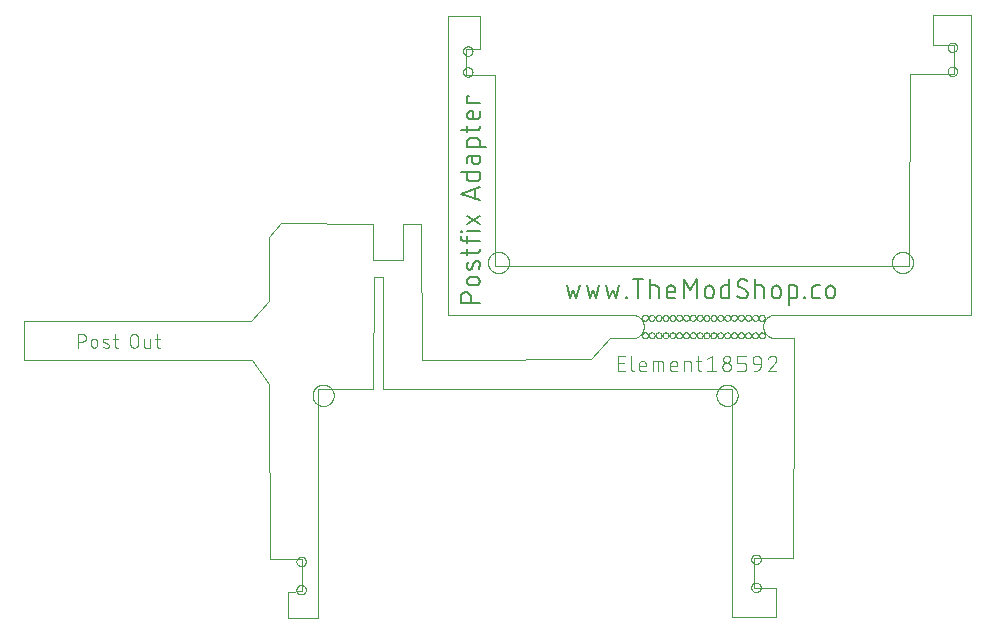
<source format=gto>
G75*
%MOIN*%
%OFA0B0*%
%FSLAX25Y25*%
%IPPOS*%
%LPD*%
%AMOC8*
5,1,8,0,0,1.08239X$1,22.5*
%
%ADD10C,0.00004*%
%ADD11C,0.00400*%
%ADD12C,0.00000*%
%ADD13C,0.00600*%
D10*
X0083202Y0020583D02*
X0082929Y0078890D01*
X0076986Y0087044D01*
X0001002Y0086874D01*
X0001104Y0100001D01*
X0057883Y0099830D01*
X0076830Y0099977D01*
X0082822Y0106478D01*
X0082821Y0106477D02*
X0082847Y0127998D01*
X0086616Y0132487D01*
X0117286Y0132430D01*
X0117286Y0120173D01*
X0127589Y0120173D01*
X0127589Y0132178D01*
X0133527Y0132182D01*
X0133615Y0087052D01*
X0145636Y0087052D01*
X0145628Y0087052D02*
X0190098Y0087145D01*
X0196507Y0094247D01*
X0196508Y0094248D02*
X0203733Y0094192D01*
X0203722Y0094193D02*
X0203847Y0094194D01*
X0203972Y0094198D01*
X0204096Y0094206D01*
X0204220Y0094218D01*
X0204344Y0094234D01*
X0204467Y0094254D01*
X0204590Y0094278D01*
X0204712Y0094306D01*
X0204832Y0094337D01*
X0204952Y0094373D01*
X0205071Y0094412D01*
X0205188Y0094455D01*
X0205304Y0094502D01*
X0205418Y0094552D01*
X0205530Y0094606D01*
X0205641Y0094663D01*
X0205750Y0094724D01*
X0205857Y0094789D01*
X0205962Y0094856D01*
X0206065Y0094927D01*
X0206165Y0095002D01*
X0206263Y0095079D01*
X0206359Y0095159D01*
X0206451Y0095243D01*
X0206542Y0095329D01*
X0206629Y0095418D01*
X0206713Y0095510D01*
X0206795Y0095605D01*
X0206873Y0095702D01*
X0206949Y0095801D01*
X0207021Y0095903D01*
X0207090Y0096007D01*
X0207156Y0096113D01*
X0207218Y0096222D01*
X0207276Y0096332D01*
X0207332Y0096444D01*
X0207383Y0096557D01*
X0207431Y0096673D01*
X0207476Y0096789D01*
X0207516Y0096907D01*
X0207553Y0097027D01*
X0207586Y0097147D01*
X0207615Y0097268D01*
X0207640Y0097391D01*
X0207662Y0097514D01*
X0207679Y0097637D01*
X0207693Y0097761D01*
X0207703Y0097886D01*
X0207708Y0098011D01*
X0207710Y0098135D01*
X0207708Y0098260D01*
X0207702Y0098385D01*
X0207691Y0098509D01*
X0207677Y0098633D01*
X0207659Y0098757D01*
X0207637Y0098880D01*
X0207611Y0099002D01*
X0207582Y0099123D01*
X0207548Y0099243D01*
X0207511Y0099362D01*
X0207470Y0099480D01*
X0207425Y0099597D01*
X0207377Y0099712D01*
X0207325Y0099825D01*
X0207269Y0099937D01*
X0207210Y0100047D01*
X0207147Y0100155D01*
X0207081Y0100261D01*
X0207012Y0100365D01*
X0206939Y0100466D01*
X0206863Y0100565D01*
X0206784Y0100662D01*
X0206702Y0100756D01*
X0206617Y0100848D01*
X0206530Y0100937D01*
X0206439Y0101023D01*
X0206346Y0101106D01*
X0206250Y0101186D01*
X0206152Y0101263D01*
X0206051Y0101336D01*
X0205948Y0101407D01*
X0205843Y0101474D01*
X0205736Y0101538D01*
X0205627Y0101599D01*
X0205515Y0101656D01*
X0205403Y0101709D01*
X0205288Y0101759D01*
X0205172Y0101805D01*
X0205055Y0101847D01*
X0204936Y0101886D01*
X0204816Y0101921D01*
X0204695Y0101952D01*
X0204574Y0101979D01*
X0204451Y0102003D01*
X0204328Y0102022D01*
X0204204Y0102038D01*
X0204079Y0102049D01*
X0203955Y0102057D01*
X0203830Y0102061D01*
X0203829Y0102061D02*
X0196604Y0102117D01*
X0196568Y0102134D02*
X0142406Y0101948D01*
X0142406Y0125596D01*
X0142406Y0125595D02*
X0142385Y0184594D01*
X0142386Y0184588D02*
X0142386Y0201767D01*
X0153159Y0201767D01*
X0153041Y0190643D01*
X0148398Y0190525D01*
X0148516Y0181988D01*
X0158152Y0182106D01*
X0158154Y0182107D02*
X0158154Y0123176D01*
X0158153Y0123173D02*
X0158155Y0118265D01*
X0296118Y0118192D01*
X0296118Y0123717D01*
X0296119Y0123709D02*
X0296275Y0182335D01*
X0296277Y0182334D02*
X0311137Y0182319D01*
X0311162Y0191943D01*
X0304131Y0191959D01*
X0303989Y0201995D01*
X0316758Y0202023D01*
X0316763Y0202021D02*
X0316710Y0125987D01*
X0316710Y0125994D02*
X0316712Y0102071D01*
X0296116Y0102005D01*
X0254636Y0102060D01*
X0254643Y0102059D02*
X0251257Y0102059D01*
X0251263Y0102061D02*
X0251139Y0102054D01*
X0251016Y0102044D01*
X0250892Y0102030D01*
X0250770Y0102012D01*
X0250648Y0101990D01*
X0250527Y0101965D01*
X0250406Y0101935D01*
X0250287Y0101902D01*
X0250169Y0101864D01*
X0250052Y0101824D01*
X0249936Y0101779D01*
X0249822Y0101731D01*
X0249709Y0101679D01*
X0249598Y0101624D01*
X0249489Y0101565D01*
X0249382Y0101503D01*
X0249277Y0101437D01*
X0249174Y0101368D01*
X0249073Y0101296D01*
X0248975Y0101220D01*
X0248879Y0101142D01*
X0248785Y0101061D01*
X0248694Y0100976D01*
X0248606Y0100889D01*
X0248521Y0100799D01*
X0248439Y0100706D01*
X0248359Y0100611D01*
X0248283Y0100514D01*
X0248210Y0100414D01*
X0248140Y0100311D01*
X0248073Y0100207D01*
X0248010Y0100100D01*
X0247950Y0099992D01*
X0247893Y0099882D01*
X0247840Y0099769D01*
X0247791Y0099656D01*
X0247745Y0099541D01*
X0247703Y0099424D01*
X0247665Y0099306D01*
X0247630Y0099187D01*
X0247599Y0099067D01*
X0247573Y0098946D01*
X0247549Y0098824D01*
X0247530Y0098702D01*
X0247515Y0098579D01*
X0247503Y0098455D01*
X0247496Y0098332D01*
X0247492Y0098208D01*
X0247493Y0098084D01*
X0247497Y0097960D01*
X0247505Y0097836D01*
X0247517Y0097713D01*
X0247533Y0097590D01*
X0247553Y0097468D01*
X0247577Y0097346D01*
X0247605Y0097225D01*
X0247636Y0097105D01*
X0247671Y0096987D01*
X0247710Y0096869D01*
X0247753Y0096753D01*
X0247800Y0096638D01*
X0247850Y0096524D01*
X0247903Y0096412D01*
X0247960Y0096302D01*
X0248021Y0096194D01*
X0248085Y0096088D01*
X0248152Y0095984D01*
X0248223Y0095882D01*
X0248297Y0095783D01*
X0248373Y0095685D01*
X0248453Y0095591D01*
X0248536Y0095499D01*
X0248622Y0095409D01*
X0248711Y0095322D01*
X0248802Y0095239D01*
X0248896Y0095158D01*
X0248992Y0095080D01*
X0249091Y0095005D01*
X0249192Y0094933D01*
X0249296Y0094865D01*
X0249401Y0094800D01*
X0249509Y0094738D01*
X0249618Y0094680D01*
X0249729Y0094625D01*
X0249842Y0094574D01*
X0249957Y0094527D01*
X0250073Y0094483D01*
X0250190Y0094443D01*
X0250308Y0094406D01*
X0250428Y0094373D01*
X0250548Y0094345D01*
X0250670Y0094319D01*
X0250792Y0094298D01*
X0250915Y0094281D01*
X0251038Y0094268D01*
X0251161Y0094258D01*
X0251285Y0094253D01*
X0251409Y0094251D01*
X0251533Y0094253D01*
X0251521Y0094254D02*
X0257655Y0094249D01*
X0257706Y0079975D01*
X0257703Y0079986D02*
X0257429Y0020926D01*
X0257427Y0020927D02*
X0244592Y0020943D01*
X0244592Y0011089D01*
X0251623Y0011073D01*
X0251623Y0001463D01*
X0236945Y0001293D01*
X0236941Y0001295D02*
X0236993Y0077329D01*
X0120608Y0077334D01*
X0120711Y0114690D01*
X0117694Y0114722D01*
X0117591Y0077373D01*
X0117313Y0077373D01*
X0099266Y0077292D01*
X0099089Y0018293D01*
X0099088Y0018299D02*
X0099088Y0001120D01*
X0089221Y0001002D01*
X0089221Y0009761D01*
X0093864Y0009879D01*
X0093864Y0020584D01*
X0083205Y0020584D01*
D11*
X0046341Y0091040D02*
X0046086Y0091040D01*
X0046086Y0091039D02*
X0046031Y0091041D01*
X0045977Y0091047D01*
X0045923Y0091057D01*
X0045870Y0091070D01*
X0045818Y0091087D01*
X0045767Y0091108D01*
X0045718Y0091133D01*
X0045671Y0091161D01*
X0045626Y0091192D01*
X0045584Y0091226D01*
X0045544Y0091264D01*
X0045506Y0091304D01*
X0045472Y0091346D01*
X0045441Y0091391D01*
X0045413Y0091438D01*
X0045388Y0091487D01*
X0045367Y0091538D01*
X0045350Y0091590D01*
X0045337Y0091643D01*
X0045327Y0091697D01*
X0045321Y0091751D01*
X0045319Y0091806D01*
X0045319Y0095640D01*
X0044808Y0094106D02*
X0046341Y0094106D01*
X0043183Y0094106D02*
X0043183Y0091040D01*
X0041905Y0091040D01*
X0041905Y0091039D02*
X0041850Y0091041D01*
X0041796Y0091047D01*
X0041742Y0091057D01*
X0041689Y0091070D01*
X0041637Y0091087D01*
X0041586Y0091108D01*
X0041537Y0091133D01*
X0041490Y0091161D01*
X0041445Y0091192D01*
X0041403Y0091226D01*
X0041363Y0091264D01*
X0041325Y0091304D01*
X0041291Y0091346D01*
X0041260Y0091391D01*
X0041232Y0091438D01*
X0041207Y0091487D01*
X0041186Y0091538D01*
X0041169Y0091590D01*
X0041156Y0091643D01*
X0041146Y0091697D01*
X0041140Y0091751D01*
X0041138Y0091806D01*
X0041139Y0091806D02*
X0041139Y0094106D01*
X0039089Y0094362D02*
X0039089Y0092318D01*
X0039087Y0092248D01*
X0039081Y0092177D01*
X0039072Y0092108D01*
X0039058Y0092039D01*
X0039041Y0091970D01*
X0039020Y0091903D01*
X0038995Y0091837D01*
X0038967Y0091773D01*
X0038935Y0091710D01*
X0038900Y0091649D01*
X0038861Y0091590D01*
X0038820Y0091533D01*
X0038775Y0091479D01*
X0038727Y0091427D01*
X0038677Y0091378D01*
X0038623Y0091331D01*
X0038568Y0091288D01*
X0038510Y0091248D01*
X0038450Y0091211D01*
X0038388Y0091178D01*
X0038324Y0091148D01*
X0038259Y0091121D01*
X0038193Y0091098D01*
X0038125Y0091079D01*
X0038056Y0091064D01*
X0037987Y0091052D01*
X0037917Y0091044D01*
X0037846Y0091040D01*
X0037776Y0091040D01*
X0037705Y0091044D01*
X0037635Y0091052D01*
X0037566Y0091064D01*
X0037497Y0091079D01*
X0037429Y0091098D01*
X0037363Y0091121D01*
X0037298Y0091148D01*
X0037234Y0091178D01*
X0037172Y0091211D01*
X0037112Y0091248D01*
X0037054Y0091288D01*
X0036999Y0091331D01*
X0036945Y0091378D01*
X0036895Y0091427D01*
X0036847Y0091479D01*
X0036802Y0091533D01*
X0036761Y0091590D01*
X0036722Y0091649D01*
X0036687Y0091710D01*
X0036655Y0091773D01*
X0036627Y0091837D01*
X0036602Y0091903D01*
X0036581Y0091970D01*
X0036564Y0092039D01*
X0036550Y0092108D01*
X0036541Y0092177D01*
X0036535Y0092248D01*
X0036533Y0092318D01*
X0036533Y0094362D01*
X0036535Y0094432D01*
X0036541Y0094503D01*
X0036550Y0094572D01*
X0036564Y0094641D01*
X0036581Y0094710D01*
X0036602Y0094777D01*
X0036627Y0094843D01*
X0036655Y0094907D01*
X0036687Y0094970D01*
X0036722Y0095031D01*
X0036761Y0095090D01*
X0036802Y0095147D01*
X0036847Y0095201D01*
X0036895Y0095253D01*
X0036945Y0095302D01*
X0036999Y0095349D01*
X0037054Y0095392D01*
X0037112Y0095432D01*
X0037172Y0095469D01*
X0037234Y0095502D01*
X0037298Y0095532D01*
X0037363Y0095559D01*
X0037429Y0095582D01*
X0037497Y0095601D01*
X0037566Y0095616D01*
X0037635Y0095628D01*
X0037705Y0095636D01*
X0037776Y0095640D01*
X0037846Y0095640D01*
X0037917Y0095636D01*
X0037987Y0095628D01*
X0038056Y0095616D01*
X0038125Y0095601D01*
X0038193Y0095582D01*
X0038259Y0095559D01*
X0038324Y0095532D01*
X0038388Y0095502D01*
X0038450Y0095469D01*
X0038510Y0095432D01*
X0038568Y0095392D01*
X0038623Y0095349D01*
X0038677Y0095302D01*
X0038727Y0095253D01*
X0038775Y0095201D01*
X0038820Y0095147D01*
X0038861Y0095090D01*
X0038900Y0095031D01*
X0038935Y0094970D01*
X0038967Y0094907D01*
X0038995Y0094843D01*
X0039020Y0094777D01*
X0039041Y0094710D01*
X0039058Y0094641D01*
X0039072Y0094572D01*
X0039081Y0094503D01*
X0039087Y0094432D01*
X0039089Y0094362D01*
X0032391Y0094106D02*
X0030858Y0094106D01*
X0031369Y0095640D02*
X0031369Y0091806D01*
X0031371Y0091751D01*
X0031377Y0091697D01*
X0031387Y0091643D01*
X0031400Y0091590D01*
X0031417Y0091538D01*
X0031438Y0091487D01*
X0031463Y0091438D01*
X0031491Y0091391D01*
X0031522Y0091346D01*
X0031556Y0091304D01*
X0031594Y0091264D01*
X0031634Y0091226D01*
X0031676Y0091192D01*
X0031721Y0091161D01*
X0031768Y0091133D01*
X0031817Y0091108D01*
X0031868Y0091087D01*
X0031920Y0091070D01*
X0031973Y0091057D01*
X0032027Y0091047D01*
X0032081Y0091041D01*
X0032136Y0091039D01*
X0032136Y0091040D02*
X0032391Y0091040D01*
X0029000Y0092318D02*
X0027722Y0092829D01*
X0027722Y0092828D02*
X0027675Y0092849D01*
X0027630Y0092874D01*
X0027587Y0092901D01*
X0027547Y0092932D01*
X0027508Y0092966D01*
X0027473Y0093003D01*
X0027440Y0093042D01*
X0027411Y0093084D01*
X0027385Y0093128D01*
X0027362Y0093174D01*
X0027343Y0093221D01*
X0027328Y0093270D01*
X0027317Y0093320D01*
X0027309Y0093371D01*
X0027305Y0093422D01*
X0027306Y0093473D01*
X0027310Y0093524D01*
X0027318Y0093574D01*
X0027330Y0093624D01*
X0027346Y0093672D01*
X0027365Y0093720D01*
X0027388Y0093765D01*
X0027414Y0093809D01*
X0027444Y0093850D01*
X0027477Y0093890D01*
X0027513Y0093926D01*
X0027551Y0093960D01*
X0027592Y0093990D01*
X0027635Y0094018D01*
X0027681Y0094041D01*
X0027728Y0094062D01*
X0027776Y0094079D01*
X0027825Y0094091D01*
X0027876Y0094101D01*
X0027926Y0094106D01*
X0027977Y0094107D01*
X0027339Y0091295D02*
X0027462Y0091253D01*
X0027587Y0091214D01*
X0027712Y0091179D01*
X0027839Y0091148D01*
X0027967Y0091121D01*
X0028095Y0091098D01*
X0028224Y0091078D01*
X0028354Y0091063D01*
X0028483Y0091051D01*
X0028614Y0091043D01*
X0028744Y0091039D01*
X0028745Y0091039D02*
X0028796Y0091040D01*
X0028846Y0091045D01*
X0028897Y0091055D01*
X0028946Y0091067D01*
X0028994Y0091084D01*
X0029041Y0091105D01*
X0029087Y0091128D01*
X0029130Y0091156D01*
X0029171Y0091186D01*
X0029209Y0091220D01*
X0029245Y0091256D01*
X0029278Y0091296D01*
X0029308Y0091337D01*
X0029334Y0091381D01*
X0029357Y0091426D01*
X0029376Y0091474D01*
X0029392Y0091522D01*
X0029404Y0091572D01*
X0029412Y0091622D01*
X0029416Y0091673D01*
X0029417Y0091724D01*
X0029413Y0091775D01*
X0029405Y0091826D01*
X0029394Y0091876D01*
X0029379Y0091925D01*
X0029360Y0091972D01*
X0029337Y0092018D01*
X0029311Y0092062D01*
X0029282Y0092104D01*
X0029249Y0092143D01*
X0029214Y0092180D01*
X0029175Y0092214D01*
X0029135Y0092245D01*
X0029092Y0092272D01*
X0029047Y0092297D01*
X0029000Y0092318D01*
X0029127Y0093851D02*
X0029037Y0093890D01*
X0028944Y0093926D01*
X0028851Y0093959D01*
X0028757Y0093988D01*
X0028662Y0094015D01*
X0028566Y0094038D01*
X0028469Y0094058D01*
X0028371Y0094074D01*
X0028273Y0094087D01*
X0028175Y0094097D01*
X0028076Y0094104D01*
X0027977Y0094107D01*
X0025483Y0093084D02*
X0025483Y0092062D01*
X0025481Y0091999D01*
X0025475Y0091936D01*
X0025466Y0091874D01*
X0025452Y0091813D01*
X0025435Y0091752D01*
X0025414Y0091693D01*
X0025389Y0091635D01*
X0025361Y0091578D01*
X0025330Y0091524D01*
X0025295Y0091472D01*
X0025257Y0091421D01*
X0025216Y0091373D01*
X0025172Y0091328D01*
X0025126Y0091286D01*
X0025077Y0091246D01*
X0025026Y0091210D01*
X0024972Y0091177D01*
X0024917Y0091147D01*
X0024859Y0091121D01*
X0024801Y0091098D01*
X0024741Y0091079D01*
X0024680Y0091064D01*
X0024618Y0091052D01*
X0024555Y0091044D01*
X0024492Y0091040D01*
X0024430Y0091040D01*
X0024367Y0091044D01*
X0024304Y0091052D01*
X0024242Y0091064D01*
X0024181Y0091079D01*
X0024121Y0091098D01*
X0024063Y0091121D01*
X0024005Y0091147D01*
X0023950Y0091177D01*
X0023896Y0091210D01*
X0023845Y0091246D01*
X0023796Y0091286D01*
X0023750Y0091328D01*
X0023706Y0091373D01*
X0023665Y0091421D01*
X0023627Y0091472D01*
X0023592Y0091524D01*
X0023561Y0091578D01*
X0023533Y0091635D01*
X0023508Y0091693D01*
X0023487Y0091752D01*
X0023470Y0091813D01*
X0023456Y0091874D01*
X0023447Y0091936D01*
X0023441Y0091999D01*
X0023439Y0092062D01*
X0023439Y0093084D01*
X0023441Y0093147D01*
X0023447Y0093210D01*
X0023456Y0093272D01*
X0023470Y0093333D01*
X0023487Y0093394D01*
X0023508Y0093453D01*
X0023533Y0093511D01*
X0023561Y0093568D01*
X0023592Y0093622D01*
X0023627Y0093674D01*
X0023665Y0093725D01*
X0023706Y0093773D01*
X0023750Y0093818D01*
X0023796Y0093860D01*
X0023845Y0093900D01*
X0023896Y0093936D01*
X0023950Y0093969D01*
X0024005Y0093999D01*
X0024063Y0094025D01*
X0024121Y0094048D01*
X0024181Y0094067D01*
X0024242Y0094082D01*
X0024304Y0094094D01*
X0024367Y0094102D01*
X0024430Y0094106D01*
X0024492Y0094106D01*
X0024555Y0094102D01*
X0024618Y0094094D01*
X0024680Y0094082D01*
X0024741Y0094067D01*
X0024801Y0094048D01*
X0024859Y0094025D01*
X0024917Y0093999D01*
X0024972Y0093969D01*
X0025026Y0093936D01*
X0025077Y0093900D01*
X0025126Y0093860D01*
X0025172Y0093818D01*
X0025216Y0093773D01*
X0025257Y0093725D01*
X0025295Y0093674D01*
X0025330Y0093622D01*
X0025361Y0093568D01*
X0025389Y0093511D01*
X0025414Y0093453D01*
X0025435Y0093394D01*
X0025452Y0093333D01*
X0025466Y0093272D01*
X0025475Y0093210D01*
X0025481Y0093147D01*
X0025483Y0093084D01*
X0020478Y0093084D02*
X0019200Y0093084D01*
X0020478Y0093084D02*
X0020548Y0093086D01*
X0020619Y0093092D01*
X0020688Y0093101D01*
X0020757Y0093115D01*
X0020826Y0093132D01*
X0020893Y0093153D01*
X0020959Y0093178D01*
X0021023Y0093206D01*
X0021086Y0093238D01*
X0021147Y0093273D01*
X0021206Y0093312D01*
X0021263Y0093353D01*
X0021317Y0093398D01*
X0021369Y0093446D01*
X0021418Y0093496D01*
X0021465Y0093550D01*
X0021508Y0093605D01*
X0021548Y0093663D01*
X0021585Y0093723D01*
X0021618Y0093785D01*
X0021648Y0093849D01*
X0021675Y0093914D01*
X0021698Y0093980D01*
X0021717Y0094048D01*
X0021732Y0094117D01*
X0021744Y0094186D01*
X0021752Y0094256D01*
X0021756Y0094327D01*
X0021756Y0094397D01*
X0021752Y0094468D01*
X0021744Y0094538D01*
X0021732Y0094607D01*
X0021717Y0094676D01*
X0021698Y0094744D01*
X0021675Y0094810D01*
X0021648Y0094875D01*
X0021618Y0094939D01*
X0021585Y0095001D01*
X0021548Y0095061D01*
X0021508Y0095119D01*
X0021465Y0095174D01*
X0021418Y0095228D01*
X0021369Y0095278D01*
X0021317Y0095326D01*
X0021263Y0095371D01*
X0021206Y0095412D01*
X0021147Y0095451D01*
X0021086Y0095486D01*
X0021023Y0095518D01*
X0020959Y0095546D01*
X0020893Y0095571D01*
X0020826Y0095592D01*
X0020757Y0095609D01*
X0020688Y0095623D01*
X0020619Y0095632D01*
X0020548Y0095638D01*
X0020478Y0095640D01*
X0019200Y0095640D01*
X0019200Y0091040D01*
X0199269Y0088404D02*
X0199269Y0083204D01*
X0201580Y0083204D01*
X0203483Y0084071D02*
X0203483Y0088404D01*
X0201580Y0088404D02*
X0199269Y0088404D01*
X0199269Y0086093D02*
X0201002Y0086093D01*
X0203483Y0084071D02*
X0203485Y0084014D01*
X0203490Y0083958D01*
X0203500Y0083902D01*
X0203513Y0083847D01*
X0203529Y0083792D01*
X0203549Y0083739D01*
X0203572Y0083688D01*
X0203599Y0083638D01*
X0203629Y0083589D01*
X0203662Y0083543D01*
X0203698Y0083499D01*
X0203737Y0083458D01*
X0203778Y0083419D01*
X0203822Y0083383D01*
X0203868Y0083350D01*
X0203917Y0083320D01*
X0203967Y0083293D01*
X0204018Y0083270D01*
X0204071Y0083250D01*
X0204126Y0083234D01*
X0204181Y0083221D01*
X0204237Y0083211D01*
X0204293Y0083206D01*
X0204350Y0083204D01*
X0206100Y0084071D02*
X0206100Y0085515D01*
X0206100Y0084937D02*
X0208411Y0084937D01*
X0208411Y0085515D01*
X0208412Y0085515D02*
X0208410Y0085582D01*
X0208404Y0085649D01*
X0208394Y0085716D01*
X0208381Y0085782D01*
X0208363Y0085847D01*
X0208342Y0085910D01*
X0208317Y0085973D01*
X0208289Y0086034D01*
X0208257Y0086093D01*
X0208222Y0086150D01*
X0208183Y0086205D01*
X0208142Y0086258D01*
X0208097Y0086308D01*
X0208049Y0086356D01*
X0207999Y0086401D01*
X0207946Y0086442D01*
X0207891Y0086481D01*
X0207834Y0086516D01*
X0207775Y0086548D01*
X0207714Y0086576D01*
X0207651Y0086601D01*
X0207588Y0086622D01*
X0207523Y0086640D01*
X0207457Y0086653D01*
X0207390Y0086663D01*
X0207323Y0086669D01*
X0207256Y0086671D01*
X0207189Y0086669D01*
X0207122Y0086663D01*
X0207055Y0086653D01*
X0206989Y0086640D01*
X0206924Y0086622D01*
X0206861Y0086601D01*
X0206798Y0086576D01*
X0206737Y0086548D01*
X0206678Y0086516D01*
X0206621Y0086481D01*
X0206566Y0086442D01*
X0206513Y0086401D01*
X0206463Y0086356D01*
X0206415Y0086308D01*
X0206370Y0086258D01*
X0206329Y0086205D01*
X0206290Y0086150D01*
X0206255Y0086093D01*
X0206223Y0086034D01*
X0206195Y0085973D01*
X0206170Y0085910D01*
X0206149Y0085847D01*
X0206131Y0085782D01*
X0206118Y0085716D01*
X0206108Y0085649D01*
X0206102Y0085582D01*
X0206100Y0085515D01*
X0206100Y0084071D02*
X0206102Y0084014D01*
X0206107Y0083958D01*
X0206117Y0083902D01*
X0206130Y0083847D01*
X0206146Y0083792D01*
X0206166Y0083739D01*
X0206189Y0083688D01*
X0206216Y0083638D01*
X0206246Y0083589D01*
X0206279Y0083543D01*
X0206315Y0083499D01*
X0206354Y0083458D01*
X0206395Y0083419D01*
X0206439Y0083383D01*
X0206485Y0083350D01*
X0206534Y0083320D01*
X0206584Y0083293D01*
X0206635Y0083270D01*
X0206688Y0083250D01*
X0206743Y0083234D01*
X0206798Y0083221D01*
X0206854Y0083211D01*
X0206910Y0083206D01*
X0206967Y0083204D01*
X0208411Y0083204D01*
X0210730Y0083204D02*
X0210730Y0086671D01*
X0213330Y0086671D01*
X0212464Y0086671D02*
X0212464Y0083204D01*
X0214197Y0083204D02*
X0214197Y0085804D01*
X0214195Y0085861D01*
X0214190Y0085917D01*
X0214180Y0085973D01*
X0214167Y0086028D01*
X0214151Y0086083D01*
X0214131Y0086136D01*
X0214108Y0086187D01*
X0214081Y0086238D01*
X0214051Y0086286D01*
X0214018Y0086332D01*
X0213982Y0086376D01*
X0213943Y0086417D01*
X0213902Y0086456D01*
X0213858Y0086492D01*
X0213812Y0086525D01*
X0213764Y0086555D01*
X0213713Y0086582D01*
X0213662Y0086605D01*
X0213609Y0086625D01*
X0213554Y0086641D01*
X0213499Y0086654D01*
X0213443Y0086664D01*
X0213387Y0086669D01*
X0213330Y0086671D01*
X0216516Y0085515D02*
X0216516Y0084071D01*
X0216516Y0084937D02*
X0218827Y0084937D01*
X0218827Y0085515D01*
X0218828Y0085515D02*
X0218826Y0085582D01*
X0218820Y0085649D01*
X0218810Y0085716D01*
X0218797Y0085782D01*
X0218779Y0085847D01*
X0218758Y0085910D01*
X0218733Y0085973D01*
X0218705Y0086034D01*
X0218673Y0086093D01*
X0218638Y0086150D01*
X0218599Y0086205D01*
X0218558Y0086258D01*
X0218513Y0086308D01*
X0218465Y0086356D01*
X0218415Y0086401D01*
X0218362Y0086442D01*
X0218307Y0086481D01*
X0218250Y0086516D01*
X0218191Y0086548D01*
X0218130Y0086576D01*
X0218067Y0086601D01*
X0218004Y0086622D01*
X0217939Y0086640D01*
X0217873Y0086653D01*
X0217806Y0086663D01*
X0217739Y0086669D01*
X0217672Y0086671D01*
X0217605Y0086669D01*
X0217538Y0086663D01*
X0217471Y0086653D01*
X0217405Y0086640D01*
X0217340Y0086622D01*
X0217277Y0086601D01*
X0217214Y0086576D01*
X0217153Y0086548D01*
X0217094Y0086516D01*
X0217037Y0086481D01*
X0216982Y0086442D01*
X0216929Y0086401D01*
X0216879Y0086356D01*
X0216831Y0086308D01*
X0216786Y0086258D01*
X0216745Y0086205D01*
X0216706Y0086150D01*
X0216671Y0086093D01*
X0216639Y0086034D01*
X0216611Y0085973D01*
X0216586Y0085910D01*
X0216565Y0085847D01*
X0216547Y0085782D01*
X0216534Y0085716D01*
X0216524Y0085649D01*
X0216518Y0085582D01*
X0216516Y0085515D01*
X0216516Y0084071D02*
X0216518Y0084014D01*
X0216523Y0083958D01*
X0216533Y0083902D01*
X0216546Y0083847D01*
X0216562Y0083792D01*
X0216582Y0083739D01*
X0216605Y0083688D01*
X0216632Y0083638D01*
X0216662Y0083589D01*
X0216695Y0083543D01*
X0216731Y0083499D01*
X0216770Y0083458D01*
X0216811Y0083419D01*
X0216855Y0083383D01*
X0216901Y0083350D01*
X0216950Y0083320D01*
X0217000Y0083293D01*
X0217051Y0083270D01*
X0217104Y0083250D01*
X0217159Y0083234D01*
X0217214Y0083221D01*
X0217270Y0083211D01*
X0217326Y0083206D01*
X0217383Y0083204D01*
X0218827Y0083204D01*
X0221052Y0083204D02*
X0221052Y0086671D01*
X0222496Y0086671D01*
X0222553Y0086669D01*
X0222609Y0086664D01*
X0222665Y0086654D01*
X0222720Y0086641D01*
X0222775Y0086625D01*
X0222828Y0086605D01*
X0222879Y0086582D01*
X0222929Y0086555D01*
X0222978Y0086525D01*
X0223024Y0086492D01*
X0223068Y0086456D01*
X0223109Y0086417D01*
X0223148Y0086376D01*
X0223184Y0086332D01*
X0223217Y0086286D01*
X0223247Y0086238D01*
X0223274Y0086187D01*
X0223297Y0086136D01*
X0223317Y0086083D01*
X0223333Y0086028D01*
X0223346Y0085973D01*
X0223356Y0085917D01*
X0223361Y0085861D01*
X0223363Y0085804D01*
X0223363Y0083204D01*
X0225744Y0084071D02*
X0225744Y0088404D01*
X0225166Y0086671D02*
X0226900Y0086671D01*
X0228827Y0087248D02*
X0230272Y0088404D01*
X0230272Y0083204D01*
X0231716Y0083204D02*
X0228827Y0083204D01*
X0226900Y0083204D02*
X0226611Y0083204D01*
X0226554Y0083206D01*
X0226498Y0083211D01*
X0226442Y0083221D01*
X0226387Y0083234D01*
X0226332Y0083250D01*
X0226279Y0083270D01*
X0226228Y0083293D01*
X0226178Y0083320D01*
X0226129Y0083350D01*
X0226083Y0083383D01*
X0226039Y0083419D01*
X0225998Y0083458D01*
X0225959Y0083499D01*
X0225923Y0083543D01*
X0225890Y0083589D01*
X0225860Y0083637D01*
X0225833Y0083688D01*
X0225810Y0083739D01*
X0225790Y0083792D01*
X0225774Y0083847D01*
X0225761Y0083902D01*
X0225751Y0083958D01*
X0225746Y0084014D01*
X0225744Y0084071D01*
X0233868Y0084648D02*
X0233870Y0084572D01*
X0233876Y0084497D01*
X0233886Y0084422D01*
X0233900Y0084348D01*
X0233917Y0084274D01*
X0233939Y0084202D01*
X0233964Y0084131D01*
X0233993Y0084061D01*
X0234025Y0083992D01*
X0234061Y0083926D01*
X0234101Y0083862D01*
X0234144Y0083799D01*
X0234190Y0083739D01*
X0234239Y0083682D01*
X0234291Y0083627D01*
X0234346Y0083575D01*
X0234403Y0083526D01*
X0234463Y0083480D01*
X0234526Y0083437D01*
X0234590Y0083397D01*
X0234656Y0083361D01*
X0234725Y0083329D01*
X0234795Y0083300D01*
X0234866Y0083275D01*
X0234938Y0083253D01*
X0235012Y0083236D01*
X0235086Y0083222D01*
X0235161Y0083212D01*
X0235236Y0083206D01*
X0235312Y0083204D01*
X0235388Y0083206D01*
X0235463Y0083212D01*
X0235538Y0083222D01*
X0235612Y0083236D01*
X0235686Y0083253D01*
X0235758Y0083275D01*
X0235829Y0083300D01*
X0235899Y0083329D01*
X0235968Y0083361D01*
X0236034Y0083397D01*
X0236098Y0083437D01*
X0236161Y0083480D01*
X0236221Y0083526D01*
X0236278Y0083575D01*
X0236333Y0083627D01*
X0236385Y0083682D01*
X0236434Y0083739D01*
X0236480Y0083799D01*
X0236523Y0083862D01*
X0236563Y0083926D01*
X0236599Y0083992D01*
X0236631Y0084061D01*
X0236660Y0084131D01*
X0236685Y0084202D01*
X0236707Y0084274D01*
X0236724Y0084348D01*
X0236738Y0084422D01*
X0236748Y0084497D01*
X0236754Y0084572D01*
X0236756Y0084648D01*
X0236754Y0084724D01*
X0236748Y0084799D01*
X0236738Y0084874D01*
X0236724Y0084948D01*
X0236707Y0085022D01*
X0236685Y0085094D01*
X0236660Y0085165D01*
X0236631Y0085235D01*
X0236599Y0085304D01*
X0236563Y0085370D01*
X0236523Y0085434D01*
X0236480Y0085497D01*
X0236434Y0085557D01*
X0236385Y0085614D01*
X0236333Y0085669D01*
X0236278Y0085721D01*
X0236221Y0085770D01*
X0236161Y0085816D01*
X0236098Y0085859D01*
X0236034Y0085899D01*
X0235968Y0085935D01*
X0235899Y0085967D01*
X0235829Y0085996D01*
X0235758Y0086021D01*
X0235686Y0086043D01*
X0235612Y0086060D01*
X0235538Y0086074D01*
X0235463Y0086084D01*
X0235388Y0086090D01*
X0235312Y0086092D01*
X0235236Y0086090D01*
X0235161Y0086084D01*
X0235086Y0086074D01*
X0235012Y0086060D01*
X0234938Y0086043D01*
X0234866Y0086021D01*
X0234795Y0085996D01*
X0234725Y0085967D01*
X0234656Y0085935D01*
X0234590Y0085899D01*
X0234526Y0085859D01*
X0234463Y0085816D01*
X0234403Y0085770D01*
X0234346Y0085721D01*
X0234291Y0085669D01*
X0234239Y0085614D01*
X0234190Y0085557D01*
X0234144Y0085497D01*
X0234101Y0085434D01*
X0234061Y0085370D01*
X0234025Y0085304D01*
X0233993Y0085235D01*
X0233964Y0085165D01*
X0233939Y0085094D01*
X0233917Y0085022D01*
X0233900Y0084948D01*
X0233886Y0084874D01*
X0233876Y0084799D01*
X0233870Y0084724D01*
X0233868Y0084648D01*
X0234156Y0087248D02*
X0234158Y0087181D01*
X0234164Y0087114D01*
X0234174Y0087047D01*
X0234187Y0086981D01*
X0234205Y0086916D01*
X0234226Y0086853D01*
X0234251Y0086790D01*
X0234279Y0086729D01*
X0234311Y0086670D01*
X0234346Y0086613D01*
X0234385Y0086558D01*
X0234426Y0086505D01*
X0234471Y0086455D01*
X0234519Y0086407D01*
X0234569Y0086362D01*
X0234622Y0086321D01*
X0234677Y0086282D01*
X0234734Y0086247D01*
X0234793Y0086215D01*
X0234854Y0086187D01*
X0234917Y0086162D01*
X0234980Y0086141D01*
X0235045Y0086123D01*
X0235111Y0086110D01*
X0235178Y0086100D01*
X0235245Y0086094D01*
X0235312Y0086092D01*
X0235379Y0086094D01*
X0235446Y0086100D01*
X0235513Y0086110D01*
X0235579Y0086123D01*
X0235644Y0086141D01*
X0235707Y0086162D01*
X0235770Y0086187D01*
X0235831Y0086215D01*
X0235890Y0086247D01*
X0235947Y0086282D01*
X0236002Y0086321D01*
X0236055Y0086362D01*
X0236105Y0086407D01*
X0236153Y0086455D01*
X0236198Y0086505D01*
X0236239Y0086558D01*
X0236278Y0086613D01*
X0236313Y0086670D01*
X0236345Y0086729D01*
X0236373Y0086790D01*
X0236398Y0086853D01*
X0236419Y0086916D01*
X0236437Y0086981D01*
X0236450Y0087047D01*
X0236460Y0087114D01*
X0236466Y0087181D01*
X0236468Y0087248D01*
X0236466Y0087315D01*
X0236460Y0087382D01*
X0236450Y0087449D01*
X0236437Y0087515D01*
X0236419Y0087580D01*
X0236398Y0087643D01*
X0236373Y0087706D01*
X0236345Y0087767D01*
X0236313Y0087826D01*
X0236278Y0087883D01*
X0236239Y0087938D01*
X0236198Y0087991D01*
X0236153Y0088041D01*
X0236105Y0088089D01*
X0236055Y0088134D01*
X0236002Y0088175D01*
X0235947Y0088214D01*
X0235890Y0088249D01*
X0235831Y0088281D01*
X0235770Y0088309D01*
X0235707Y0088334D01*
X0235644Y0088355D01*
X0235579Y0088373D01*
X0235513Y0088386D01*
X0235446Y0088396D01*
X0235379Y0088402D01*
X0235312Y0088404D01*
X0235245Y0088402D01*
X0235178Y0088396D01*
X0235111Y0088386D01*
X0235045Y0088373D01*
X0234980Y0088355D01*
X0234917Y0088334D01*
X0234854Y0088309D01*
X0234793Y0088281D01*
X0234734Y0088249D01*
X0234677Y0088214D01*
X0234622Y0088175D01*
X0234569Y0088134D01*
X0234519Y0088089D01*
X0234471Y0088041D01*
X0234426Y0087991D01*
X0234385Y0087938D01*
X0234346Y0087883D01*
X0234311Y0087826D01*
X0234279Y0087767D01*
X0234251Y0087706D01*
X0234226Y0087643D01*
X0234205Y0087580D01*
X0234187Y0087515D01*
X0234174Y0087449D01*
X0234164Y0087382D01*
X0234158Y0087315D01*
X0234156Y0087248D01*
X0238907Y0086093D02*
X0238907Y0088404D01*
X0241796Y0088404D01*
X0240640Y0086093D02*
X0238907Y0086093D01*
X0240640Y0086093D02*
X0240707Y0086091D01*
X0240774Y0086085D01*
X0240841Y0086075D01*
X0240907Y0086062D01*
X0240972Y0086044D01*
X0241035Y0086023D01*
X0241098Y0085998D01*
X0241159Y0085970D01*
X0241218Y0085938D01*
X0241275Y0085903D01*
X0241330Y0085864D01*
X0241383Y0085823D01*
X0241433Y0085778D01*
X0241481Y0085730D01*
X0241526Y0085680D01*
X0241567Y0085627D01*
X0241606Y0085572D01*
X0241641Y0085515D01*
X0241673Y0085456D01*
X0241701Y0085395D01*
X0241726Y0085332D01*
X0241747Y0085269D01*
X0241765Y0085204D01*
X0241778Y0085138D01*
X0241788Y0085071D01*
X0241794Y0085004D01*
X0241796Y0084937D01*
X0241796Y0084359D01*
X0241794Y0084292D01*
X0241788Y0084225D01*
X0241778Y0084158D01*
X0241765Y0084092D01*
X0241747Y0084027D01*
X0241726Y0083964D01*
X0241701Y0083901D01*
X0241673Y0083840D01*
X0241641Y0083781D01*
X0241606Y0083724D01*
X0241567Y0083669D01*
X0241526Y0083616D01*
X0241481Y0083566D01*
X0241433Y0083518D01*
X0241383Y0083473D01*
X0241330Y0083432D01*
X0241275Y0083393D01*
X0241218Y0083358D01*
X0241159Y0083326D01*
X0241098Y0083298D01*
X0241035Y0083273D01*
X0240972Y0083252D01*
X0240907Y0083234D01*
X0240841Y0083221D01*
X0240774Y0083211D01*
X0240707Y0083205D01*
X0240640Y0083203D01*
X0240640Y0083204D02*
X0238907Y0083204D01*
X0244525Y0083204D02*
X0244621Y0083206D01*
X0244716Y0083212D01*
X0244811Y0083222D01*
X0244905Y0083236D01*
X0244999Y0083253D01*
X0245092Y0083275D01*
X0245184Y0083300D01*
X0245275Y0083329D01*
X0245365Y0083362D01*
X0245453Y0083399D01*
X0245540Y0083439D01*
X0245625Y0083483D01*
X0245708Y0083530D01*
X0245789Y0083580D01*
X0245868Y0083634D01*
X0245944Y0083691D01*
X0246019Y0083752D01*
X0246090Y0083815D01*
X0246159Y0083881D01*
X0246225Y0083950D01*
X0246288Y0084021D01*
X0246349Y0084096D01*
X0246406Y0084172D01*
X0246460Y0084251D01*
X0246510Y0084332D01*
X0246557Y0084415D01*
X0246601Y0084500D01*
X0246641Y0084587D01*
X0246678Y0084675D01*
X0246711Y0084765D01*
X0246740Y0084856D01*
X0246765Y0084948D01*
X0246787Y0085041D01*
X0246804Y0085135D01*
X0246818Y0085229D01*
X0246828Y0085324D01*
X0246834Y0085419D01*
X0246836Y0085515D01*
X0246836Y0086959D01*
X0246836Y0085515D02*
X0245103Y0085515D01*
X0245036Y0085517D01*
X0244969Y0085523D01*
X0244902Y0085533D01*
X0244836Y0085546D01*
X0244771Y0085564D01*
X0244708Y0085585D01*
X0244645Y0085610D01*
X0244584Y0085638D01*
X0244525Y0085670D01*
X0244468Y0085705D01*
X0244413Y0085744D01*
X0244360Y0085785D01*
X0244310Y0085830D01*
X0244262Y0085878D01*
X0244217Y0085928D01*
X0244176Y0085981D01*
X0244137Y0086036D01*
X0244102Y0086093D01*
X0244070Y0086152D01*
X0244042Y0086213D01*
X0244017Y0086276D01*
X0243996Y0086339D01*
X0243978Y0086404D01*
X0243965Y0086470D01*
X0243955Y0086537D01*
X0243949Y0086604D01*
X0243947Y0086671D01*
X0243947Y0086959D01*
X0243948Y0086959D02*
X0243950Y0087035D01*
X0243956Y0087110D01*
X0243966Y0087185D01*
X0243980Y0087259D01*
X0243997Y0087333D01*
X0244019Y0087405D01*
X0244044Y0087476D01*
X0244073Y0087546D01*
X0244105Y0087615D01*
X0244141Y0087681D01*
X0244181Y0087745D01*
X0244224Y0087808D01*
X0244270Y0087868D01*
X0244319Y0087925D01*
X0244371Y0087980D01*
X0244426Y0088032D01*
X0244483Y0088081D01*
X0244543Y0088127D01*
X0244606Y0088170D01*
X0244670Y0088210D01*
X0244736Y0088246D01*
X0244805Y0088278D01*
X0244875Y0088307D01*
X0244946Y0088332D01*
X0245018Y0088354D01*
X0245092Y0088371D01*
X0245166Y0088385D01*
X0245241Y0088395D01*
X0245316Y0088401D01*
X0245392Y0088403D01*
X0245468Y0088401D01*
X0245543Y0088395D01*
X0245618Y0088385D01*
X0245692Y0088371D01*
X0245766Y0088354D01*
X0245838Y0088332D01*
X0245909Y0088307D01*
X0245979Y0088278D01*
X0246048Y0088246D01*
X0246114Y0088210D01*
X0246178Y0088170D01*
X0246241Y0088127D01*
X0246301Y0088081D01*
X0246358Y0088032D01*
X0246413Y0087980D01*
X0246465Y0087925D01*
X0246514Y0087868D01*
X0246560Y0087808D01*
X0246603Y0087745D01*
X0246643Y0087681D01*
X0246679Y0087615D01*
X0246711Y0087546D01*
X0246740Y0087476D01*
X0246765Y0087405D01*
X0246787Y0087333D01*
X0246804Y0087259D01*
X0246818Y0087185D01*
X0246828Y0087110D01*
X0246834Y0087035D01*
X0246836Y0086959D01*
X0251443Y0086093D02*
X0251493Y0086143D01*
X0251540Y0086196D01*
X0251585Y0086250D01*
X0251626Y0086307D01*
X0251665Y0086366D01*
X0251701Y0086427D01*
X0251734Y0086490D01*
X0251763Y0086554D01*
X0251789Y0086620D01*
X0251812Y0086687D01*
X0251832Y0086754D01*
X0251847Y0086823D01*
X0251860Y0086893D01*
X0251869Y0086963D01*
X0251874Y0087033D01*
X0251876Y0087104D01*
X0251443Y0086093D02*
X0248987Y0083204D01*
X0251876Y0083204D01*
X0248987Y0087249D02*
X0249014Y0087325D01*
X0249044Y0087400D01*
X0249078Y0087473D01*
X0249116Y0087544D01*
X0249157Y0087614D01*
X0249201Y0087682D01*
X0249248Y0087747D01*
X0249299Y0087810D01*
X0249352Y0087871D01*
X0249409Y0087928D01*
X0249468Y0087983D01*
X0249530Y0088036D01*
X0249594Y0088085D01*
X0249660Y0088130D01*
X0249729Y0088173D01*
X0249799Y0088212D01*
X0249872Y0088248D01*
X0249946Y0088281D01*
X0250021Y0088309D01*
X0250098Y0088334D01*
X0250176Y0088355D01*
X0250255Y0088373D01*
X0250335Y0088386D01*
X0250415Y0088396D01*
X0250495Y0088402D01*
X0250576Y0088404D01*
X0250646Y0088402D01*
X0250717Y0088396D01*
X0250786Y0088387D01*
X0250855Y0088374D01*
X0250924Y0088357D01*
X0250991Y0088336D01*
X0251057Y0088312D01*
X0251122Y0088284D01*
X0251185Y0088253D01*
X0251246Y0088218D01*
X0251306Y0088180D01*
X0251363Y0088139D01*
X0251418Y0088095D01*
X0251470Y0088048D01*
X0251520Y0087998D01*
X0251567Y0087946D01*
X0251611Y0087891D01*
X0251652Y0087834D01*
X0251690Y0087774D01*
X0251725Y0087713D01*
X0251756Y0087650D01*
X0251784Y0087585D01*
X0251808Y0087519D01*
X0251829Y0087452D01*
X0251846Y0087383D01*
X0251859Y0087314D01*
X0251868Y0087245D01*
X0251874Y0087174D01*
X0251876Y0087104D01*
D12*
X0246069Y0095172D02*
X0246071Y0095234D01*
X0246077Y0095297D01*
X0246087Y0095358D01*
X0246101Y0095419D01*
X0246118Y0095479D01*
X0246139Y0095538D01*
X0246165Y0095595D01*
X0246193Y0095650D01*
X0246225Y0095704D01*
X0246261Y0095755D01*
X0246299Y0095805D01*
X0246341Y0095851D01*
X0246385Y0095895D01*
X0246433Y0095936D01*
X0246482Y0095974D01*
X0246534Y0096008D01*
X0246588Y0096039D01*
X0246644Y0096067D01*
X0246702Y0096091D01*
X0246761Y0096112D01*
X0246821Y0096128D01*
X0246882Y0096141D01*
X0246944Y0096150D01*
X0247006Y0096155D01*
X0247069Y0096156D01*
X0247131Y0096153D01*
X0247193Y0096146D01*
X0247255Y0096135D01*
X0247315Y0096120D01*
X0247375Y0096102D01*
X0247433Y0096080D01*
X0247490Y0096054D01*
X0247545Y0096024D01*
X0247598Y0095991D01*
X0247649Y0095955D01*
X0247697Y0095916D01*
X0247743Y0095873D01*
X0247786Y0095828D01*
X0247826Y0095780D01*
X0247863Y0095730D01*
X0247897Y0095677D01*
X0247928Y0095623D01*
X0247954Y0095567D01*
X0247978Y0095509D01*
X0247997Y0095449D01*
X0248013Y0095389D01*
X0248025Y0095327D01*
X0248033Y0095266D01*
X0248037Y0095203D01*
X0248037Y0095141D01*
X0248033Y0095078D01*
X0248025Y0095017D01*
X0248013Y0094955D01*
X0247997Y0094895D01*
X0247978Y0094835D01*
X0247954Y0094777D01*
X0247928Y0094721D01*
X0247897Y0094667D01*
X0247863Y0094614D01*
X0247826Y0094564D01*
X0247786Y0094516D01*
X0247743Y0094471D01*
X0247697Y0094428D01*
X0247649Y0094389D01*
X0247598Y0094353D01*
X0247545Y0094320D01*
X0247490Y0094290D01*
X0247433Y0094264D01*
X0247375Y0094242D01*
X0247315Y0094224D01*
X0247255Y0094209D01*
X0247193Y0094198D01*
X0247131Y0094191D01*
X0247069Y0094188D01*
X0247006Y0094189D01*
X0246944Y0094194D01*
X0246882Y0094203D01*
X0246821Y0094216D01*
X0246761Y0094232D01*
X0246702Y0094253D01*
X0246644Y0094277D01*
X0246588Y0094305D01*
X0246534Y0094336D01*
X0246482Y0094370D01*
X0246433Y0094408D01*
X0246385Y0094449D01*
X0246341Y0094493D01*
X0246299Y0094539D01*
X0246261Y0094589D01*
X0246225Y0094640D01*
X0246193Y0094694D01*
X0246165Y0094749D01*
X0246139Y0094806D01*
X0246118Y0094865D01*
X0246101Y0094925D01*
X0246087Y0094986D01*
X0246077Y0095047D01*
X0246071Y0095110D01*
X0246069Y0095172D01*
X0243818Y0095172D02*
X0243820Y0095234D01*
X0243826Y0095297D01*
X0243836Y0095358D01*
X0243850Y0095419D01*
X0243867Y0095479D01*
X0243888Y0095538D01*
X0243914Y0095595D01*
X0243942Y0095650D01*
X0243974Y0095704D01*
X0244010Y0095755D01*
X0244048Y0095805D01*
X0244090Y0095851D01*
X0244134Y0095895D01*
X0244182Y0095936D01*
X0244231Y0095974D01*
X0244283Y0096008D01*
X0244337Y0096039D01*
X0244393Y0096067D01*
X0244451Y0096091D01*
X0244510Y0096112D01*
X0244570Y0096128D01*
X0244631Y0096141D01*
X0244693Y0096150D01*
X0244755Y0096155D01*
X0244818Y0096156D01*
X0244880Y0096153D01*
X0244942Y0096146D01*
X0245004Y0096135D01*
X0245064Y0096120D01*
X0245124Y0096102D01*
X0245182Y0096080D01*
X0245239Y0096054D01*
X0245294Y0096024D01*
X0245347Y0095991D01*
X0245398Y0095955D01*
X0245446Y0095916D01*
X0245492Y0095873D01*
X0245535Y0095828D01*
X0245575Y0095780D01*
X0245612Y0095730D01*
X0245646Y0095677D01*
X0245677Y0095623D01*
X0245703Y0095567D01*
X0245727Y0095509D01*
X0245746Y0095449D01*
X0245762Y0095389D01*
X0245774Y0095327D01*
X0245782Y0095266D01*
X0245786Y0095203D01*
X0245786Y0095141D01*
X0245782Y0095078D01*
X0245774Y0095017D01*
X0245762Y0094955D01*
X0245746Y0094895D01*
X0245727Y0094835D01*
X0245703Y0094777D01*
X0245677Y0094721D01*
X0245646Y0094667D01*
X0245612Y0094614D01*
X0245575Y0094564D01*
X0245535Y0094516D01*
X0245492Y0094471D01*
X0245446Y0094428D01*
X0245398Y0094389D01*
X0245347Y0094353D01*
X0245294Y0094320D01*
X0245239Y0094290D01*
X0245182Y0094264D01*
X0245124Y0094242D01*
X0245064Y0094224D01*
X0245004Y0094209D01*
X0244942Y0094198D01*
X0244880Y0094191D01*
X0244818Y0094188D01*
X0244755Y0094189D01*
X0244693Y0094194D01*
X0244631Y0094203D01*
X0244570Y0094216D01*
X0244510Y0094232D01*
X0244451Y0094253D01*
X0244393Y0094277D01*
X0244337Y0094305D01*
X0244283Y0094336D01*
X0244231Y0094370D01*
X0244182Y0094408D01*
X0244134Y0094449D01*
X0244090Y0094493D01*
X0244048Y0094539D01*
X0244010Y0094589D01*
X0243974Y0094640D01*
X0243942Y0094694D01*
X0243914Y0094749D01*
X0243888Y0094806D01*
X0243867Y0094865D01*
X0243850Y0094925D01*
X0243836Y0094986D01*
X0243826Y0095047D01*
X0243820Y0095110D01*
X0243818Y0095172D01*
X0241501Y0095172D02*
X0241503Y0095234D01*
X0241509Y0095297D01*
X0241519Y0095358D01*
X0241533Y0095419D01*
X0241550Y0095479D01*
X0241571Y0095538D01*
X0241597Y0095595D01*
X0241625Y0095650D01*
X0241657Y0095704D01*
X0241693Y0095755D01*
X0241731Y0095805D01*
X0241773Y0095851D01*
X0241817Y0095895D01*
X0241865Y0095936D01*
X0241914Y0095974D01*
X0241966Y0096008D01*
X0242020Y0096039D01*
X0242076Y0096067D01*
X0242134Y0096091D01*
X0242193Y0096112D01*
X0242253Y0096128D01*
X0242314Y0096141D01*
X0242376Y0096150D01*
X0242438Y0096155D01*
X0242501Y0096156D01*
X0242563Y0096153D01*
X0242625Y0096146D01*
X0242687Y0096135D01*
X0242747Y0096120D01*
X0242807Y0096102D01*
X0242865Y0096080D01*
X0242922Y0096054D01*
X0242977Y0096024D01*
X0243030Y0095991D01*
X0243081Y0095955D01*
X0243129Y0095916D01*
X0243175Y0095873D01*
X0243218Y0095828D01*
X0243258Y0095780D01*
X0243295Y0095730D01*
X0243329Y0095677D01*
X0243360Y0095623D01*
X0243386Y0095567D01*
X0243410Y0095509D01*
X0243429Y0095449D01*
X0243445Y0095389D01*
X0243457Y0095327D01*
X0243465Y0095266D01*
X0243469Y0095203D01*
X0243469Y0095141D01*
X0243465Y0095078D01*
X0243457Y0095017D01*
X0243445Y0094955D01*
X0243429Y0094895D01*
X0243410Y0094835D01*
X0243386Y0094777D01*
X0243360Y0094721D01*
X0243329Y0094667D01*
X0243295Y0094614D01*
X0243258Y0094564D01*
X0243218Y0094516D01*
X0243175Y0094471D01*
X0243129Y0094428D01*
X0243081Y0094389D01*
X0243030Y0094353D01*
X0242977Y0094320D01*
X0242922Y0094290D01*
X0242865Y0094264D01*
X0242807Y0094242D01*
X0242747Y0094224D01*
X0242687Y0094209D01*
X0242625Y0094198D01*
X0242563Y0094191D01*
X0242501Y0094188D01*
X0242438Y0094189D01*
X0242376Y0094194D01*
X0242314Y0094203D01*
X0242253Y0094216D01*
X0242193Y0094232D01*
X0242134Y0094253D01*
X0242076Y0094277D01*
X0242020Y0094305D01*
X0241966Y0094336D01*
X0241914Y0094370D01*
X0241865Y0094408D01*
X0241817Y0094449D01*
X0241773Y0094493D01*
X0241731Y0094539D01*
X0241693Y0094589D01*
X0241657Y0094640D01*
X0241625Y0094694D01*
X0241597Y0094749D01*
X0241571Y0094806D01*
X0241550Y0094865D01*
X0241533Y0094925D01*
X0241519Y0094986D01*
X0241509Y0095047D01*
X0241503Y0095110D01*
X0241501Y0095172D01*
X0239087Y0095193D02*
X0239089Y0095255D01*
X0239095Y0095318D01*
X0239105Y0095379D01*
X0239119Y0095440D01*
X0239136Y0095500D01*
X0239157Y0095559D01*
X0239183Y0095616D01*
X0239211Y0095671D01*
X0239243Y0095725D01*
X0239279Y0095776D01*
X0239317Y0095826D01*
X0239359Y0095872D01*
X0239403Y0095916D01*
X0239451Y0095957D01*
X0239500Y0095995D01*
X0239552Y0096029D01*
X0239606Y0096060D01*
X0239662Y0096088D01*
X0239720Y0096112D01*
X0239779Y0096133D01*
X0239839Y0096149D01*
X0239900Y0096162D01*
X0239962Y0096171D01*
X0240024Y0096176D01*
X0240087Y0096177D01*
X0240149Y0096174D01*
X0240211Y0096167D01*
X0240273Y0096156D01*
X0240333Y0096141D01*
X0240393Y0096123D01*
X0240451Y0096101D01*
X0240508Y0096075D01*
X0240563Y0096045D01*
X0240616Y0096012D01*
X0240667Y0095976D01*
X0240715Y0095937D01*
X0240761Y0095894D01*
X0240804Y0095849D01*
X0240844Y0095801D01*
X0240881Y0095751D01*
X0240915Y0095698D01*
X0240946Y0095644D01*
X0240972Y0095588D01*
X0240996Y0095530D01*
X0241015Y0095470D01*
X0241031Y0095410D01*
X0241043Y0095348D01*
X0241051Y0095287D01*
X0241055Y0095224D01*
X0241055Y0095162D01*
X0241051Y0095099D01*
X0241043Y0095038D01*
X0241031Y0094976D01*
X0241015Y0094916D01*
X0240996Y0094856D01*
X0240972Y0094798D01*
X0240946Y0094742D01*
X0240915Y0094688D01*
X0240881Y0094635D01*
X0240844Y0094585D01*
X0240804Y0094537D01*
X0240761Y0094492D01*
X0240715Y0094449D01*
X0240667Y0094410D01*
X0240616Y0094374D01*
X0240563Y0094341D01*
X0240508Y0094311D01*
X0240451Y0094285D01*
X0240393Y0094263D01*
X0240333Y0094245D01*
X0240273Y0094230D01*
X0240211Y0094219D01*
X0240149Y0094212D01*
X0240087Y0094209D01*
X0240024Y0094210D01*
X0239962Y0094215D01*
X0239900Y0094224D01*
X0239839Y0094237D01*
X0239779Y0094253D01*
X0239720Y0094274D01*
X0239662Y0094298D01*
X0239606Y0094326D01*
X0239552Y0094357D01*
X0239500Y0094391D01*
X0239451Y0094429D01*
X0239403Y0094470D01*
X0239359Y0094514D01*
X0239317Y0094560D01*
X0239279Y0094610D01*
X0239243Y0094661D01*
X0239211Y0094715D01*
X0239183Y0094770D01*
X0239157Y0094827D01*
X0239136Y0094886D01*
X0239119Y0094946D01*
X0239105Y0095007D01*
X0239095Y0095068D01*
X0239089Y0095131D01*
X0239087Y0095193D01*
X0236770Y0095193D02*
X0236772Y0095255D01*
X0236778Y0095318D01*
X0236788Y0095379D01*
X0236802Y0095440D01*
X0236819Y0095500D01*
X0236840Y0095559D01*
X0236866Y0095616D01*
X0236894Y0095671D01*
X0236926Y0095725D01*
X0236962Y0095776D01*
X0237000Y0095826D01*
X0237042Y0095872D01*
X0237086Y0095916D01*
X0237134Y0095957D01*
X0237183Y0095995D01*
X0237235Y0096029D01*
X0237289Y0096060D01*
X0237345Y0096088D01*
X0237403Y0096112D01*
X0237462Y0096133D01*
X0237522Y0096149D01*
X0237583Y0096162D01*
X0237645Y0096171D01*
X0237707Y0096176D01*
X0237770Y0096177D01*
X0237832Y0096174D01*
X0237894Y0096167D01*
X0237956Y0096156D01*
X0238016Y0096141D01*
X0238076Y0096123D01*
X0238134Y0096101D01*
X0238191Y0096075D01*
X0238246Y0096045D01*
X0238299Y0096012D01*
X0238350Y0095976D01*
X0238398Y0095937D01*
X0238444Y0095894D01*
X0238487Y0095849D01*
X0238527Y0095801D01*
X0238564Y0095751D01*
X0238598Y0095698D01*
X0238629Y0095644D01*
X0238655Y0095588D01*
X0238679Y0095530D01*
X0238698Y0095470D01*
X0238714Y0095410D01*
X0238726Y0095348D01*
X0238734Y0095287D01*
X0238738Y0095224D01*
X0238738Y0095162D01*
X0238734Y0095099D01*
X0238726Y0095038D01*
X0238714Y0094976D01*
X0238698Y0094916D01*
X0238679Y0094856D01*
X0238655Y0094798D01*
X0238629Y0094742D01*
X0238598Y0094688D01*
X0238564Y0094635D01*
X0238527Y0094585D01*
X0238487Y0094537D01*
X0238444Y0094492D01*
X0238398Y0094449D01*
X0238350Y0094410D01*
X0238299Y0094374D01*
X0238246Y0094341D01*
X0238191Y0094311D01*
X0238134Y0094285D01*
X0238076Y0094263D01*
X0238016Y0094245D01*
X0237956Y0094230D01*
X0237894Y0094219D01*
X0237832Y0094212D01*
X0237770Y0094209D01*
X0237707Y0094210D01*
X0237645Y0094215D01*
X0237583Y0094224D01*
X0237522Y0094237D01*
X0237462Y0094253D01*
X0237403Y0094274D01*
X0237345Y0094298D01*
X0237289Y0094326D01*
X0237235Y0094357D01*
X0237183Y0094391D01*
X0237134Y0094429D01*
X0237086Y0094470D01*
X0237042Y0094514D01*
X0237000Y0094560D01*
X0236962Y0094610D01*
X0236926Y0094661D01*
X0236894Y0094715D01*
X0236866Y0094770D01*
X0236840Y0094827D01*
X0236819Y0094886D01*
X0236802Y0094946D01*
X0236788Y0095007D01*
X0236778Y0095068D01*
X0236772Y0095131D01*
X0236770Y0095193D01*
X0234519Y0095193D02*
X0234521Y0095255D01*
X0234527Y0095318D01*
X0234537Y0095379D01*
X0234551Y0095440D01*
X0234568Y0095500D01*
X0234589Y0095559D01*
X0234615Y0095616D01*
X0234643Y0095671D01*
X0234675Y0095725D01*
X0234711Y0095776D01*
X0234749Y0095826D01*
X0234791Y0095872D01*
X0234835Y0095916D01*
X0234883Y0095957D01*
X0234932Y0095995D01*
X0234984Y0096029D01*
X0235038Y0096060D01*
X0235094Y0096088D01*
X0235152Y0096112D01*
X0235211Y0096133D01*
X0235271Y0096149D01*
X0235332Y0096162D01*
X0235394Y0096171D01*
X0235456Y0096176D01*
X0235519Y0096177D01*
X0235581Y0096174D01*
X0235643Y0096167D01*
X0235705Y0096156D01*
X0235765Y0096141D01*
X0235825Y0096123D01*
X0235883Y0096101D01*
X0235940Y0096075D01*
X0235995Y0096045D01*
X0236048Y0096012D01*
X0236099Y0095976D01*
X0236147Y0095937D01*
X0236193Y0095894D01*
X0236236Y0095849D01*
X0236276Y0095801D01*
X0236313Y0095751D01*
X0236347Y0095698D01*
X0236378Y0095644D01*
X0236404Y0095588D01*
X0236428Y0095530D01*
X0236447Y0095470D01*
X0236463Y0095410D01*
X0236475Y0095348D01*
X0236483Y0095287D01*
X0236487Y0095224D01*
X0236487Y0095162D01*
X0236483Y0095099D01*
X0236475Y0095038D01*
X0236463Y0094976D01*
X0236447Y0094916D01*
X0236428Y0094856D01*
X0236404Y0094798D01*
X0236378Y0094742D01*
X0236347Y0094688D01*
X0236313Y0094635D01*
X0236276Y0094585D01*
X0236236Y0094537D01*
X0236193Y0094492D01*
X0236147Y0094449D01*
X0236099Y0094410D01*
X0236048Y0094374D01*
X0235995Y0094341D01*
X0235940Y0094311D01*
X0235883Y0094285D01*
X0235825Y0094263D01*
X0235765Y0094245D01*
X0235705Y0094230D01*
X0235643Y0094219D01*
X0235581Y0094212D01*
X0235519Y0094209D01*
X0235456Y0094210D01*
X0235394Y0094215D01*
X0235332Y0094224D01*
X0235271Y0094237D01*
X0235211Y0094253D01*
X0235152Y0094274D01*
X0235094Y0094298D01*
X0235038Y0094326D01*
X0234984Y0094357D01*
X0234932Y0094391D01*
X0234883Y0094429D01*
X0234835Y0094470D01*
X0234791Y0094514D01*
X0234749Y0094560D01*
X0234711Y0094610D01*
X0234675Y0094661D01*
X0234643Y0094715D01*
X0234615Y0094770D01*
X0234589Y0094827D01*
X0234568Y0094886D01*
X0234551Y0094946D01*
X0234537Y0095007D01*
X0234527Y0095068D01*
X0234521Y0095131D01*
X0234519Y0095193D01*
X0232202Y0095193D02*
X0232204Y0095255D01*
X0232210Y0095318D01*
X0232220Y0095379D01*
X0232234Y0095440D01*
X0232251Y0095500D01*
X0232272Y0095559D01*
X0232298Y0095616D01*
X0232326Y0095671D01*
X0232358Y0095725D01*
X0232394Y0095776D01*
X0232432Y0095826D01*
X0232474Y0095872D01*
X0232518Y0095916D01*
X0232566Y0095957D01*
X0232615Y0095995D01*
X0232667Y0096029D01*
X0232721Y0096060D01*
X0232777Y0096088D01*
X0232835Y0096112D01*
X0232894Y0096133D01*
X0232954Y0096149D01*
X0233015Y0096162D01*
X0233077Y0096171D01*
X0233139Y0096176D01*
X0233202Y0096177D01*
X0233264Y0096174D01*
X0233326Y0096167D01*
X0233388Y0096156D01*
X0233448Y0096141D01*
X0233508Y0096123D01*
X0233566Y0096101D01*
X0233623Y0096075D01*
X0233678Y0096045D01*
X0233731Y0096012D01*
X0233782Y0095976D01*
X0233830Y0095937D01*
X0233876Y0095894D01*
X0233919Y0095849D01*
X0233959Y0095801D01*
X0233996Y0095751D01*
X0234030Y0095698D01*
X0234061Y0095644D01*
X0234087Y0095588D01*
X0234111Y0095530D01*
X0234130Y0095470D01*
X0234146Y0095410D01*
X0234158Y0095348D01*
X0234166Y0095287D01*
X0234170Y0095224D01*
X0234170Y0095162D01*
X0234166Y0095099D01*
X0234158Y0095038D01*
X0234146Y0094976D01*
X0234130Y0094916D01*
X0234111Y0094856D01*
X0234087Y0094798D01*
X0234061Y0094742D01*
X0234030Y0094688D01*
X0233996Y0094635D01*
X0233959Y0094585D01*
X0233919Y0094537D01*
X0233876Y0094492D01*
X0233830Y0094449D01*
X0233782Y0094410D01*
X0233731Y0094374D01*
X0233678Y0094341D01*
X0233623Y0094311D01*
X0233566Y0094285D01*
X0233508Y0094263D01*
X0233448Y0094245D01*
X0233388Y0094230D01*
X0233326Y0094219D01*
X0233264Y0094212D01*
X0233202Y0094209D01*
X0233139Y0094210D01*
X0233077Y0094215D01*
X0233015Y0094224D01*
X0232954Y0094237D01*
X0232894Y0094253D01*
X0232835Y0094274D01*
X0232777Y0094298D01*
X0232721Y0094326D01*
X0232667Y0094357D01*
X0232615Y0094391D01*
X0232566Y0094429D01*
X0232518Y0094470D01*
X0232474Y0094514D01*
X0232432Y0094560D01*
X0232394Y0094610D01*
X0232358Y0094661D01*
X0232326Y0094715D01*
X0232298Y0094770D01*
X0232272Y0094827D01*
X0232251Y0094886D01*
X0232234Y0094946D01*
X0232220Y0095007D01*
X0232210Y0095068D01*
X0232204Y0095131D01*
X0232202Y0095193D01*
X0229925Y0095193D02*
X0229927Y0095255D01*
X0229933Y0095318D01*
X0229943Y0095379D01*
X0229957Y0095440D01*
X0229974Y0095500D01*
X0229995Y0095559D01*
X0230021Y0095616D01*
X0230049Y0095671D01*
X0230081Y0095725D01*
X0230117Y0095776D01*
X0230155Y0095826D01*
X0230197Y0095872D01*
X0230241Y0095916D01*
X0230289Y0095957D01*
X0230338Y0095995D01*
X0230390Y0096029D01*
X0230444Y0096060D01*
X0230500Y0096088D01*
X0230558Y0096112D01*
X0230617Y0096133D01*
X0230677Y0096149D01*
X0230738Y0096162D01*
X0230800Y0096171D01*
X0230862Y0096176D01*
X0230925Y0096177D01*
X0230987Y0096174D01*
X0231049Y0096167D01*
X0231111Y0096156D01*
X0231171Y0096141D01*
X0231231Y0096123D01*
X0231289Y0096101D01*
X0231346Y0096075D01*
X0231401Y0096045D01*
X0231454Y0096012D01*
X0231505Y0095976D01*
X0231553Y0095937D01*
X0231599Y0095894D01*
X0231642Y0095849D01*
X0231682Y0095801D01*
X0231719Y0095751D01*
X0231753Y0095698D01*
X0231784Y0095644D01*
X0231810Y0095588D01*
X0231834Y0095530D01*
X0231853Y0095470D01*
X0231869Y0095410D01*
X0231881Y0095348D01*
X0231889Y0095287D01*
X0231893Y0095224D01*
X0231893Y0095162D01*
X0231889Y0095099D01*
X0231881Y0095038D01*
X0231869Y0094976D01*
X0231853Y0094916D01*
X0231834Y0094856D01*
X0231810Y0094798D01*
X0231784Y0094742D01*
X0231753Y0094688D01*
X0231719Y0094635D01*
X0231682Y0094585D01*
X0231642Y0094537D01*
X0231599Y0094492D01*
X0231553Y0094449D01*
X0231505Y0094410D01*
X0231454Y0094374D01*
X0231401Y0094341D01*
X0231346Y0094311D01*
X0231289Y0094285D01*
X0231231Y0094263D01*
X0231171Y0094245D01*
X0231111Y0094230D01*
X0231049Y0094219D01*
X0230987Y0094212D01*
X0230925Y0094209D01*
X0230862Y0094210D01*
X0230800Y0094215D01*
X0230738Y0094224D01*
X0230677Y0094237D01*
X0230617Y0094253D01*
X0230558Y0094274D01*
X0230500Y0094298D01*
X0230444Y0094326D01*
X0230390Y0094357D01*
X0230338Y0094391D01*
X0230289Y0094429D01*
X0230241Y0094470D01*
X0230197Y0094514D01*
X0230155Y0094560D01*
X0230117Y0094610D01*
X0230081Y0094661D01*
X0230049Y0094715D01*
X0230021Y0094770D01*
X0229995Y0094827D01*
X0229974Y0094886D01*
X0229957Y0094946D01*
X0229943Y0095007D01*
X0229933Y0095068D01*
X0229927Y0095131D01*
X0229925Y0095193D01*
X0227608Y0095193D02*
X0227610Y0095255D01*
X0227616Y0095318D01*
X0227626Y0095379D01*
X0227640Y0095440D01*
X0227657Y0095500D01*
X0227678Y0095559D01*
X0227704Y0095616D01*
X0227732Y0095671D01*
X0227764Y0095725D01*
X0227800Y0095776D01*
X0227838Y0095826D01*
X0227880Y0095872D01*
X0227924Y0095916D01*
X0227972Y0095957D01*
X0228021Y0095995D01*
X0228073Y0096029D01*
X0228127Y0096060D01*
X0228183Y0096088D01*
X0228241Y0096112D01*
X0228300Y0096133D01*
X0228360Y0096149D01*
X0228421Y0096162D01*
X0228483Y0096171D01*
X0228545Y0096176D01*
X0228608Y0096177D01*
X0228670Y0096174D01*
X0228732Y0096167D01*
X0228794Y0096156D01*
X0228854Y0096141D01*
X0228914Y0096123D01*
X0228972Y0096101D01*
X0229029Y0096075D01*
X0229084Y0096045D01*
X0229137Y0096012D01*
X0229188Y0095976D01*
X0229236Y0095937D01*
X0229282Y0095894D01*
X0229325Y0095849D01*
X0229365Y0095801D01*
X0229402Y0095751D01*
X0229436Y0095698D01*
X0229467Y0095644D01*
X0229493Y0095588D01*
X0229517Y0095530D01*
X0229536Y0095470D01*
X0229552Y0095410D01*
X0229564Y0095348D01*
X0229572Y0095287D01*
X0229576Y0095224D01*
X0229576Y0095162D01*
X0229572Y0095099D01*
X0229564Y0095038D01*
X0229552Y0094976D01*
X0229536Y0094916D01*
X0229517Y0094856D01*
X0229493Y0094798D01*
X0229467Y0094742D01*
X0229436Y0094688D01*
X0229402Y0094635D01*
X0229365Y0094585D01*
X0229325Y0094537D01*
X0229282Y0094492D01*
X0229236Y0094449D01*
X0229188Y0094410D01*
X0229137Y0094374D01*
X0229084Y0094341D01*
X0229029Y0094311D01*
X0228972Y0094285D01*
X0228914Y0094263D01*
X0228854Y0094245D01*
X0228794Y0094230D01*
X0228732Y0094219D01*
X0228670Y0094212D01*
X0228608Y0094209D01*
X0228545Y0094210D01*
X0228483Y0094215D01*
X0228421Y0094224D01*
X0228360Y0094237D01*
X0228300Y0094253D01*
X0228241Y0094274D01*
X0228183Y0094298D01*
X0228127Y0094326D01*
X0228073Y0094357D01*
X0228021Y0094391D01*
X0227972Y0094429D01*
X0227924Y0094470D01*
X0227880Y0094514D01*
X0227838Y0094560D01*
X0227800Y0094610D01*
X0227764Y0094661D01*
X0227732Y0094715D01*
X0227704Y0094770D01*
X0227678Y0094827D01*
X0227657Y0094886D01*
X0227640Y0094946D01*
X0227626Y0095007D01*
X0227616Y0095068D01*
X0227610Y0095131D01*
X0227608Y0095193D01*
X0225357Y0095193D02*
X0225359Y0095255D01*
X0225365Y0095318D01*
X0225375Y0095379D01*
X0225389Y0095440D01*
X0225406Y0095500D01*
X0225427Y0095559D01*
X0225453Y0095616D01*
X0225481Y0095671D01*
X0225513Y0095725D01*
X0225549Y0095776D01*
X0225587Y0095826D01*
X0225629Y0095872D01*
X0225673Y0095916D01*
X0225721Y0095957D01*
X0225770Y0095995D01*
X0225822Y0096029D01*
X0225876Y0096060D01*
X0225932Y0096088D01*
X0225990Y0096112D01*
X0226049Y0096133D01*
X0226109Y0096149D01*
X0226170Y0096162D01*
X0226232Y0096171D01*
X0226294Y0096176D01*
X0226357Y0096177D01*
X0226419Y0096174D01*
X0226481Y0096167D01*
X0226543Y0096156D01*
X0226603Y0096141D01*
X0226663Y0096123D01*
X0226721Y0096101D01*
X0226778Y0096075D01*
X0226833Y0096045D01*
X0226886Y0096012D01*
X0226937Y0095976D01*
X0226985Y0095937D01*
X0227031Y0095894D01*
X0227074Y0095849D01*
X0227114Y0095801D01*
X0227151Y0095751D01*
X0227185Y0095698D01*
X0227216Y0095644D01*
X0227242Y0095588D01*
X0227266Y0095530D01*
X0227285Y0095470D01*
X0227301Y0095410D01*
X0227313Y0095348D01*
X0227321Y0095287D01*
X0227325Y0095224D01*
X0227325Y0095162D01*
X0227321Y0095099D01*
X0227313Y0095038D01*
X0227301Y0094976D01*
X0227285Y0094916D01*
X0227266Y0094856D01*
X0227242Y0094798D01*
X0227216Y0094742D01*
X0227185Y0094688D01*
X0227151Y0094635D01*
X0227114Y0094585D01*
X0227074Y0094537D01*
X0227031Y0094492D01*
X0226985Y0094449D01*
X0226937Y0094410D01*
X0226886Y0094374D01*
X0226833Y0094341D01*
X0226778Y0094311D01*
X0226721Y0094285D01*
X0226663Y0094263D01*
X0226603Y0094245D01*
X0226543Y0094230D01*
X0226481Y0094219D01*
X0226419Y0094212D01*
X0226357Y0094209D01*
X0226294Y0094210D01*
X0226232Y0094215D01*
X0226170Y0094224D01*
X0226109Y0094237D01*
X0226049Y0094253D01*
X0225990Y0094274D01*
X0225932Y0094298D01*
X0225876Y0094326D01*
X0225822Y0094357D01*
X0225770Y0094391D01*
X0225721Y0094429D01*
X0225673Y0094470D01*
X0225629Y0094514D01*
X0225587Y0094560D01*
X0225549Y0094610D01*
X0225513Y0094661D01*
X0225481Y0094715D01*
X0225453Y0094770D01*
X0225427Y0094827D01*
X0225406Y0094886D01*
X0225389Y0094946D01*
X0225375Y0095007D01*
X0225365Y0095068D01*
X0225359Y0095131D01*
X0225357Y0095193D01*
X0223041Y0095193D02*
X0223043Y0095255D01*
X0223049Y0095318D01*
X0223059Y0095379D01*
X0223073Y0095440D01*
X0223090Y0095500D01*
X0223111Y0095559D01*
X0223137Y0095616D01*
X0223165Y0095671D01*
X0223197Y0095725D01*
X0223233Y0095776D01*
X0223271Y0095826D01*
X0223313Y0095872D01*
X0223357Y0095916D01*
X0223405Y0095957D01*
X0223454Y0095995D01*
X0223506Y0096029D01*
X0223560Y0096060D01*
X0223616Y0096088D01*
X0223674Y0096112D01*
X0223733Y0096133D01*
X0223793Y0096149D01*
X0223854Y0096162D01*
X0223916Y0096171D01*
X0223978Y0096176D01*
X0224041Y0096177D01*
X0224103Y0096174D01*
X0224165Y0096167D01*
X0224227Y0096156D01*
X0224287Y0096141D01*
X0224347Y0096123D01*
X0224405Y0096101D01*
X0224462Y0096075D01*
X0224517Y0096045D01*
X0224570Y0096012D01*
X0224621Y0095976D01*
X0224669Y0095937D01*
X0224715Y0095894D01*
X0224758Y0095849D01*
X0224798Y0095801D01*
X0224835Y0095751D01*
X0224869Y0095698D01*
X0224900Y0095644D01*
X0224926Y0095588D01*
X0224950Y0095530D01*
X0224969Y0095470D01*
X0224985Y0095410D01*
X0224997Y0095348D01*
X0225005Y0095287D01*
X0225009Y0095224D01*
X0225009Y0095162D01*
X0225005Y0095099D01*
X0224997Y0095038D01*
X0224985Y0094976D01*
X0224969Y0094916D01*
X0224950Y0094856D01*
X0224926Y0094798D01*
X0224900Y0094742D01*
X0224869Y0094688D01*
X0224835Y0094635D01*
X0224798Y0094585D01*
X0224758Y0094537D01*
X0224715Y0094492D01*
X0224669Y0094449D01*
X0224621Y0094410D01*
X0224570Y0094374D01*
X0224517Y0094341D01*
X0224462Y0094311D01*
X0224405Y0094285D01*
X0224347Y0094263D01*
X0224287Y0094245D01*
X0224227Y0094230D01*
X0224165Y0094219D01*
X0224103Y0094212D01*
X0224041Y0094209D01*
X0223978Y0094210D01*
X0223916Y0094215D01*
X0223854Y0094224D01*
X0223793Y0094237D01*
X0223733Y0094253D01*
X0223674Y0094274D01*
X0223616Y0094298D01*
X0223560Y0094326D01*
X0223506Y0094357D01*
X0223454Y0094391D01*
X0223405Y0094429D01*
X0223357Y0094470D01*
X0223313Y0094514D01*
X0223271Y0094560D01*
X0223233Y0094610D01*
X0223197Y0094661D01*
X0223165Y0094715D01*
X0223137Y0094770D01*
X0223111Y0094827D01*
X0223090Y0094886D01*
X0223073Y0094946D01*
X0223059Y0095007D01*
X0223049Y0095068D01*
X0223043Y0095131D01*
X0223041Y0095193D01*
X0220815Y0095197D02*
X0220817Y0095259D01*
X0220823Y0095322D01*
X0220833Y0095383D01*
X0220847Y0095444D01*
X0220864Y0095504D01*
X0220885Y0095563D01*
X0220911Y0095620D01*
X0220939Y0095675D01*
X0220971Y0095729D01*
X0221007Y0095780D01*
X0221045Y0095830D01*
X0221087Y0095876D01*
X0221131Y0095920D01*
X0221179Y0095961D01*
X0221228Y0095999D01*
X0221280Y0096033D01*
X0221334Y0096064D01*
X0221390Y0096092D01*
X0221448Y0096116D01*
X0221507Y0096137D01*
X0221567Y0096153D01*
X0221628Y0096166D01*
X0221690Y0096175D01*
X0221752Y0096180D01*
X0221815Y0096181D01*
X0221877Y0096178D01*
X0221939Y0096171D01*
X0222001Y0096160D01*
X0222061Y0096145D01*
X0222121Y0096127D01*
X0222179Y0096105D01*
X0222236Y0096079D01*
X0222291Y0096049D01*
X0222344Y0096016D01*
X0222395Y0095980D01*
X0222443Y0095941D01*
X0222489Y0095898D01*
X0222532Y0095853D01*
X0222572Y0095805D01*
X0222609Y0095755D01*
X0222643Y0095702D01*
X0222674Y0095648D01*
X0222700Y0095592D01*
X0222724Y0095534D01*
X0222743Y0095474D01*
X0222759Y0095414D01*
X0222771Y0095352D01*
X0222779Y0095291D01*
X0222783Y0095228D01*
X0222783Y0095166D01*
X0222779Y0095103D01*
X0222771Y0095042D01*
X0222759Y0094980D01*
X0222743Y0094920D01*
X0222724Y0094860D01*
X0222700Y0094802D01*
X0222674Y0094746D01*
X0222643Y0094692D01*
X0222609Y0094639D01*
X0222572Y0094589D01*
X0222532Y0094541D01*
X0222489Y0094496D01*
X0222443Y0094453D01*
X0222395Y0094414D01*
X0222344Y0094378D01*
X0222291Y0094345D01*
X0222236Y0094315D01*
X0222179Y0094289D01*
X0222121Y0094267D01*
X0222061Y0094249D01*
X0222001Y0094234D01*
X0221939Y0094223D01*
X0221877Y0094216D01*
X0221815Y0094213D01*
X0221752Y0094214D01*
X0221690Y0094219D01*
X0221628Y0094228D01*
X0221567Y0094241D01*
X0221507Y0094257D01*
X0221448Y0094278D01*
X0221390Y0094302D01*
X0221334Y0094330D01*
X0221280Y0094361D01*
X0221228Y0094395D01*
X0221179Y0094433D01*
X0221131Y0094474D01*
X0221087Y0094518D01*
X0221045Y0094564D01*
X0221007Y0094614D01*
X0220971Y0094665D01*
X0220939Y0094719D01*
X0220911Y0094774D01*
X0220885Y0094831D01*
X0220864Y0094890D01*
X0220847Y0094950D01*
X0220833Y0095011D01*
X0220823Y0095072D01*
X0220817Y0095135D01*
X0220815Y0095197D01*
X0218498Y0095197D02*
X0218500Y0095259D01*
X0218506Y0095322D01*
X0218516Y0095383D01*
X0218530Y0095444D01*
X0218547Y0095504D01*
X0218568Y0095563D01*
X0218594Y0095620D01*
X0218622Y0095675D01*
X0218654Y0095729D01*
X0218690Y0095780D01*
X0218728Y0095830D01*
X0218770Y0095876D01*
X0218814Y0095920D01*
X0218862Y0095961D01*
X0218911Y0095999D01*
X0218963Y0096033D01*
X0219017Y0096064D01*
X0219073Y0096092D01*
X0219131Y0096116D01*
X0219190Y0096137D01*
X0219250Y0096153D01*
X0219311Y0096166D01*
X0219373Y0096175D01*
X0219435Y0096180D01*
X0219498Y0096181D01*
X0219560Y0096178D01*
X0219622Y0096171D01*
X0219684Y0096160D01*
X0219744Y0096145D01*
X0219804Y0096127D01*
X0219862Y0096105D01*
X0219919Y0096079D01*
X0219974Y0096049D01*
X0220027Y0096016D01*
X0220078Y0095980D01*
X0220126Y0095941D01*
X0220172Y0095898D01*
X0220215Y0095853D01*
X0220255Y0095805D01*
X0220292Y0095755D01*
X0220326Y0095702D01*
X0220357Y0095648D01*
X0220383Y0095592D01*
X0220407Y0095534D01*
X0220426Y0095474D01*
X0220442Y0095414D01*
X0220454Y0095352D01*
X0220462Y0095291D01*
X0220466Y0095228D01*
X0220466Y0095166D01*
X0220462Y0095103D01*
X0220454Y0095042D01*
X0220442Y0094980D01*
X0220426Y0094920D01*
X0220407Y0094860D01*
X0220383Y0094802D01*
X0220357Y0094746D01*
X0220326Y0094692D01*
X0220292Y0094639D01*
X0220255Y0094589D01*
X0220215Y0094541D01*
X0220172Y0094496D01*
X0220126Y0094453D01*
X0220078Y0094414D01*
X0220027Y0094378D01*
X0219974Y0094345D01*
X0219919Y0094315D01*
X0219862Y0094289D01*
X0219804Y0094267D01*
X0219744Y0094249D01*
X0219684Y0094234D01*
X0219622Y0094223D01*
X0219560Y0094216D01*
X0219498Y0094213D01*
X0219435Y0094214D01*
X0219373Y0094219D01*
X0219311Y0094228D01*
X0219250Y0094241D01*
X0219190Y0094257D01*
X0219131Y0094278D01*
X0219073Y0094302D01*
X0219017Y0094330D01*
X0218963Y0094361D01*
X0218911Y0094395D01*
X0218862Y0094433D01*
X0218814Y0094474D01*
X0218770Y0094518D01*
X0218728Y0094564D01*
X0218690Y0094614D01*
X0218654Y0094665D01*
X0218622Y0094719D01*
X0218594Y0094774D01*
X0218568Y0094831D01*
X0218547Y0094890D01*
X0218530Y0094950D01*
X0218516Y0095011D01*
X0218506Y0095072D01*
X0218500Y0095135D01*
X0218498Y0095197D01*
X0216247Y0095197D02*
X0216249Y0095259D01*
X0216255Y0095322D01*
X0216265Y0095383D01*
X0216279Y0095444D01*
X0216296Y0095504D01*
X0216317Y0095563D01*
X0216343Y0095620D01*
X0216371Y0095675D01*
X0216403Y0095729D01*
X0216439Y0095780D01*
X0216477Y0095830D01*
X0216519Y0095876D01*
X0216563Y0095920D01*
X0216611Y0095961D01*
X0216660Y0095999D01*
X0216712Y0096033D01*
X0216766Y0096064D01*
X0216822Y0096092D01*
X0216880Y0096116D01*
X0216939Y0096137D01*
X0216999Y0096153D01*
X0217060Y0096166D01*
X0217122Y0096175D01*
X0217184Y0096180D01*
X0217247Y0096181D01*
X0217309Y0096178D01*
X0217371Y0096171D01*
X0217433Y0096160D01*
X0217493Y0096145D01*
X0217553Y0096127D01*
X0217611Y0096105D01*
X0217668Y0096079D01*
X0217723Y0096049D01*
X0217776Y0096016D01*
X0217827Y0095980D01*
X0217875Y0095941D01*
X0217921Y0095898D01*
X0217964Y0095853D01*
X0218004Y0095805D01*
X0218041Y0095755D01*
X0218075Y0095702D01*
X0218106Y0095648D01*
X0218132Y0095592D01*
X0218156Y0095534D01*
X0218175Y0095474D01*
X0218191Y0095414D01*
X0218203Y0095352D01*
X0218211Y0095291D01*
X0218215Y0095228D01*
X0218215Y0095166D01*
X0218211Y0095103D01*
X0218203Y0095042D01*
X0218191Y0094980D01*
X0218175Y0094920D01*
X0218156Y0094860D01*
X0218132Y0094802D01*
X0218106Y0094746D01*
X0218075Y0094692D01*
X0218041Y0094639D01*
X0218004Y0094589D01*
X0217964Y0094541D01*
X0217921Y0094496D01*
X0217875Y0094453D01*
X0217827Y0094414D01*
X0217776Y0094378D01*
X0217723Y0094345D01*
X0217668Y0094315D01*
X0217611Y0094289D01*
X0217553Y0094267D01*
X0217493Y0094249D01*
X0217433Y0094234D01*
X0217371Y0094223D01*
X0217309Y0094216D01*
X0217247Y0094213D01*
X0217184Y0094214D01*
X0217122Y0094219D01*
X0217060Y0094228D01*
X0216999Y0094241D01*
X0216939Y0094257D01*
X0216880Y0094278D01*
X0216822Y0094302D01*
X0216766Y0094330D01*
X0216712Y0094361D01*
X0216660Y0094395D01*
X0216611Y0094433D01*
X0216563Y0094474D01*
X0216519Y0094518D01*
X0216477Y0094564D01*
X0216439Y0094614D01*
X0216403Y0094665D01*
X0216371Y0094719D01*
X0216343Y0094774D01*
X0216317Y0094831D01*
X0216296Y0094890D01*
X0216279Y0094950D01*
X0216265Y0095011D01*
X0216255Y0095072D01*
X0216249Y0095135D01*
X0216247Y0095197D01*
X0213930Y0095197D02*
X0213932Y0095259D01*
X0213938Y0095322D01*
X0213948Y0095383D01*
X0213962Y0095444D01*
X0213979Y0095504D01*
X0214000Y0095563D01*
X0214026Y0095620D01*
X0214054Y0095675D01*
X0214086Y0095729D01*
X0214122Y0095780D01*
X0214160Y0095830D01*
X0214202Y0095876D01*
X0214246Y0095920D01*
X0214294Y0095961D01*
X0214343Y0095999D01*
X0214395Y0096033D01*
X0214449Y0096064D01*
X0214505Y0096092D01*
X0214563Y0096116D01*
X0214622Y0096137D01*
X0214682Y0096153D01*
X0214743Y0096166D01*
X0214805Y0096175D01*
X0214867Y0096180D01*
X0214930Y0096181D01*
X0214992Y0096178D01*
X0215054Y0096171D01*
X0215116Y0096160D01*
X0215176Y0096145D01*
X0215236Y0096127D01*
X0215294Y0096105D01*
X0215351Y0096079D01*
X0215406Y0096049D01*
X0215459Y0096016D01*
X0215510Y0095980D01*
X0215558Y0095941D01*
X0215604Y0095898D01*
X0215647Y0095853D01*
X0215687Y0095805D01*
X0215724Y0095755D01*
X0215758Y0095702D01*
X0215789Y0095648D01*
X0215815Y0095592D01*
X0215839Y0095534D01*
X0215858Y0095474D01*
X0215874Y0095414D01*
X0215886Y0095352D01*
X0215894Y0095291D01*
X0215898Y0095228D01*
X0215898Y0095166D01*
X0215894Y0095103D01*
X0215886Y0095042D01*
X0215874Y0094980D01*
X0215858Y0094920D01*
X0215839Y0094860D01*
X0215815Y0094802D01*
X0215789Y0094746D01*
X0215758Y0094692D01*
X0215724Y0094639D01*
X0215687Y0094589D01*
X0215647Y0094541D01*
X0215604Y0094496D01*
X0215558Y0094453D01*
X0215510Y0094414D01*
X0215459Y0094378D01*
X0215406Y0094345D01*
X0215351Y0094315D01*
X0215294Y0094289D01*
X0215236Y0094267D01*
X0215176Y0094249D01*
X0215116Y0094234D01*
X0215054Y0094223D01*
X0214992Y0094216D01*
X0214930Y0094213D01*
X0214867Y0094214D01*
X0214805Y0094219D01*
X0214743Y0094228D01*
X0214682Y0094241D01*
X0214622Y0094257D01*
X0214563Y0094278D01*
X0214505Y0094302D01*
X0214449Y0094330D01*
X0214395Y0094361D01*
X0214343Y0094395D01*
X0214294Y0094433D01*
X0214246Y0094474D01*
X0214202Y0094518D01*
X0214160Y0094564D01*
X0214122Y0094614D01*
X0214086Y0094665D01*
X0214054Y0094719D01*
X0214026Y0094774D01*
X0214000Y0094831D01*
X0213979Y0094890D01*
X0213962Y0094950D01*
X0213948Y0095011D01*
X0213938Y0095072D01*
X0213932Y0095135D01*
X0213930Y0095197D01*
X0211654Y0095197D02*
X0211656Y0095259D01*
X0211662Y0095322D01*
X0211672Y0095383D01*
X0211686Y0095444D01*
X0211703Y0095504D01*
X0211724Y0095563D01*
X0211750Y0095620D01*
X0211778Y0095675D01*
X0211810Y0095729D01*
X0211846Y0095780D01*
X0211884Y0095830D01*
X0211926Y0095876D01*
X0211970Y0095920D01*
X0212018Y0095961D01*
X0212067Y0095999D01*
X0212119Y0096033D01*
X0212173Y0096064D01*
X0212229Y0096092D01*
X0212287Y0096116D01*
X0212346Y0096137D01*
X0212406Y0096153D01*
X0212467Y0096166D01*
X0212529Y0096175D01*
X0212591Y0096180D01*
X0212654Y0096181D01*
X0212716Y0096178D01*
X0212778Y0096171D01*
X0212840Y0096160D01*
X0212900Y0096145D01*
X0212960Y0096127D01*
X0213018Y0096105D01*
X0213075Y0096079D01*
X0213130Y0096049D01*
X0213183Y0096016D01*
X0213234Y0095980D01*
X0213282Y0095941D01*
X0213328Y0095898D01*
X0213371Y0095853D01*
X0213411Y0095805D01*
X0213448Y0095755D01*
X0213482Y0095702D01*
X0213513Y0095648D01*
X0213539Y0095592D01*
X0213563Y0095534D01*
X0213582Y0095474D01*
X0213598Y0095414D01*
X0213610Y0095352D01*
X0213618Y0095291D01*
X0213622Y0095228D01*
X0213622Y0095166D01*
X0213618Y0095103D01*
X0213610Y0095042D01*
X0213598Y0094980D01*
X0213582Y0094920D01*
X0213563Y0094860D01*
X0213539Y0094802D01*
X0213513Y0094746D01*
X0213482Y0094692D01*
X0213448Y0094639D01*
X0213411Y0094589D01*
X0213371Y0094541D01*
X0213328Y0094496D01*
X0213282Y0094453D01*
X0213234Y0094414D01*
X0213183Y0094378D01*
X0213130Y0094345D01*
X0213075Y0094315D01*
X0213018Y0094289D01*
X0212960Y0094267D01*
X0212900Y0094249D01*
X0212840Y0094234D01*
X0212778Y0094223D01*
X0212716Y0094216D01*
X0212654Y0094213D01*
X0212591Y0094214D01*
X0212529Y0094219D01*
X0212467Y0094228D01*
X0212406Y0094241D01*
X0212346Y0094257D01*
X0212287Y0094278D01*
X0212229Y0094302D01*
X0212173Y0094330D01*
X0212119Y0094361D01*
X0212067Y0094395D01*
X0212018Y0094433D01*
X0211970Y0094474D01*
X0211926Y0094518D01*
X0211884Y0094564D01*
X0211846Y0094614D01*
X0211810Y0094665D01*
X0211778Y0094719D01*
X0211750Y0094774D01*
X0211724Y0094831D01*
X0211703Y0094890D01*
X0211686Y0094950D01*
X0211672Y0095011D01*
X0211662Y0095072D01*
X0211656Y0095135D01*
X0211654Y0095197D01*
X0209337Y0095197D02*
X0209339Y0095259D01*
X0209345Y0095322D01*
X0209355Y0095383D01*
X0209369Y0095444D01*
X0209386Y0095504D01*
X0209407Y0095563D01*
X0209433Y0095620D01*
X0209461Y0095675D01*
X0209493Y0095729D01*
X0209529Y0095780D01*
X0209567Y0095830D01*
X0209609Y0095876D01*
X0209653Y0095920D01*
X0209701Y0095961D01*
X0209750Y0095999D01*
X0209802Y0096033D01*
X0209856Y0096064D01*
X0209912Y0096092D01*
X0209970Y0096116D01*
X0210029Y0096137D01*
X0210089Y0096153D01*
X0210150Y0096166D01*
X0210212Y0096175D01*
X0210274Y0096180D01*
X0210337Y0096181D01*
X0210399Y0096178D01*
X0210461Y0096171D01*
X0210523Y0096160D01*
X0210583Y0096145D01*
X0210643Y0096127D01*
X0210701Y0096105D01*
X0210758Y0096079D01*
X0210813Y0096049D01*
X0210866Y0096016D01*
X0210917Y0095980D01*
X0210965Y0095941D01*
X0211011Y0095898D01*
X0211054Y0095853D01*
X0211094Y0095805D01*
X0211131Y0095755D01*
X0211165Y0095702D01*
X0211196Y0095648D01*
X0211222Y0095592D01*
X0211246Y0095534D01*
X0211265Y0095474D01*
X0211281Y0095414D01*
X0211293Y0095352D01*
X0211301Y0095291D01*
X0211305Y0095228D01*
X0211305Y0095166D01*
X0211301Y0095103D01*
X0211293Y0095042D01*
X0211281Y0094980D01*
X0211265Y0094920D01*
X0211246Y0094860D01*
X0211222Y0094802D01*
X0211196Y0094746D01*
X0211165Y0094692D01*
X0211131Y0094639D01*
X0211094Y0094589D01*
X0211054Y0094541D01*
X0211011Y0094496D01*
X0210965Y0094453D01*
X0210917Y0094414D01*
X0210866Y0094378D01*
X0210813Y0094345D01*
X0210758Y0094315D01*
X0210701Y0094289D01*
X0210643Y0094267D01*
X0210583Y0094249D01*
X0210523Y0094234D01*
X0210461Y0094223D01*
X0210399Y0094216D01*
X0210337Y0094213D01*
X0210274Y0094214D01*
X0210212Y0094219D01*
X0210150Y0094228D01*
X0210089Y0094241D01*
X0210029Y0094257D01*
X0209970Y0094278D01*
X0209912Y0094302D01*
X0209856Y0094330D01*
X0209802Y0094361D01*
X0209750Y0094395D01*
X0209701Y0094433D01*
X0209653Y0094474D01*
X0209609Y0094518D01*
X0209567Y0094564D01*
X0209529Y0094614D01*
X0209493Y0094665D01*
X0209461Y0094719D01*
X0209433Y0094774D01*
X0209407Y0094831D01*
X0209386Y0094890D01*
X0209369Y0094950D01*
X0209355Y0095011D01*
X0209345Y0095072D01*
X0209339Y0095135D01*
X0209337Y0095197D01*
X0207086Y0095197D02*
X0207088Y0095259D01*
X0207094Y0095322D01*
X0207104Y0095383D01*
X0207118Y0095444D01*
X0207135Y0095504D01*
X0207156Y0095563D01*
X0207182Y0095620D01*
X0207210Y0095675D01*
X0207242Y0095729D01*
X0207278Y0095780D01*
X0207316Y0095830D01*
X0207358Y0095876D01*
X0207402Y0095920D01*
X0207450Y0095961D01*
X0207499Y0095999D01*
X0207551Y0096033D01*
X0207605Y0096064D01*
X0207661Y0096092D01*
X0207719Y0096116D01*
X0207778Y0096137D01*
X0207838Y0096153D01*
X0207899Y0096166D01*
X0207961Y0096175D01*
X0208023Y0096180D01*
X0208086Y0096181D01*
X0208148Y0096178D01*
X0208210Y0096171D01*
X0208272Y0096160D01*
X0208332Y0096145D01*
X0208392Y0096127D01*
X0208450Y0096105D01*
X0208507Y0096079D01*
X0208562Y0096049D01*
X0208615Y0096016D01*
X0208666Y0095980D01*
X0208714Y0095941D01*
X0208760Y0095898D01*
X0208803Y0095853D01*
X0208843Y0095805D01*
X0208880Y0095755D01*
X0208914Y0095702D01*
X0208945Y0095648D01*
X0208971Y0095592D01*
X0208995Y0095534D01*
X0209014Y0095474D01*
X0209030Y0095414D01*
X0209042Y0095352D01*
X0209050Y0095291D01*
X0209054Y0095228D01*
X0209054Y0095166D01*
X0209050Y0095103D01*
X0209042Y0095042D01*
X0209030Y0094980D01*
X0209014Y0094920D01*
X0208995Y0094860D01*
X0208971Y0094802D01*
X0208945Y0094746D01*
X0208914Y0094692D01*
X0208880Y0094639D01*
X0208843Y0094589D01*
X0208803Y0094541D01*
X0208760Y0094496D01*
X0208714Y0094453D01*
X0208666Y0094414D01*
X0208615Y0094378D01*
X0208562Y0094345D01*
X0208507Y0094315D01*
X0208450Y0094289D01*
X0208392Y0094267D01*
X0208332Y0094249D01*
X0208272Y0094234D01*
X0208210Y0094223D01*
X0208148Y0094216D01*
X0208086Y0094213D01*
X0208023Y0094214D01*
X0207961Y0094219D01*
X0207899Y0094228D01*
X0207838Y0094241D01*
X0207778Y0094257D01*
X0207719Y0094278D01*
X0207661Y0094302D01*
X0207605Y0094330D01*
X0207551Y0094361D01*
X0207499Y0094395D01*
X0207450Y0094433D01*
X0207402Y0094474D01*
X0207358Y0094518D01*
X0207316Y0094564D01*
X0207278Y0094614D01*
X0207242Y0094665D01*
X0207210Y0094719D01*
X0207182Y0094774D01*
X0207156Y0094831D01*
X0207135Y0094890D01*
X0207118Y0094950D01*
X0207104Y0095011D01*
X0207094Y0095072D01*
X0207088Y0095135D01*
X0207086Y0095197D01*
X0207091Y0101027D02*
X0207093Y0101089D01*
X0207099Y0101152D01*
X0207109Y0101213D01*
X0207123Y0101274D01*
X0207140Y0101334D01*
X0207161Y0101393D01*
X0207187Y0101450D01*
X0207215Y0101505D01*
X0207247Y0101559D01*
X0207283Y0101610D01*
X0207321Y0101660D01*
X0207363Y0101706D01*
X0207407Y0101750D01*
X0207455Y0101791D01*
X0207504Y0101829D01*
X0207556Y0101863D01*
X0207610Y0101894D01*
X0207666Y0101922D01*
X0207724Y0101946D01*
X0207783Y0101967D01*
X0207843Y0101983D01*
X0207904Y0101996D01*
X0207966Y0102005D01*
X0208028Y0102010D01*
X0208091Y0102011D01*
X0208153Y0102008D01*
X0208215Y0102001D01*
X0208277Y0101990D01*
X0208337Y0101975D01*
X0208397Y0101957D01*
X0208455Y0101935D01*
X0208512Y0101909D01*
X0208567Y0101879D01*
X0208620Y0101846D01*
X0208671Y0101810D01*
X0208719Y0101771D01*
X0208765Y0101728D01*
X0208808Y0101683D01*
X0208848Y0101635D01*
X0208885Y0101585D01*
X0208919Y0101532D01*
X0208950Y0101478D01*
X0208976Y0101422D01*
X0209000Y0101364D01*
X0209019Y0101304D01*
X0209035Y0101244D01*
X0209047Y0101182D01*
X0209055Y0101121D01*
X0209059Y0101058D01*
X0209059Y0100996D01*
X0209055Y0100933D01*
X0209047Y0100872D01*
X0209035Y0100810D01*
X0209019Y0100750D01*
X0209000Y0100690D01*
X0208976Y0100632D01*
X0208950Y0100576D01*
X0208919Y0100522D01*
X0208885Y0100469D01*
X0208848Y0100419D01*
X0208808Y0100371D01*
X0208765Y0100326D01*
X0208719Y0100283D01*
X0208671Y0100244D01*
X0208620Y0100208D01*
X0208567Y0100175D01*
X0208512Y0100145D01*
X0208455Y0100119D01*
X0208397Y0100097D01*
X0208337Y0100079D01*
X0208277Y0100064D01*
X0208215Y0100053D01*
X0208153Y0100046D01*
X0208091Y0100043D01*
X0208028Y0100044D01*
X0207966Y0100049D01*
X0207904Y0100058D01*
X0207843Y0100071D01*
X0207783Y0100087D01*
X0207724Y0100108D01*
X0207666Y0100132D01*
X0207610Y0100160D01*
X0207556Y0100191D01*
X0207504Y0100225D01*
X0207455Y0100263D01*
X0207407Y0100304D01*
X0207363Y0100348D01*
X0207321Y0100394D01*
X0207283Y0100444D01*
X0207247Y0100495D01*
X0207215Y0100549D01*
X0207187Y0100604D01*
X0207161Y0100661D01*
X0207140Y0100720D01*
X0207123Y0100780D01*
X0207109Y0100841D01*
X0207099Y0100902D01*
X0207093Y0100965D01*
X0207091Y0101027D01*
X0209342Y0101027D02*
X0209344Y0101089D01*
X0209350Y0101152D01*
X0209360Y0101213D01*
X0209374Y0101274D01*
X0209391Y0101334D01*
X0209412Y0101393D01*
X0209438Y0101450D01*
X0209466Y0101505D01*
X0209498Y0101559D01*
X0209534Y0101610D01*
X0209572Y0101660D01*
X0209614Y0101706D01*
X0209658Y0101750D01*
X0209706Y0101791D01*
X0209755Y0101829D01*
X0209807Y0101863D01*
X0209861Y0101894D01*
X0209917Y0101922D01*
X0209975Y0101946D01*
X0210034Y0101967D01*
X0210094Y0101983D01*
X0210155Y0101996D01*
X0210217Y0102005D01*
X0210279Y0102010D01*
X0210342Y0102011D01*
X0210404Y0102008D01*
X0210466Y0102001D01*
X0210528Y0101990D01*
X0210588Y0101975D01*
X0210648Y0101957D01*
X0210706Y0101935D01*
X0210763Y0101909D01*
X0210818Y0101879D01*
X0210871Y0101846D01*
X0210922Y0101810D01*
X0210970Y0101771D01*
X0211016Y0101728D01*
X0211059Y0101683D01*
X0211099Y0101635D01*
X0211136Y0101585D01*
X0211170Y0101532D01*
X0211201Y0101478D01*
X0211227Y0101422D01*
X0211251Y0101364D01*
X0211270Y0101304D01*
X0211286Y0101244D01*
X0211298Y0101182D01*
X0211306Y0101121D01*
X0211310Y0101058D01*
X0211310Y0100996D01*
X0211306Y0100933D01*
X0211298Y0100872D01*
X0211286Y0100810D01*
X0211270Y0100750D01*
X0211251Y0100690D01*
X0211227Y0100632D01*
X0211201Y0100576D01*
X0211170Y0100522D01*
X0211136Y0100469D01*
X0211099Y0100419D01*
X0211059Y0100371D01*
X0211016Y0100326D01*
X0210970Y0100283D01*
X0210922Y0100244D01*
X0210871Y0100208D01*
X0210818Y0100175D01*
X0210763Y0100145D01*
X0210706Y0100119D01*
X0210648Y0100097D01*
X0210588Y0100079D01*
X0210528Y0100064D01*
X0210466Y0100053D01*
X0210404Y0100046D01*
X0210342Y0100043D01*
X0210279Y0100044D01*
X0210217Y0100049D01*
X0210155Y0100058D01*
X0210094Y0100071D01*
X0210034Y0100087D01*
X0209975Y0100108D01*
X0209917Y0100132D01*
X0209861Y0100160D01*
X0209807Y0100191D01*
X0209755Y0100225D01*
X0209706Y0100263D01*
X0209658Y0100304D01*
X0209614Y0100348D01*
X0209572Y0100394D01*
X0209534Y0100444D01*
X0209498Y0100495D01*
X0209466Y0100549D01*
X0209438Y0100604D01*
X0209412Y0100661D01*
X0209391Y0100720D01*
X0209374Y0100780D01*
X0209360Y0100841D01*
X0209350Y0100902D01*
X0209344Y0100965D01*
X0209342Y0101027D01*
X0211659Y0101027D02*
X0211661Y0101089D01*
X0211667Y0101152D01*
X0211677Y0101213D01*
X0211691Y0101274D01*
X0211708Y0101334D01*
X0211729Y0101393D01*
X0211755Y0101450D01*
X0211783Y0101505D01*
X0211815Y0101559D01*
X0211851Y0101610D01*
X0211889Y0101660D01*
X0211931Y0101706D01*
X0211975Y0101750D01*
X0212023Y0101791D01*
X0212072Y0101829D01*
X0212124Y0101863D01*
X0212178Y0101894D01*
X0212234Y0101922D01*
X0212292Y0101946D01*
X0212351Y0101967D01*
X0212411Y0101983D01*
X0212472Y0101996D01*
X0212534Y0102005D01*
X0212596Y0102010D01*
X0212659Y0102011D01*
X0212721Y0102008D01*
X0212783Y0102001D01*
X0212845Y0101990D01*
X0212905Y0101975D01*
X0212965Y0101957D01*
X0213023Y0101935D01*
X0213080Y0101909D01*
X0213135Y0101879D01*
X0213188Y0101846D01*
X0213239Y0101810D01*
X0213287Y0101771D01*
X0213333Y0101728D01*
X0213376Y0101683D01*
X0213416Y0101635D01*
X0213453Y0101585D01*
X0213487Y0101532D01*
X0213518Y0101478D01*
X0213544Y0101422D01*
X0213568Y0101364D01*
X0213587Y0101304D01*
X0213603Y0101244D01*
X0213615Y0101182D01*
X0213623Y0101121D01*
X0213627Y0101058D01*
X0213627Y0100996D01*
X0213623Y0100933D01*
X0213615Y0100872D01*
X0213603Y0100810D01*
X0213587Y0100750D01*
X0213568Y0100690D01*
X0213544Y0100632D01*
X0213518Y0100576D01*
X0213487Y0100522D01*
X0213453Y0100469D01*
X0213416Y0100419D01*
X0213376Y0100371D01*
X0213333Y0100326D01*
X0213287Y0100283D01*
X0213239Y0100244D01*
X0213188Y0100208D01*
X0213135Y0100175D01*
X0213080Y0100145D01*
X0213023Y0100119D01*
X0212965Y0100097D01*
X0212905Y0100079D01*
X0212845Y0100064D01*
X0212783Y0100053D01*
X0212721Y0100046D01*
X0212659Y0100043D01*
X0212596Y0100044D01*
X0212534Y0100049D01*
X0212472Y0100058D01*
X0212411Y0100071D01*
X0212351Y0100087D01*
X0212292Y0100108D01*
X0212234Y0100132D01*
X0212178Y0100160D01*
X0212124Y0100191D01*
X0212072Y0100225D01*
X0212023Y0100263D01*
X0211975Y0100304D01*
X0211931Y0100348D01*
X0211889Y0100394D01*
X0211851Y0100444D01*
X0211815Y0100495D01*
X0211783Y0100549D01*
X0211755Y0100604D01*
X0211729Y0100661D01*
X0211708Y0100720D01*
X0211691Y0100780D01*
X0211677Y0100841D01*
X0211667Y0100902D01*
X0211661Y0100965D01*
X0211659Y0101027D01*
X0213936Y0101027D02*
X0213938Y0101089D01*
X0213944Y0101152D01*
X0213954Y0101213D01*
X0213968Y0101274D01*
X0213985Y0101334D01*
X0214006Y0101393D01*
X0214032Y0101450D01*
X0214060Y0101505D01*
X0214092Y0101559D01*
X0214128Y0101610D01*
X0214166Y0101660D01*
X0214208Y0101706D01*
X0214252Y0101750D01*
X0214300Y0101791D01*
X0214349Y0101829D01*
X0214401Y0101863D01*
X0214455Y0101894D01*
X0214511Y0101922D01*
X0214569Y0101946D01*
X0214628Y0101967D01*
X0214688Y0101983D01*
X0214749Y0101996D01*
X0214811Y0102005D01*
X0214873Y0102010D01*
X0214936Y0102011D01*
X0214998Y0102008D01*
X0215060Y0102001D01*
X0215122Y0101990D01*
X0215182Y0101975D01*
X0215242Y0101957D01*
X0215300Y0101935D01*
X0215357Y0101909D01*
X0215412Y0101879D01*
X0215465Y0101846D01*
X0215516Y0101810D01*
X0215564Y0101771D01*
X0215610Y0101728D01*
X0215653Y0101683D01*
X0215693Y0101635D01*
X0215730Y0101585D01*
X0215764Y0101532D01*
X0215795Y0101478D01*
X0215821Y0101422D01*
X0215845Y0101364D01*
X0215864Y0101304D01*
X0215880Y0101244D01*
X0215892Y0101182D01*
X0215900Y0101121D01*
X0215904Y0101058D01*
X0215904Y0100996D01*
X0215900Y0100933D01*
X0215892Y0100872D01*
X0215880Y0100810D01*
X0215864Y0100750D01*
X0215845Y0100690D01*
X0215821Y0100632D01*
X0215795Y0100576D01*
X0215764Y0100522D01*
X0215730Y0100469D01*
X0215693Y0100419D01*
X0215653Y0100371D01*
X0215610Y0100326D01*
X0215564Y0100283D01*
X0215516Y0100244D01*
X0215465Y0100208D01*
X0215412Y0100175D01*
X0215357Y0100145D01*
X0215300Y0100119D01*
X0215242Y0100097D01*
X0215182Y0100079D01*
X0215122Y0100064D01*
X0215060Y0100053D01*
X0214998Y0100046D01*
X0214936Y0100043D01*
X0214873Y0100044D01*
X0214811Y0100049D01*
X0214749Y0100058D01*
X0214688Y0100071D01*
X0214628Y0100087D01*
X0214569Y0100108D01*
X0214511Y0100132D01*
X0214455Y0100160D01*
X0214401Y0100191D01*
X0214349Y0100225D01*
X0214300Y0100263D01*
X0214252Y0100304D01*
X0214208Y0100348D01*
X0214166Y0100394D01*
X0214128Y0100444D01*
X0214092Y0100495D01*
X0214060Y0100549D01*
X0214032Y0100604D01*
X0214006Y0100661D01*
X0213985Y0100720D01*
X0213968Y0100780D01*
X0213954Y0100841D01*
X0213944Y0100902D01*
X0213938Y0100965D01*
X0213936Y0101027D01*
X0216253Y0101027D02*
X0216255Y0101089D01*
X0216261Y0101152D01*
X0216271Y0101213D01*
X0216285Y0101274D01*
X0216302Y0101334D01*
X0216323Y0101393D01*
X0216349Y0101450D01*
X0216377Y0101505D01*
X0216409Y0101559D01*
X0216445Y0101610D01*
X0216483Y0101660D01*
X0216525Y0101706D01*
X0216569Y0101750D01*
X0216617Y0101791D01*
X0216666Y0101829D01*
X0216718Y0101863D01*
X0216772Y0101894D01*
X0216828Y0101922D01*
X0216886Y0101946D01*
X0216945Y0101967D01*
X0217005Y0101983D01*
X0217066Y0101996D01*
X0217128Y0102005D01*
X0217190Y0102010D01*
X0217253Y0102011D01*
X0217315Y0102008D01*
X0217377Y0102001D01*
X0217439Y0101990D01*
X0217499Y0101975D01*
X0217559Y0101957D01*
X0217617Y0101935D01*
X0217674Y0101909D01*
X0217729Y0101879D01*
X0217782Y0101846D01*
X0217833Y0101810D01*
X0217881Y0101771D01*
X0217927Y0101728D01*
X0217970Y0101683D01*
X0218010Y0101635D01*
X0218047Y0101585D01*
X0218081Y0101532D01*
X0218112Y0101478D01*
X0218138Y0101422D01*
X0218162Y0101364D01*
X0218181Y0101304D01*
X0218197Y0101244D01*
X0218209Y0101182D01*
X0218217Y0101121D01*
X0218221Y0101058D01*
X0218221Y0100996D01*
X0218217Y0100933D01*
X0218209Y0100872D01*
X0218197Y0100810D01*
X0218181Y0100750D01*
X0218162Y0100690D01*
X0218138Y0100632D01*
X0218112Y0100576D01*
X0218081Y0100522D01*
X0218047Y0100469D01*
X0218010Y0100419D01*
X0217970Y0100371D01*
X0217927Y0100326D01*
X0217881Y0100283D01*
X0217833Y0100244D01*
X0217782Y0100208D01*
X0217729Y0100175D01*
X0217674Y0100145D01*
X0217617Y0100119D01*
X0217559Y0100097D01*
X0217499Y0100079D01*
X0217439Y0100064D01*
X0217377Y0100053D01*
X0217315Y0100046D01*
X0217253Y0100043D01*
X0217190Y0100044D01*
X0217128Y0100049D01*
X0217066Y0100058D01*
X0217005Y0100071D01*
X0216945Y0100087D01*
X0216886Y0100108D01*
X0216828Y0100132D01*
X0216772Y0100160D01*
X0216718Y0100191D01*
X0216666Y0100225D01*
X0216617Y0100263D01*
X0216569Y0100304D01*
X0216525Y0100348D01*
X0216483Y0100394D01*
X0216445Y0100444D01*
X0216409Y0100495D01*
X0216377Y0100549D01*
X0216349Y0100604D01*
X0216323Y0100661D01*
X0216302Y0100720D01*
X0216285Y0100780D01*
X0216271Y0100841D01*
X0216261Y0100902D01*
X0216255Y0100965D01*
X0216253Y0101027D01*
X0218504Y0101027D02*
X0218506Y0101089D01*
X0218512Y0101152D01*
X0218522Y0101213D01*
X0218536Y0101274D01*
X0218553Y0101334D01*
X0218574Y0101393D01*
X0218600Y0101450D01*
X0218628Y0101505D01*
X0218660Y0101559D01*
X0218696Y0101610D01*
X0218734Y0101660D01*
X0218776Y0101706D01*
X0218820Y0101750D01*
X0218868Y0101791D01*
X0218917Y0101829D01*
X0218969Y0101863D01*
X0219023Y0101894D01*
X0219079Y0101922D01*
X0219137Y0101946D01*
X0219196Y0101967D01*
X0219256Y0101983D01*
X0219317Y0101996D01*
X0219379Y0102005D01*
X0219441Y0102010D01*
X0219504Y0102011D01*
X0219566Y0102008D01*
X0219628Y0102001D01*
X0219690Y0101990D01*
X0219750Y0101975D01*
X0219810Y0101957D01*
X0219868Y0101935D01*
X0219925Y0101909D01*
X0219980Y0101879D01*
X0220033Y0101846D01*
X0220084Y0101810D01*
X0220132Y0101771D01*
X0220178Y0101728D01*
X0220221Y0101683D01*
X0220261Y0101635D01*
X0220298Y0101585D01*
X0220332Y0101532D01*
X0220363Y0101478D01*
X0220389Y0101422D01*
X0220413Y0101364D01*
X0220432Y0101304D01*
X0220448Y0101244D01*
X0220460Y0101182D01*
X0220468Y0101121D01*
X0220472Y0101058D01*
X0220472Y0100996D01*
X0220468Y0100933D01*
X0220460Y0100872D01*
X0220448Y0100810D01*
X0220432Y0100750D01*
X0220413Y0100690D01*
X0220389Y0100632D01*
X0220363Y0100576D01*
X0220332Y0100522D01*
X0220298Y0100469D01*
X0220261Y0100419D01*
X0220221Y0100371D01*
X0220178Y0100326D01*
X0220132Y0100283D01*
X0220084Y0100244D01*
X0220033Y0100208D01*
X0219980Y0100175D01*
X0219925Y0100145D01*
X0219868Y0100119D01*
X0219810Y0100097D01*
X0219750Y0100079D01*
X0219690Y0100064D01*
X0219628Y0100053D01*
X0219566Y0100046D01*
X0219504Y0100043D01*
X0219441Y0100044D01*
X0219379Y0100049D01*
X0219317Y0100058D01*
X0219256Y0100071D01*
X0219196Y0100087D01*
X0219137Y0100108D01*
X0219079Y0100132D01*
X0219023Y0100160D01*
X0218969Y0100191D01*
X0218917Y0100225D01*
X0218868Y0100263D01*
X0218820Y0100304D01*
X0218776Y0100348D01*
X0218734Y0100394D01*
X0218696Y0100444D01*
X0218660Y0100495D01*
X0218628Y0100549D01*
X0218600Y0100604D01*
X0218574Y0100661D01*
X0218553Y0100720D01*
X0218536Y0100780D01*
X0218522Y0100841D01*
X0218512Y0100902D01*
X0218506Y0100965D01*
X0218504Y0101027D01*
X0220820Y0101027D02*
X0220822Y0101089D01*
X0220828Y0101152D01*
X0220838Y0101213D01*
X0220852Y0101274D01*
X0220869Y0101334D01*
X0220890Y0101393D01*
X0220916Y0101450D01*
X0220944Y0101505D01*
X0220976Y0101559D01*
X0221012Y0101610D01*
X0221050Y0101660D01*
X0221092Y0101706D01*
X0221136Y0101750D01*
X0221184Y0101791D01*
X0221233Y0101829D01*
X0221285Y0101863D01*
X0221339Y0101894D01*
X0221395Y0101922D01*
X0221453Y0101946D01*
X0221512Y0101967D01*
X0221572Y0101983D01*
X0221633Y0101996D01*
X0221695Y0102005D01*
X0221757Y0102010D01*
X0221820Y0102011D01*
X0221882Y0102008D01*
X0221944Y0102001D01*
X0222006Y0101990D01*
X0222066Y0101975D01*
X0222126Y0101957D01*
X0222184Y0101935D01*
X0222241Y0101909D01*
X0222296Y0101879D01*
X0222349Y0101846D01*
X0222400Y0101810D01*
X0222448Y0101771D01*
X0222494Y0101728D01*
X0222537Y0101683D01*
X0222577Y0101635D01*
X0222614Y0101585D01*
X0222648Y0101532D01*
X0222679Y0101478D01*
X0222705Y0101422D01*
X0222729Y0101364D01*
X0222748Y0101304D01*
X0222764Y0101244D01*
X0222776Y0101182D01*
X0222784Y0101121D01*
X0222788Y0101058D01*
X0222788Y0100996D01*
X0222784Y0100933D01*
X0222776Y0100872D01*
X0222764Y0100810D01*
X0222748Y0100750D01*
X0222729Y0100690D01*
X0222705Y0100632D01*
X0222679Y0100576D01*
X0222648Y0100522D01*
X0222614Y0100469D01*
X0222577Y0100419D01*
X0222537Y0100371D01*
X0222494Y0100326D01*
X0222448Y0100283D01*
X0222400Y0100244D01*
X0222349Y0100208D01*
X0222296Y0100175D01*
X0222241Y0100145D01*
X0222184Y0100119D01*
X0222126Y0100097D01*
X0222066Y0100079D01*
X0222006Y0100064D01*
X0221944Y0100053D01*
X0221882Y0100046D01*
X0221820Y0100043D01*
X0221757Y0100044D01*
X0221695Y0100049D01*
X0221633Y0100058D01*
X0221572Y0100071D01*
X0221512Y0100087D01*
X0221453Y0100108D01*
X0221395Y0100132D01*
X0221339Y0100160D01*
X0221285Y0100191D01*
X0221233Y0100225D01*
X0221184Y0100263D01*
X0221136Y0100304D01*
X0221092Y0100348D01*
X0221050Y0100394D01*
X0221012Y0100444D01*
X0220976Y0100495D01*
X0220944Y0100549D01*
X0220916Y0100604D01*
X0220890Y0100661D01*
X0220869Y0100720D01*
X0220852Y0100780D01*
X0220838Y0100841D01*
X0220828Y0100902D01*
X0220822Y0100965D01*
X0220820Y0101027D01*
X0223046Y0101023D02*
X0223048Y0101085D01*
X0223054Y0101148D01*
X0223064Y0101209D01*
X0223078Y0101270D01*
X0223095Y0101330D01*
X0223116Y0101389D01*
X0223142Y0101446D01*
X0223170Y0101501D01*
X0223202Y0101555D01*
X0223238Y0101606D01*
X0223276Y0101656D01*
X0223318Y0101702D01*
X0223362Y0101746D01*
X0223410Y0101787D01*
X0223459Y0101825D01*
X0223511Y0101859D01*
X0223565Y0101890D01*
X0223621Y0101918D01*
X0223679Y0101942D01*
X0223738Y0101963D01*
X0223798Y0101979D01*
X0223859Y0101992D01*
X0223921Y0102001D01*
X0223983Y0102006D01*
X0224046Y0102007D01*
X0224108Y0102004D01*
X0224170Y0101997D01*
X0224232Y0101986D01*
X0224292Y0101971D01*
X0224352Y0101953D01*
X0224410Y0101931D01*
X0224467Y0101905D01*
X0224522Y0101875D01*
X0224575Y0101842D01*
X0224626Y0101806D01*
X0224674Y0101767D01*
X0224720Y0101724D01*
X0224763Y0101679D01*
X0224803Y0101631D01*
X0224840Y0101581D01*
X0224874Y0101528D01*
X0224905Y0101474D01*
X0224931Y0101418D01*
X0224955Y0101360D01*
X0224974Y0101300D01*
X0224990Y0101240D01*
X0225002Y0101178D01*
X0225010Y0101117D01*
X0225014Y0101054D01*
X0225014Y0100992D01*
X0225010Y0100929D01*
X0225002Y0100868D01*
X0224990Y0100806D01*
X0224974Y0100746D01*
X0224955Y0100686D01*
X0224931Y0100628D01*
X0224905Y0100572D01*
X0224874Y0100518D01*
X0224840Y0100465D01*
X0224803Y0100415D01*
X0224763Y0100367D01*
X0224720Y0100322D01*
X0224674Y0100279D01*
X0224626Y0100240D01*
X0224575Y0100204D01*
X0224522Y0100171D01*
X0224467Y0100141D01*
X0224410Y0100115D01*
X0224352Y0100093D01*
X0224292Y0100075D01*
X0224232Y0100060D01*
X0224170Y0100049D01*
X0224108Y0100042D01*
X0224046Y0100039D01*
X0223983Y0100040D01*
X0223921Y0100045D01*
X0223859Y0100054D01*
X0223798Y0100067D01*
X0223738Y0100083D01*
X0223679Y0100104D01*
X0223621Y0100128D01*
X0223565Y0100156D01*
X0223511Y0100187D01*
X0223459Y0100221D01*
X0223410Y0100259D01*
X0223362Y0100300D01*
X0223318Y0100344D01*
X0223276Y0100390D01*
X0223238Y0100440D01*
X0223202Y0100491D01*
X0223170Y0100545D01*
X0223142Y0100600D01*
X0223116Y0100657D01*
X0223095Y0100716D01*
X0223078Y0100776D01*
X0223064Y0100837D01*
X0223054Y0100898D01*
X0223048Y0100961D01*
X0223046Y0101023D01*
X0225363Y0101023D02*
X0225365Y0101085D01*
X0225371Y0101148D01*
X0225381Y0101209D01*
X0225395Y0101270D01*
X0225412Y0101330D01*
X0225433Y0101389D01*
X0225459Y0101446D01*
X0225487Y0101501D01*
X0225519Y0101555D01*
X0225555Y0101606D01*
X0225593Y0101656D01*
X0225635Y0101702D01*
X0225679Y0101746D01*
X0225727Y0101787D01*
X0225776Y0101825D01*
X0225828Y0101859D01*
X0225882Y0101890D01*
X0225938Y0101918D01*
X0225996Y0101942D01*
X0226055Y0101963D01*
X0226115Y0101979D01*
X0226176Y0101992D01*
X0226238Y0102001D01*
X0226300Y0102006D01*
X0226363Y0102007D01*
X0226425Y0102004D01*
X0226487Y0101997D01*
X0226549Y0101986D01*
X0226609Y0101971D01*
X0226669Y0101953D01*
X0226727Y0101931D01*
X0226784Y0101905D01*
X0226839Y0101875D01*
X0226892Y0101842D01*
X0226943Y0101806D01*
X0226991Y0101767D01*
X0227037Y0101724D01*
X0227080Y0101679D01*
X0227120Y0101631D01*
X0227157Y0101581D01*
X0227191Y0101528D01*
X0227222Y0101474D01*
X0227248Y0101418D01*
X0227272Y0101360D01*
X0227291Y0101300D01*
X0227307Y0101240D01*
X0227319Y0101178D01*
X0227327Y0101117D01*
X0227331Y0101054D01*
X0227331Y0100992D01*
X0227327Y0100929D01*
X0227319Y0100868D01*
X0227307Y0100806D01*
X0227291Y0100746D01*
X0227272Y0100686D01*
X0227248Y0100628D01*
X0227222Y0100572D01*
X0227191Y0100518D01*
X0227157Y0100465D01*
X0227120Y0100415D01*
X0227080Y0100367D01*
X0227037Y0100322D01*
X0226991Y0100279D01*
X0226943Y0100240D01*
X0226892Y0100204D01*
X0226839Y0100171D01*
X0226784Y0100141D01*
X0226727Y0100115D01*
X0226669Y0100093D01*
X0226609Y0100075D01*
X0226549Y0100060D01*
X0226487Y0100049D01*
X0226425Y0100042D01*
X0226363Y0100039D01*
X0226300Y0100040D01*
X0226238Y0100045D01*
X0226176Y0100054D01*
X0226115Y0100067D01*
X0226055Y0100083D01*
X0225996Y0100104D01*
X0225938Y0100128D01*
X0225882Y0100156D01*
X0225828Y0100187D01*
X0225776Y0100221D01*
X0225727Y0100259D01*
X0225679Y0100300D01*
X0225635Y0100344D01*
X0225593Y0100390D01*
X0225555Y0100440D01*
X0225519Y0100491D01*
X0225487Y0100545D01*
X0225459Y0100600D01*
X0225433Y0100657D01*
X0225412Y0100716D01*
X0225395Y0100776D01*
X0225381Y0100837D01*
X0225371Y0100898D01*
X0225365Y0100961D01*
X0225363Y0101023D01*
X0227614Y0101023D02*
X0227616Y0101085D01*
X0227622Y0101148D01*
X0227632Y0101209D01*
X0227646Y0101270D01*
X0227663Y0101330D01*
X0227684Y0101389D01*
X0227710Y0101446D01*
X0227738Y0101501D01*
X0227770Y0101555D01*
X0227806Y0101606D01*
X0227844Y0101656D01*
X0227886Y0101702D01*
X0227930Y0101746D01*
X0227978Y0101787D01*
X0228027Y0101825D01*
X0228079Y0101859D01*
X0228133Y0101890D01*
X0228189Y0101918D01*
X0228247Y0101942D01*
X0228306Y0101963D01*
X0228366Y0101979D01*
X0228427Y0101992D01*
X0228489Y0102001D01*
X0228551Y0102006D01*
X0228614Y0102007D01*
X0228676Y0102004D01*
X0228738Y0101997D01*
X0228800Y0101986D01*
X0228860Y0101971D01*
X0228920Y0101953D01*
X0228978Y0101931D01*
X0229035Y0101905D01*
X0229090Y0101875D01*
X0229143Y0101842D01*
X0229194Y0101806D01*
X0229242Y0101767D01*
X0229288Y0101724D01*
X0229331Y0101679D01*
X0229371Y0101631D01*
X0229408Y0101581D01*
X0229442Y0101528D01*
X0229473Y0101474D01*
X0229499Y0101418D01*
X0229523Y0101360D01*
X0229542Y0101300D01*
X0229558Y0101240D01*
X0229570Y0101178D01*
X0229578Y0101117D01*
X0229582Y0101054D01*
X0229582Y0100992D01*
X0229578Y0100929D01*
X0229570Y0100868D01*
X0229558Y0100806D01*
X0229542Y0100746D01*
X0229523Y0100686D01*
X0229499Y0100628D01*
X0229473Y0100572D01*
X0229442Y0100518D01*
X0229408Y0100465D01*
X0229371Y0100415D01*
X0229331Y0100367D01*
X0229288Y0100322D01*
X0229242Y0100279D01*
X0229194Y0100240D01*
X0229143Y0100204D01*
X0229090Y0100171D01*
X0229035Y0100141D01*
X0228978Y0100115D01*
X0228920Y0100093D01*
X0228860Y0100075D01*
X0228800Y0100060D01*
X0228738Y0100049D01*
X0228676Y0100042D01*
X0228614Y0100039D01*
X0228551Y0100040D01*
X0228489Y0100045D01*
X0228427Y0100054D01*
X0228366Y0100067D01*
X0228306Y0100083D01*
X0228247Y0100104D01*
X0228189Y0100128D01*
X0228133Y0100156D01*
X0228079Y0100187D01*
X0228027Y0100221D01*
X0227978Y0100259D01*
X0227930Y0100300D01*
X0227886Y0100344D01*
X0227844Y0100390D01*
X0227806Y0100440D01*
X0227770Y0100491D01*
X0227738Y0100545D01*
X0227710Y0100600D01*
X0227684Y0100657D01*
X0227663Y0100716D01*
X0227646Y0100776D01*
X0227632Y0100837D01*
X0227622Y0100898D01*
X0227616Y0100961D01*
X0227614Y0101023D01*
X0229931Y0101023D02*
X0229933Y0101085D01*
X0229939Y0101148D01*
X0229949Y0101209D01*
X0229963Y0101270D01*
X0229980Y0101330D01*
X0230001Y0101389D01*
X0230027Y0101446D01*
X0230055Y0101501D01*
X0230087Y0101555D01*
X0230123Y0101606D01*
X0230161Y0101656D01*
X0230203Y0101702D01*
X0230247Y0101746D01*
X0230295Y0101787D01*
X0230344Y0101825D01*
X0230396Y0101859D01*
X0230450Y0101890D01*
X0230506Y0101918D01*
X0230564Y0101942D01*
X0230623Y0101963D01*
X0230683Y0101979D01*
X0230744Y0101992D01*
X0230806Y0102001D01*
X0230868Y0102006D01*
X0230931Y0102007D01*
X0230993Y0102004D01*
X0231055Y0101997D01*
X0231117Y0101986D01*
X0231177Y0101971D01*
X0231237Y0101953D01*
X0231295Y0101931D01*
X0231352Y0101905D01*
X0231407Y0101875D01*
X0231460Y0101842D01*
X0231511Y0101806D01*
X0231559Y0101767D01*
X0231605Y0101724D01*
X0231648Y0101679D01*
X0231688Y0101631D01*
X0231725Y0101581D01*
X0231759Y0101528D01*
X0231790Y0101474D01*
X0231816Y0101418D01*
X0231840Y0101360D01*
X0231859Y0101300D01*
X0231875Y0101240D01*
X0231887Y0101178D01*
X0231895Y0101117D01*
X0231899Y0101054D01*
X0231899Y0100992D01*
X0231895Y0100929D01*
X0231887Y0100868D01*
X0231875Y0100806D01*
X0231859Y0100746D01*
X0231840Y0100686D01*
X0231816Y0100628D01*
X0231790Y0100572D01*
X0231759Y0100518D01*
X0231725Y0100465D01*
X0231688Y0100415D01*
X0231648Y0100367D01*
X0231605Y0100322D01*
X0231559Y0100279D01*
X0231511Y0100240D01*
X0231460Y0100204D01*
X0231407Y0100171D01*
X0231352Y0100141D01*
X0231295Y0100115D01*
X0231237Y0100093D01*
X0231177Y0100075D01*
X0231117Y0100060D01*
X0231055Y0100049D01*
X0230993Y0100042D01*
X0230931Y0100039D01*
X0230868Y0100040D01*
X0230806Y0100045D01*
X0230744Y0100054D01*
X0230683Y0100067D01*
X0230623Y0100083D01*
X0230564Y0100104D01*
X0230506Y0100128D01*
X0230450Y0100156D01*
X0230396Y0100187D01*
X0230344Y0100221D01*
X0230295Y0100259D01*
X0230247Y0100300D01*
X0230203Y0100344D01*
X0230161Y0100390D01*
X0230123Y0100440D01*
X0230087Y0100491D01*
X0230055Y0100545D01*
X0230027Y0100600D01*
X0230001Y0100657D01*
X0229980Y0100716D01*
X0229963Y0100776D01*
X0229949Y0100837D01*
X0229939Y0100898D01*
X0229933Y0100961D01*
X0229931Y0101023D01*
X0232207Y0101023D02*
X0232209Y0101085D01*
X0232215Y0101148D01*
X0232225Y0101209D01*
X0232239Y0101270D01*
X0232256Y0101330D01*
X0232277Y0101389D01*
X0232303Y0101446D01*
X0232331Y0101501D01*
X0232363Y0101555D01*
X0232399Y0101606D01*
X0232437Y0101656D01*
X0232479Y0101702D01*
X0232523Y0101746D01*
X0232571Y0101787D01*
X0232620Y0101825D01*
X0232672Y0101859D01*
X0232726Y0101890D01*
X0232782Y0101918D01*
X0232840Y0101942D01*
X0232899Y0101963D01*
X0232959Y0101979D01*
X0233020Y0101992D01*
X0233082Y0102001D01*
X0233144Y0102006D01*
X0233207Y0102007D01*
X0233269Y0102004D01*
X0233331Y0101997D01*
X0233393Y0101986D01*
X0233453Y0101971D01*
X0233513Y0101953D01*
X0233571Y0101931D01*
X0233628Y0101905D01*
X0233683Y0101875D01*
X0233736Y0101842D01*
X0233787Y0101806D01*
X0233835Y0101767D01*
X0233881Y0101724D01*
X0233924Y0101679D01*
X0233964Y0101631D01*
X0234001Y0101581D01*
X0234035Y0101528D01*
X0234066Y0101474D01*
X0234092Y0101418D01*
X0234116Y0101360D01*
X0234135Y0101300D01*
X0234151Y0101240D01*
X0234163Y0101178D01*
X0234171Y0101117D01*
X0234175Y0101054D01*
X0234175Y0100992D01*
X0234171Y0100929D01*
X0234163Y0100868D01*
X0234151Y0100806D01*
X0234135Y0100746D01*
X0234116Y0100686D01*
X0234092Y0100628D01*
X0234066Y0100572D01*
X0234035Y0100518D01*
X0234001Y0100465D01*
X0233964Y0100415D01*
X0233924Y0100367D01*
X0233881Y0100322D01*
X0233835Y0100279D01*
X0233787Y0100240D01*
X0233736Y0100204D01*
X0233683Y0100171D01*
X0233628Y0100141D01*
X0233571Y0100115D01*
X0233513Y0100093D01*
X0233453Y0100075D01*
X0233393Y0100060D01*
X0233331Y0100049D01*
X0233269Y0100042D01*
X0233207Y0100039D01*
X0233144Y0100040D01*
X0233082Y0100045D01*
X0233020Y0100054D01*
X0232959Y0100067D01*
X0232899Y0100083D01*
X0232840Y0100104D01*
X0232782Y0100128D01*
X0232726Y0100156D01*
X0232672Y0100187D01*
X0232620Y0100221D01*
X0232571Y0100259D01*
X0232523Y0100300D01*
X0232479Y0100344D01*
X0232437Y0100390D01*
X0232399Y0100440D01*
X0232363Y0100491D01*
X0232331Y0100545D01*
X0232303Y0100600D01*
X0232277Y0100657D01*
X0232256Y0100716D01*
X0232239Y0100776D01*
X0232225Y0100837D01*
X0232215Y0100898D01*
X0232209Y0100961D01*
X0232207Y0101023D01*
X0234524Y0101023D02*
X0234526Y0101085D01*
X0234532Y0101148D01*
X0234542Y0101209D01*
X0234556Y0101270D01*
X0234573Y0101330D01*
X0234594Y0101389D01*
X0234620Y0101446D01*
X0234648Y0101501D01*
X0234680Y0101555D01*
X0234716Y0101606D01*
X0234754Y0101656D01*
X0234796Y0101702D01*
X0234840Y0101746D01*
X0234888Y0101787D01*
X0234937Y0101825D01*
X0234989Y0101859D01*
X0235043Y0101890D01*
X0235099Y0101918D01*
X0235157Y0101942D01*
X0235216Y0101963D01*
X0235276Y0101979D01*
X0235337Y0101992D01*
X0235399Y0102001D01*
X0235461Y0102006D01*
X0235524Y0102007D01*
X0235586Y0102004D01*
X0235648Y0101997D01*
X0235710Y0101986D01*
X0235770Y0101971D01*
X0235830Y0101953D01*
X0235888Y0101931D01*
X0235945Y0101905D01*
X0236000Y0101875D01*
X0236053Y0101842D01*
X0236104Y0101806D01*
X0236152Y0101767D01*
X0236198Y0101724D01*
X0236241Y0101679D01*
X0236281Y0101631D01*
X0236318Y0101581D01*
X0236352Y0101528D01*
X0236383Y0101474D01*
X0236409Y0101418D01*
X0236433Y0101360D01*
X0236452Y0101300D01*
X0236468Y0101240D01*
X0236480Y0101178D01*
X0236488Y0101117D01*
X0236492Y0101054D01*
X0236492Y0100992D01*
X0236488Y0100929D01*
X0236480Y0100868D01*
X0236468Y0100806D01*
X0236452Y0100746D01*
X0236433Y0100686D01*
X0236409Y0100628D01*
X0236383Y0100572D01*
X0236352Y0100518D01*
X0236318Y0100465D01*
X0236281Y0100415D01*
X0236241Y0100367D01*
X0236198Y0100322D01*
X0236152Y0100279D01*
X0236104Y0100240D01*
X0236053Y0100204D01*
X0236000Y0100171D01*
X0235945Y0100141D01*
X0235888Y0100115D01*
X0235830Y0100093D01*
X0235770Y0100075D01*
X0235710Y0100060D01*
X0235648Y0100049D01*
X0235586Y0100042D01*
X0235524Y0100039D01*
X0235461Y0100040D01*
X0235399Y0100045D01*
X0235337Y0100054D01*
X0235276Y0100067D01*
X0235216Y0100083D01*
X0235157Y0100104D01*
X0235099Y0100128D01*
X0235043Y0100156D01*
X0234989Y0100187D01*
X0234937Y0100221D01*
X0234888Y0100259D01*
X0234840Y0100300D01*
X0234796Y0100344D01*
X0234754Y0100390D01*
X0234716Y0100440D01*
X0234680Y0100491D01*
X0234648Y0100545D01*
X0234620Y0100600D01*
X0234594Y0100657D01*
X0234573Y0100716D01*
X0234556Y0100776D01*
X0234542Y0100837D01*
X0234532Y0100898D01*
X0234526Y0100961D01*
X0234524Y0101023D01*
X0236775Y0101023D02*
X0236777Y0101085D01*
X0236783Y0101148D01*
X0236793Y0101209D01*
X0236807Y0101270D01*
X0236824Y0101330D01*
X0236845Y0101389D01*
X0236871Y0101446D01*
X0236899Y0101501D01*
X0236931Y0101555D01*
X0236967Y0101606D01*
X0237005Y0101656D01*
X0237047Y0101702D01*
X0237091Y0101746D01*
X0237139Y0101787D01*
X0237188Y0101825D01*
X0237240Y0101859D01*
X0237294Y0101890D01*
X0237350Y0101918D01*
X0237408Y0101942D01*
X0237467Y0101963D01*
X0237527Y0101979D01*
X0237588Y0101992D01*
X0237650Y0102001D01*
X0237712Y0102006D01*
X0237775Y0102007D01*
X0237837Y0102004D01*
X0237899Y0101997D01*
X0237961Y0101986D01*
X0238021Y0101971D01*
X0238081Y0101953D01*
X0238139Y0101931D01*
X0238196Y0101905D01*
X0238251Y0101875D01*
X0238304Y0101842D01*
X0238355Y0101806D01*
X0238403Y0101767D01*
X0238449Y0101724D01*
X0238492Y0101679D01*
X0238532Y0101631D01*
X0238569Y0101581D01*
X0238603Y0101528D01*
X0238634Y0101474D01*
X0238660Y0101418D01*
X0238684Y0101360D01*
X0238703Y0101300D01*
X0238719Y0101240D01*
X0238731Y0101178D01*
X0238739Y0101117D01*
X0238743Y0101054D01*
X0238743Y0100992D01*
X0238739Y0100929D01*
X0238731Y0100868D01*
X0238719Y0100806D01*
X0238703Y0100746D01*
X0238684Y0100686D01*
X0238660Y0100628D01*
X0238634Y0100572D01*
X0238603Y0100518D01*
X0238569Y0100465D01*
X0238532Y0100415D01*
X0238492Y0100367D01*
X0238449Y0100322D01*
X0238403Y0100279D01*
X0238355Y0100240D01*
X0238304Y0100204D01*
X0238251Y0100171D01*
X0238196Y0100141D01*
X0238139Y0100115D01*
X0238081Y0100093D01*
X0238021Y0100075D01*
X0237961Y0100060D01*
X0237899Y0100049D01*
X0237837Y0100042D01*
X0237775Y0100039D01*
X0237712Y0100040D01*
X0237650Y0100045D01*
X0237588Y0100054D01*
X0237527Y0100067D01*
X0237467Y0100083D01*
X0237408Y0100104D01*
X0237350Y0100128D01*
X0237294Y0100156D01*
X0237240Y0100187D01*
X0237188Y0100221D01*
X0237139Y0100259D01*
X0237091Y0100300D01*
X0237047Y0100344D01*
X0237005Y0100390D01*
X0236967Y0100440D01*
X0236931Y0100491D01*
X0236899Y0100545D01*
X0236871Y0100600D01*
X0236845Y0100657D01*
X0236824Y0100716D01*
X0236807Y0100776D01*
X0236793Y0100837D01*
X0236783Y0100898D01*
X0236777Y0100961D01*
X0236775Y0101023D01*
X0239092Y0101023D02*
X0239094Y0101085D01*
X0239100Y0101148D01*
X0239110Y0101209D01*
X0239124Y0101270D01*
X0239141Y0101330D01*
X0239162Y0101389D01*
X0239188Y0101446D01*
X0239216Y0101501D01*
X0239248Y0101555D01*
X0239284Y0101606D01*
X0239322Y0101656D01*
X0239364Y0101702D01*
X0239408Y0101746D01*
X0239456Y0101787D01*
X0239505Y0101825D01*
X0239557Y0101859D01*
X0239611Y0101890D01*
X0239667Y0101918D01*
X0239725Y0101942D01*
X0239784Y0101963D01*
X0239844Y0101979D01*
X0239905Y0101992D01*
X0239967Y0102001D01*
X0240029Y0102006D01*
X0240092Y0102007D01*
X0240154Y0102004D01*
X0240216Y0101997D01*
X0240278Y0101986D01*
X0240338Y0101971D01*
X0240398Y0101953D01*
X0240456Y0101931D01*
X0240513Y0101905D01*
X0240568Y0101875D01*
X0240621Y0101842D01*
X0240672Y0101806D01*
X0240720Y0101767D01*
X0240766Y0101724D01*
X0240809Y0101679D01*
X0240849Y0101631D01*
X0240886Y0101581D01*
X0240920Y0101528D01*
X0240951Y0101474D01*
X0240977Y0101418D01*
X0241001Y0101360D01*
X0241020Y0101300D01*
X0241036Y0101240D01*
X0241048Y0101178D01*
X0241056Y0101117D01*
X0241060Y0101054D01*
X0241060Y0100992D01*
X0241056Y0100929D01*
X0241048Y0100868D01*
X0241036Y0100806D01*
X0241020Y0100746D01*
X0241001Y0100686D01*
X0240977Y0100628D01*
X0240951Y0100572D01*
X0240920Y0100518D01*
X0240886Y0100465D01*
X0240849Y0100415D01*
X0240809Y0100367D01*
X0240766Y0100322D01*
X0240720Y0100279D01*
X0240672Y0100240D01*
X0240621Y0100204D01*
X0240568Y0100171D01*
X0240513Y0100141D01*
X0240456Y0100115D01*
X0240398Y0100093D01*
X0240338Y0100075D01*
X0240278Y0100060D01*
X0240216Y0100049D01*
X0240154Y0100042D01*
X0240092Y0100039D01*
X0240029Y0100040D01*
X0239967Y0100045D01*
X0239905Y0100054D01*
X0239844Y0100067D01*
X0239784Y0100083D01*
X0239725Y0100104D01*
X0239667Y0100128D01*
X0239611Y0100156D01*
X0239557Y0100187D01*
X0239505Y0100221D01*
X0239456Y0100259D01*
X0239408Y0100300D01*
X0239364Y0100344D01*
X0239322Y0100390D01*
X0239284Y0100440D01*
X0239248Y0100491D01*
X0239216Y0100545D01*
X0239188Y0100600D01*
X0239162Y0100657D01*
X0239141Y0100716D01*
X0239124Y0100776D01*
X0239110Y0100837D01*
X0239100Y0100898D01*
X0239094Y0100961D01*
X0239092Y0101023D01*
X0241507Y0101023D02*
X0241509Y0101085D01*
X0241515Y0101148D01*
X0241525Y0101209D01*
X0241539Y0101270D01*
X0241556Y0101330D01*
X0241577Y0101389D01*
X0241603Y0101446D01*
X0241631Y0101501D01*
X0241663Y0101555D01*
X0241699Y0101606D01*
X0241737Y0101656D01*
X0241779Y0101702D01*
X0241823Y0101746D01*
X0241871Y0101787D01*
X0241920Y0101825D01*
X0241972Y0101859D01*
X0242026Y0101890D01*
X0242082Y0101918D01*
X0242140Y0101942D01*
X0242199Y0101963D01*
X0242259Y0101979D01*
X0242320Y0101992D01*
X0242382Y0102001D01*
X0242444Y0102006D01*
X0242507Y0102007D01*
X0242569Y0102004D01*
X0242631Y0101997D01*
X0242693Y0101986D01*
X0242753Y0101971D01*
X0242813Y0101953D01*
X0242871Y0101931D01*
X0242928Y0101905D01*
X0242983Y0101875D01*
X0243036Y0101842D01*
X0243087Y0101806D01*
X0243135Y0101767D01*
X0243181Y0101724D01*
X0243224Y0101679D01*
X0243264Y0101631D01*
X0243301Y0101581D01*
X0243335Y0101528D01*
X0243366Y0101474D01*
X0243392Y0101418D01*
X0243416Y0101360D01*
X0243435Y0101300D01*
X0243451Y0101240D01*
X0243463Y0101178D01*
X0243471Y0101117D01*
X0243475Y0101054D01*
X0243475Y0100992D01*
X0243471Y0100929D01*
X0243463Y0100868D01*
X0243451Y0100806D01*
X0243435Y0100746D01*
X0243416Y0100686D01*
X0243392Y0100628D01*
X0243366Y0100572D01*
X0243335Y0100518D01*
X0243301Y0100465D01*
X0243264Y0100415D01*
X0243224Y0100367D01*
X0243181Y0100322D01*
X0243135Y0100279D01*
X0243087Y0100240D01*
X0243036Y0100204D01*
X0242983Y0100171D01*
X0242928Y0100141D01*
X0242871Y0100115D01*
X0242813Y0100093D01*
X0242753Y0100075D01*
X0242693Y0100060D01*
X0242631Y0100049D01*
X0242569Y0100042D01*
X0242507Y0100039D01*
X0242444Y0100040D01*
X0242382Y0100045D01*
X0242320Y0100054D01*
X0242259Y0100067D01*
X0242199Y0100083D01*
X0242140Y0100104D01*
X0242082Y0100128D01*
X0242026Y0100156D01*
X0241972Y0100187D01*
X0241920Y0100221D01*
X0241871Y0100259D01*
X0241823Y0100300D01*
X0241779Y0100344D01*
X0241737Y0100390D01*
X0241699Y0100440D01*
X0241663Y0100491D01*
X0241631Y0100545D01*
X0241603Y0100600D01*
X0241577Y0100657D01*
X0241556Y0100716D01*
X0241539Y0100776D01*
X0241525Y0100837D01*
X0241515Y0100898D01*
X0241509Y0100961D01*
X0241507Y0101023D01*
X0243824Y0101002D02*
X0243826Y0101064D01*
X0243832Y0101127D01*
X0243842Y0101188D01*
X0243856Y0101249D01*
X0243873Y0101309D01*
X0243894Y0101368D01*
X0243920Y0101425D01*
X0243948Y0101480D01*
X0243980Y0101534D01*
X0244016Y0101585D01*
X0244054Y0101635D01*
X0244096Y0101681D01*
X0244140Y0101725D01*
X0244188Y0101766D01*
X0244237Y0101804D01*
X0244289Y0101838D01*
X0244343Y0101869D01*
X0244399Y0101897D01*
X0244457Y0101921D01*
X0244516Y0101942D01*
X0244576Y0101958D01*
X0244637Y0101971D01*
X0244699Y0101980D01*
X0244761Y0101985D01*
X0244824Y0101986D01*
X0244886Y0101983D01*
X0244948Y0101976D01*
X0245010Y0101965D01*
X0245070Y0101950D01*
X0245130Y0101932D01*
X0245188Y0101910D01*
X0245245Y0101884D01*
X0245300Y0101854D01*
X0245353Y0101821D01*
X0245404Y0101785D01*
X0245452Y0101746D01*
X0245498Y0101703D01*
X0245541Y0101658D01*
X0245581Y0101610D01*
X0245618Y0101560D01*
X0245652Y0101507D01*
X0245683Y0101453D01*
X0245709Y0101397D01*
X0245733Y0101339D01*
X0245752Y0101279D01*
X0245768Y0101219D01*
X0245780Y0101157D01*
X0245788Y0101096D01*
X0245792Y0101033D01*
X0245792Y0100971D01*
X0245788Y0100908D01*
X0245780Y0100847D01*
X0245768Y0100785D01*
X0245752Y0100725D01*
X0245733Y0100665D01*
X0245709Y0100607D01*
X0245683Y0100551D01*
X0245652Y0100497D01*
X0245618Y0100444D01*
X0245581Y0100394D01*
X0245541Y0100346D01*
X0245498Y0100301D01*
X0245452Y0100258D01*
X0245404Y0100219D01*
X0245353Y0100183D01*
X0245300Y0100150D01*
X0245245Y0100120D01*
X0245188Y0100094D01*
X0245130Y0100072D01*
X0245070Y0100054D01*
X0245010Y0100039D01*
X0244948Y0100028D01*
X0244886Y0100021D01*
X0244824Y0100018D01*
X0244761Y0100019D01*
X0244699Y0100024D01*
X0244637Y0100033D01*
X0244576Y0100046D01*
X0244516Y0100062D01*
X0244457Y0100083D01*
X0244399Y0100107D01*
X0244343Y0100135D01*
X0244289Y0100166D01*
X0244237Y0100200D01*
X0244188Y0100238D01*
X0244140Y0100279D01*
X0244096Y0100323D01*
X0244054Y0100369D01*
X0244016Y0100419D01*
X0243980Y0100470D01*
X0243948Y0100524D01*
X0243920Y0100579D01*
X0243894Y0100636D01*
X0243873Y0100695D01*
X0243856Y0100755D01*
X0243842Y0100816D01*
X0243832Y0100877D01*
X0243826Y0100940D01*
X0243824Y0101002D01*
X0246075Y0101002D02*
X0246077Y0101064D01*
X0246083Y0101127D01*
X0246093Y0101188D01*
X0246107Y0101249D01*
X0246124Y0101309D01*
X0246145Y0101368D01*
X0246171Y0101425D01*
X0246199Y0101480D01*
X0246231Y0101534D01*
X0246267Y0101585D01*
X0246305Y0101635D01*
X0246347Y0101681D01*
X0246391Y0101725D01*
X0246439Y0101766D01*
X0246488Y0101804D01*
X0246540Y0101838D01*
X0246594Y0101869D01*
X0246650Y0101897D01*
X0246708Y0101921D01*
X0246767Y0101942D01*
X0246827Y0101958D01*
X0246888Y0101971D01*
X0246950Y0101980D01*
X0247012Y0101985D01*
X0247075Y0101986D01*
X0247137Y0101983D01*
X0247199Y0101976D01*
X0247261Y0101965D01*
X0247321Y0101950D01*
X0247381Y0101932D01*
X0247439Y0101910D01*
X0247496Y0101884D01*
X0247551Y0101854D01*
X0247604Y0101821D01*
X0247655Y0101785D01*
X0247703Y0101746D01*
X0247749Y0101703D01*
X0247792Y0101658D01*
X0247832Y0101610D01*
X0247869Y0101560D01*
X0247903Y0101507D01*
X0247934Y0101453D01*
X0247960Y0101397D01*
X0247984Y0101339D01*
X0248003Y0101279D01*
X0248019Y0101219D01*
X0248031Y0101157D01*
X0248039Y0101096D01*
X0248043Y0101033D01*
X0248043Y0100971D01*
X0248039Y0100908D01*
X0248031Y0100847D01*
X0248019Y0100785D01*
X0248003Y0100725D01*
X0247984Y0100665D01*
X0247960Y0100607D01*
X0247934Y0100551D01*
X0247903Y0100497D01*
X0247869Y0100444D01*
X0247832Y0100394D01*
X0247792Y0100346D01*
X0247749Y0100301D01*
X0247703Y0100258D01*
X0247655Y0100219D01*
X0247604Y0100183D01*
X0247551Y0100150D01*
X0247496Y0100120D01*
X0247439Y0100094D01*
X0247381Y0100072D01*
X0247321Y0100054D01*
X0247261Y0100039D01*
X0247199Y0100028D01*
X0247137Y0100021D01*
X0247075Y0100018D01*
X0247012Y0100019D01*
X0246950Y0100024D01*
X0246888Y0100033D01*
X0246827Y0100046D01*
X0246767Y0100062D01*
X0246708Y0100083D01*
X0246650Y0100107D01*
X0246594Y0100135D01*
X0246540Y0100166D01*
X0246488Y0100200D01*
X0246439Y0100238D01*
X0246391Y0100279D01*
X0246347Y0100323D01*
X0246305Y0100369D01*
X0246267Y0100419D01*
X0246231Y0100470D01*
X0246199Y0100524D01*
X0246171Y0100579D01*
X0246145Y0100636D01*
X0246124Y0100695D01*
X0246107Y0100755D01*
X0246093Y0100816D01*
X0246083Y0100877D01*
X0246077Y0100940D01*
X0246075Y0101002D01*
X0231916Y0075187D02*
X0231918Y0075305D01*
X0231924Y0075424D01*
X0231934Y0075542D01*
X0231948Y0075659D01*
X0231965Y0075776D01*
X0231987Y0075893D01*
X0232013Y0076008D01*
X0232042Y0076123D01*
X0232075Y0076237D01*
X0232112Y0076349D01*
X0232153Y0076460D01*
X0232197Y0076570D01*
X0232245Y0076678D01*
X0232297Y0076785D01*
X0232352Y0076890D01*
X0232411Y0076993D01*
X0232473Y0077093D01*
X0232538Y0077192D01*
X0232607Y0077289D01*
X0232678Y0077383D01*
X0232753Y0077474D01*
X0232831Y0077564D01*
X0232912Y0077650D01*
X0232996Y0077734D01*
X0233082Y0077815D01*
X0233172Y0077893D01*
X0233263Y0077968D01*
X0233357Y0078039D01*
X0233454Y0078108D01*
X0233553Y0078173D01*
X0233653Y0078235D01*
X0233756Y0078294D01*
X0233861Y0078349D01*
X0233968Y0078401D01*
X0234076Y0078449D01*
X0234186Y0078493D01*
X0234297Y0078534D01*
X0234409Y0078571D01*
X0234523Y0078604D01*
X0234638Y0078633D01*
X0234753Y0078659D01*
X0234870Y0078681D01*
X0234987Y0078698D01*
X0235104Y0078712D01*
X0235222Y0078722D01*
X0235341Y0078728D01*
X0235459Y0078730D01*
X0235577Y0078728D01*
X0235696Y0078722D01*
X0235814Y0078712D01*
X0235931Y0078698D01*
X0236048Y0078681D01*
X0236165Y0078659D01*
X0236280Y0078633D01*
X0236395Y0078604D01*
X0236509Y0078571D01*
X0236621Y0078534D01*
X0236732Y0078493D01*
X0236842Y0078449D01*
X0236950Y0078401D01*
X0237057Y0078349D01*
X0237162Y0078294D01*
X0237265Y0078235D01*
X0237365Y0078173D01*
X0237464Y0078108D01*
X0237561Y0078039D01*
X0237655Y0077968D01*
X0237746Y0077893D01*
X0237836Y0077815D01*
X0237922Y0077734D01*
X0238006Y0077650D01*
X0238087Y0077564D01*
X0238165Y0077474D01*
X0238240Y0077383D01*
X0238311Y0077289D01*
X0238380Y0077192D01*
X0238445Y0077093D01*
X0238507Y0076993D01*
X0238566Y0076890D01*
X0238621Y0076785D01*
X0238673Y0076678D01*
X0238721Y0076570D01*
X0238765Y0076460D01*
X0238806Y0076349D01*
X0238843Y0076237D01*
X0238876Y0076123D01*
X0238905Y0076008D01*
X0238931Y0075893D01*
X0238953Y0075776D01*
X0238970Y0075659D01*
X0238984Y0075542D01*
X0238994Y0075424D01*
X0239000Y0075305D01*
X0239002Y0075187D01*
X0239000Y0075069D01*
X0238994Y0074950D01*
X0238984Y0074832D01*
X0238970Y0074715D01*
X0238953Y0074598D01*
X0238931Y0074481D01*
X0238905Y0074366D01*
X0238876Y0074251D01*
X0238843Y0074137D01*
X0238806Y0074025D01*
X0238765Y0073914D01*
X0238721Y0073804D01*
X0238673Y0073696D01*
X0238621Y0073589D01*
X0238566Y0073484D01*
X0238507Y0073381D01*
X0238445Y0073281D01*
X0238380Y0073182D01*
X0238311Y0073085D01*
X0238240Y0072991D01*
X0238165Y0072900D01*
X0238087Y0072810D01*
X0238006Y0072724D01*
X0237922Y0072640D01*
X0237836Y0072559D01*
X0237746Y0072481D01*
X0237655Y0072406D01*
X0237561Y0072335D01*
X0237464Y0072266D01*
X0237365Y0072201D01*
X0237265Y0072139D01*
X0237162Y0072080D01*
X0237057Y0072025D01*
X0236950Y0071973D01*
X0236842Y0071925D01*
X0236732Y0071881D01*
X0236621Y0071840D01*
X0236509Y0071803D01*
X0236395Y0071770D01*
X0236280Y0071741D01*
X0236165Y0071715D01*
X0236048Y0071693D01*
X0235931Y0071676D01*
X0235814Y0071662D01*
X0235696Y0071652D01*
X0235577Y0071646D01*
X0235459Y0071644D01*
X0235341Y0071646D01*
X0235222Y0071652D01*
X0235104Y0071662D01*
X0234987Y0071676D01*
X0234870Y0071693D01*
X0234753Y0071715D01*
X0234638Y0071741D01*
X0234523Y0071770D01*
X0234409Y0071803D01*
X0234297Y0071840D01*
X0234186Y0071881D01*
X0234076Y0071925D01*
X0233968Y0071973D01*
X0233861Y0072025D01*
X0233756Y0072080D01*
X0233653Y0072139D01*
X0233553Y0072201D01*
X0233454Y0072266D01*
X0233357Y0072335D01*
X0233263Y0072406D01*
X0233172Y0072481D01*
X0233082Y0072559D01*
X0232996Y0072640D01*
X0232912Y0072724D01*
X0232831Y0072810D01*
X0232753Y0072900D01*
X0232678Y0072991D01*
X0232607Y0073085D01*
X0232538Y0073182D01*
X0232473Y0073281D01*
X0232411Y0073381D01*
X0232352Y0073484D01*
X0232297Y0073589D01*
X0232245Y0073696D01*
X0232197Y0073804D01*
X0232153Y0073914D01*
X0232112Y0074025D01*
X0232075Y0074137D01*
X0232042Y0074251D01*
X0232013Y0074366D01*
X0231987Y0074481D01*
X0231965Y0074598D01*
X0231948Y0074715D01*
X0231934Y0074832D01*
X0231924Y0074950D01*
X0231918Y0075069D01*
X0231916Y0075187D01*
X0290381Y0119478D02*
X0290383Y0119596D01*
X0290389Y0119715D01*
X0290399Y0119833D01*
X0290413Y0119950D01*
X0290430Y0120067D01*
X0290452Y0120184D01*
X0290478Y0120299D01*
X0290507Y0120414D01*
X0290540Y0120528D01*
X0290577Y0120640D01*
X0290618Y0120751D01*
X0290662Y0120861D01*
X0290710Y0120969D01*
X0290762Y0121076D01*
X0290817Y0121181D01*
X0290876Y0121284D01*
X0290938Y0121384D01*
X0291003Y0121483D01*
X0291072Y0121580D01*
X0291143Y0121674D01*
X0291218Y0121765D01*
X0291296Y0121855D01*
X0291377Y0121941D01*
X0291461Y0122025D01*
X0291547Y0122106D01*
X0291637Y0122184D01*
X0291728Y0122259D01*
X0291822Y0122330D01*
X0291919Y0122399D01*
X0292018Y0122464D01*
X0292118Y0122526D01*
X0292221Y0122585D01*
X0292326Y0122640D01*
X0292433Y0122692D01*
X0292541Y0122740D01*
X0292651Y0122784D01*
X0292762Y0122825D01*
X0292874Y0122862D01*
X0292988Y0122895D01*
X0293103Y0122924D01*
X0293218Y0122950D01*
X0293335Y0122972D01*
X0293452Y0122989D01*
X0293569Y0123003D01*
X0293687Y0123013D01*
X0293806Y0123019D01*
X0293924Y0123021D01*
X0294042Y0123019D01*
X0294161Y0123013D01*
X0294279Y0123003D01*
X0294396Y0122989D01*
X0294513Y0122972D01*
X0294630Y0122950D01*
X0294745Y0122924D01*
X0294860Y0122895D01*
X0294974Y0122862D01*
X0295086Y0122825D01*
X0295197Y0122784D01*
X0295307Y0122740D01*
X0295415Y0122692D01*
X0295522Y0122640D01*
X0295627Y0122585D01*
X0295730Y0122526D01*
X0295830Y0122464D01*
X0295929Y0122399D01*
X0296026Y0122330D01*
X0296120Y0122259D01*
X0296211Y0122184D01*
X0296301Y0122106D01*
X0296387Y0122025D01*
X0296471Y0121941D01*
X0296552Y0121855D01*
X0296630Y0121765D01*
X0296705Y0121674D01*
X0296776Y0121580D01*
X0296845Y0121483D01*
X0296910Y0121384D01*
X0296972Y0121284D01*
X0297031Y0121181D01*
X0297086Y0121076D01*
X0297138Y0120969D01*
X0297186Y0120861D01*
X0297230Y0120751D01*
X0297271Y0120640D01*
X0297308Y0120528D01*
X0297341Y0120414D01*
X0297370Y0120299D01*
X0297396Y0120184D01*
X0297418Y0120067D01*
X0297435Y0119950D01*
X0297449Y0119833D01*
X0297459Y0119715D01*
X0297465Y0119596D01*
X0297467Y0119478D01*
X0297465Y0119360D01*
X0297459Y0119241D01*
X0297449Y0119123D01*
X0297435Y0119006D01*
X0297418Y0118889D01*
X0297396Y0118772D01*
X0297370Y0118657D01*
X0297341Y0118542D01*
X0297308Y0118428D01*
X0297271Y0118316D01*
X0297230Y0118205D01*
X0297186Y0118095D01*
X0297138Y0117987D01*
X0297086Y0117880D01*
X0297031Y0117775D01*
X0296972Y0117672D01*
X0296910Y0117572D01*
X0296845Y0117473D01*
X0296776Y0117376D01*
X0296705Y0117282D01*
X0296630Y0117191D01*
X0296552Y0117101D01*
X0296471Y0117015D01*
X0296387Y0116931D01*
X0296301Y0116850D01*
X0296211Y0116772D01*
X0296120Y0116697D01*
X0296026Y0116626D01*
X0295929Y0116557D01*
X0295830Y0116492D01*
X0295730Y0116430D01*
X0295627Y0116371D01*
X0295522Y0116316D01*
X0295415Y0116264D01*
X0295307Y0116216D01*
X0295197Y0116172D01*
X0295086Y0116131D01*
X0294974Y0116094D01*
X0294860Y0116061D01*
X0294745Y0116032D01*
X0294630Y0116006D01*
X0294513Y0115984D01*
X0294396Y0115967D01*
X0294279Y0115953D01*
X0294161Y0115943D01*
X0294042Y0115937D01*
X0293924Y0115935D01*
X0293806Y0115937D01*
X0293687Y0115943D01*
X0293569Y0115953D01*
X0293452Y0115967D01*
X0293335Y0115984D01*
X0293218Y0116006D01*
X0293103Y0116032D01*
X0292988Y0116061D01*
X0292874Y0116094D01*
X0292762Y0116131D01*
X0292651Y0116172D01*
X0292541Y0116216D01*
X0292433Y0116264D01*
X0292326Y0116316D01*
X0292221Y0116371D01*
X0292118Y0116430D01*
X0292018Y0116492D01*
X0291919Y0116557D01*
X0291822Y0116626D01*
X0291728Y0116697D01*
X0291637Y0116772D01*
X0291547Y0116850D01*
X0291461Y0116931D01*
X0291377Y0117015D01*
X0291296Y0117101D01*
X0291218Y0117191D01*
X0291143Y0117282D01*
X0291072Y0117376D01*
X0291003Y0117473D01*
X0290938Y0117572D01*
X0290876Y0117672D01*
X0290817Y0117775D01*
X0290762Y0117880D01*
X0290710Y0117987D01*
X0290662Y0118095D01*
X0290618Y0118205D01*
X0290577Y0118316D01*
X0290540Y0118428D01*
X0290507Y0118542D01*
X0290478Y0118657D01*
X0290452Y0118772D01*
X0290430Y0118889D01*
X0290413Y0119006D01*
X0290399Y0119123D01*
X0290389Y0119241D01*
X0290383Y0119360D01*
X0290381Y0119478D01*
X0308979Y0183222D02*
X0308981Y0183301D01*
X0308987Y0183380D01*
X0308997Y0183459D01*
X0309011Y0183537D01*
X0309028Y0183614D01*
X0309050Y0183690D01*
X0309075Y0183765D01*
X0309105Y0183838D01*
X0309137Y0183910D01*
X0309174Y0183981D01*
X0309214Y0184049D01*
X0309257Y0184115D01*
X0309303Y0184179D01*
X0309353Y0184241D01*
X0309406Y0184300D01*
X0309461Y0184356D01*
X0309520Y0184410D01*
X0309581Y0184460D01*
X0309644Y0184508D01*
X0309710Y0184552D01*
X0309778Y0184593D01*
X0309848Y0184630D01*
X0309919Y0184664D01*
X0309993Y0184694D01*
X0310067Y0184720D01*
X0310143Y0184742D01*
X0310220Y0184761D01*
X0310298Y0184776D01*
X0310376Y0184787D01*
X0310455Y0184794D01*
X0310534Y0184797D01*
X0310613Y0184796D01*
X0310692Y0184791D01*
X0310771Y0184782D01*
X0310849Y0184769D01*
X0310926Y0184752D01*
X0311003Y0184732D01*
X0311078Y0184707D01*
X0311152Y0184679D01*
X0311225Y0184647D01*
X0311295Y0184612D01*
X0311364Y0184573D01*
X0311431Y0184530D01*
X0311496Y0184484D01*
X0311558Y0184436D01*
X0311618Y0184384D01*
X0311675Y0184329D01*
X0311729Y0184271D01*
X0311780Y0184211D01*
X0311828Y0184148D01*
X0311873Y0184083D01*
X0311915Y0184015D01*
X0311953Y0183946D01*
X0311987Y0183875D01*
X0312018Y0183802D01*
X0312046Y0183727D01*
X0312069Y0183652D01*
X0312089Y0183575D01*
X0312105Y0183498D01*
X0312117Y0183419D01*
X0312125Y0183341D01*
X0312129Y0183262D01*
X0312129Y0183182D01*
X0312125Y0183103D01*
X0312117Y0183025D01*
X0312105Y0182946D01*
X0312089Y0182869D01*
X0312069Y0182792D01*
X0312046Y0182717D01*
X0312018Y0182642D01*
X0311987Y0182569D01*
X0311953Y0182498D01*
X0311915Y0182429D01*
X0311873Y0182361D01*
X0311828Y0182296D01*
X0311780Y0182233D01*
X0311729Y0182173D01*
X0311675Y0182115D01*
X0311618Y0182060D01*
X0311558Y0182008D01*
X0311496Y0181960D01*
X0311431Y0181914D01*
X0311364Y0181871D01*
X0311295Y0181832D01*
X0311225Y0181797D01*
X0311152Y0181765D01*
X0311078Y0181737D01*
X0311003Y0181712D01*
X0310926Y0181692D01*
X0310849Y0181675D01*
X0310771Y0181662D01*
X0310692Y0181653D01*
X0310613Y0181648D01*
X0310534Y0181647D01*
X0310455Y0181650D01*
X0310376Y0181657D01*
X0310298Y0181668D01*
X0310220Y0181683D01*
X0310143Y0181702D01*
X0310067Y0181724D01*
X0309993Y0181750D01*
X0309919Y0181780D01*
X0309848Y0181814D01*
X0309778Y0181851D01*
X0309710Y0181892D01*
X0309644Y0181936D01*
X0309581Y0181984D01*
X0309520Y0182034D01*
X0309461Y0182088D01*
X0309406Y0182144D01*
X0309353Y0182203D01*
X0309303Y0182265D01*
X0309257Y0182329D01*
X0309214Y0182395D01*
X0309174Y0182463D01*
X0309137Y0182534D01*
X0309105Y0182606D01*
X0309075Y0182679D01*
X0309050Y0182754D01*
X0309028Y0182830D01*
X0309011Y0182907D01*
X0308997Y0182985D01*
X0308987Y0183064D01*
X0308981Y0183143D01*
X0308979Y0183222D01*
X0308992Y0191204D02*
X0308994Y0191283D01*
X0309000Y0191362D01*
X0309010Y0191441D01*
X0309024Y0191519D01*
X0309041Y0191596D01*
X0309063Y0191672D01*
X0309088Y0191747D01*
X0309118Y0191820D01*
X0309150Y0191892D01*
X0309187Y0191963D01*
X0309227Y0192031D01*
X0309270Y0192097D01*
X0309316Y0192161D01*
X0309366Y0192223D01*
X0309419Y0192282D01*
X0309474Y0192338D01*
X0309533Y0192392D01*
X0309594Y0192442D01*
X0309657Y0192490D01*
X0309723Y0192534D01*
X0309791Y0192575D01*
X0309861Y0192612D01*
X0309932Y0192646D01*
X0310006Y0192676D01*
X0310080Y0192702D01*
X0310156Y0192724D01*
X0310233Y0192743D01*
X0310311Y0192758D01*
X0310389Y0192769D01*
X0310468Y0192776D01*
X0310547Y0192779D01*
X0310626Y0192778D01*
X0310705Y0192773D01*
X0310784Y0192764D01*
X0310862Y0192751D01*
X0310939Y0192734D01*
X0311016Y0192714D01*
X0311091Y0192689D01*
X0311165Y0192661D01*
X0311238Y0192629D01*
X0311308Y0192594D01*
X0311377Y0192555D01*
X0311444Y0192512D01*
X0311509Y0192466D01*
X0311571Y0192418D01*
X0311631Y0192366D01*
X0311688Y0192311D01*
X0311742Y0192253D01*
X0311793Y0192193D01*
X0311841Y0192130D01*
X0311886Y0192065D01*
X0311928Y0191997D01*
X0311966Y0191928D01*
X0312000Y0191857D01*
X0312031Y0191784D01*
X0312059Y0191709D01*
X0312082Y0191634D01*
X0312102Y0191557D01*
X0312118Y0191480D01*
X0312130Y0191401D01*
X0312138Y0191323D01*
X0312142Y0191244D01*
X0312142Y0191164D01*
X0312138Y0191085D01*
X0312130Y0191007D01*
X0312118Y0190928D01*
X0312102Y0190851D01*
X0312082Y0190774D01*
X0312059Y0190699D01*
X0312031Y0190624D01*
X0312000Y0190551D01*
X0311966Y0190480D01*
X0311928Y0190411D01*
X0311886Y0190343D01*
X0311841Y0190278D01*
X0311793Y0190215D01*
X0311742Y0190155D01*
X0311688Y0190097D01*
X0311631Y0190042D01*
X0311571Y0189990D01*
X0311509Y0189942D01*
X0311444Y0189896D01*
X0311377Y0189853D01*
X0311308Y0189814D01*
X0311238Y0189779D01*
X0311165Y0189747D01*
X0311091Y0189719D01*
X0311016Y0189694D01*
X0310939Y0189674D01*
X0310862Y0189657D01*
X0310784Y0189644D01*
X0310705Y0189635D01*
X0310626Y0189630D01*
X0310547Y0189629D01*
X0310468Y0189632D01*
X0310389Y0189639D01*
X0310311Y0189650D01*
X0310233Y0189665D01*
X0310156Y0189684D01*
X0310080Y0189706D01*
X0310006Y0189732D01*
X0309932Y0189762D01*
X0309861Y0189796D01*
X0309791Y0189833D01*
X0309723Y0189874D01*
X0309657Y0189918D01*
X0309594Y0189966D01*
X0309533Y0190016D01*
X0309474Y0190070D01*
X0309419Y0190126D01*
X0309366Y0190185D01*
X0309316Y0190247D01*
X0309270Y0190311D01*
X0309227Y0190377D01*
X0309187Y0190445D01*
X0309150Y0190516D01*
X0309118Y0190588D01*
X0309088Y0190661D01*
X0309063Y0190736D01*
X0309041Y0190812D01*
X0309024Y0190889D01*
X0309010Y0190967D01*
X0309000Y0191046D01*
X0308994Y0191125D01*
X0308992Y0191204D01*
X0155735Y0119478D02*
X0155737Y0119596D01*
X0155743Y0119715D01*
X0155753Y0119833D01*
X0155767Y0119950D01*
X0155784Y0120067D01*
X0155806Y0120184D01*
X0155832Y0120299D01*
X0155861Y0120414D01*
X0155894Y0120528D01*
X0155931Y0120640D01*
X0155972Y0120751D01*
X0156016Y0120861D01*
X0156064Y0120969D01*
X0156116Y0121076D01*
X0156171Y0121181D01*
X0156230Y0121284D01*
X0156292Y0121384D01*
X0156357Y0121483D01*
X0156426Y0121580D01*
X0156497Y0121674D01*
X0156572Y0121765D01*
X0156650Y0121855D01*
X0156731Y0121941D01*
X0156815Y0122025D01*
X0156901Y0122106D01*
X0156991Y0122184D01*
X0157082Y0122259D01*
X0157176Y0122330D01*
X0157273Y0122399D01*
X0157372Y0122464D01*
X0157472Y0122526D01*
X0157575Y0122585D01*
X0157680Y0122640D01*
X0157787Y0122692D01*
X0157895Y0122740D01*
X0158005Y0122784D01*
X0158116Y0122825D01*
X0158228Y0122862D01*
X0158342Y0122895D01*
X0158457Y0122924D01*
X0158572Y0122950D01*
X0158689Y0122972D01*
X0158806Y0122989D01*
X0158923Y0123003D01*
X0159041Y0123013D01*
X0159160Y0123019D01*
X0159278Y0123021D01*
X0159396Y0123019D01*
X0159515Y0123013D01*
X0159633Y0123003D01*
X0159750Y0122989D01*
X0159867Y0122972D01*
X0159984Y0122950D01*
X0160099Y0122924D01*
X0160214Y0122895D01*
X0160328Y0122862D01*
X0160440Y0122825D01*
X0160551Y0122784D01*
X0160661Y0122740D01*
X0160769Y0122692D01*
X0160876Y0122640D01*
X0160981Y0122585D01*
X0161084Y0122526D01*
X0161184Y0122464D01*
X0161283Y0122399D01*
X0161380Y0122330D01*
X0161474Y0122259D01*
X0161565Y0122184D01*
X0161655Y0122106D01*
X0161741Y0122025D01*
X0161825Y0121941D01*
X0161906Y0121855D01*
X0161984Y0121765D01*
X0162059Y0121674D01*
X0162130Y0121580D01*
X0162199Y0121483D01*
X0162264Y0121384D01*
X0162326Y0121284D01*
X0162385Y0121181D01*
X0162440Y0121076D01*
X0162492Y0120969D01*
X0162540Y0120861D01*
X0162584Y0120751D01*
X0162625Y0120640D01*
X0162662Y0120528D01*
X0162695Y0120414D01*
X0162724Y0120299D01*
X0162750Y0120184D01*
X0162772Y0120067D01*
X0162789Y0119950D01*
X0162803Y0119833D01*
X0162813Y0119715D01*
X0162819Y0119596D01*
X0162821Y0119478D01*
X0162819Y0119360D01*
X0162813Y0119241D01*
X0162803Y0119123D01*
X0162789Y0119006D01*
X0162772Y0118889D01*
X0162750Y0118772D01*
X0162724Y0118657D01*
X0162695Y0118542D01*
X0162662Y0118428D01*
X0162625Y0118316D01*
X0162584Y0118205D01*
X0162540Y0118095D01*
X0162492Y0117987D01*
X0162440Y0117880D01*
X0162385Y0117775D01*
X0162326Y0117672D01*
X0162264Y0117572D01*
X0162199Y0117473D01*
X0162130Y0117376D01*
X0162059Y0117282D01*
X0161984Y0117191D01*
X0161906Y0117101D01*
X0161825Y0117015D01*
X0161741Y0116931D01*
X0161655Y0116850D01*
X0161565Y0116772D01*
X0161474Y0116697D01*
X0161380Y0116626D01*
X0161283Y0116557D01*
X0161184Y0116492D01*
X0161084Y0116430D01*
X0160981Y0116371D01*
X0160876Y0116316D01*
X0160769Y0116264D01*
X0160661Y0116216D01*
X0160551Y0116172D01*
X0160440Y0116131D01*
X0160328Y0116094D01*
X0160214Y0116061D01*
X0160099Y0116032D01*
X0159984Y0116006D01*
X0159867Y0115984D01*
X0159750Y0115967D01*
X0159633Y0115953D01*
X0159515Y0115943D01*
X0159396Y0115937D01*
X0159278Y0115935D01*
X0159160Y0115937D01*
X0159041Y0115943D01*
X0158923Y0115953D01*
X0158806Y0115967D01*
X0158689Y0115984D01*
X0158572Y0116006D01*
X0158457Y0116032D01*
X0158342Y0116061D01*
X0158228Y0116094D01*
X0158116Y0116131D01*
X0158005Y0116172D01*
X0157895Y0116216D01*
X0157787Y0116264D01*
X0157680Y0116316D01*
X0157575Y0116371D01*
X0157472Y0116430D01*
X0157372Y0116492D01*
X0157273Y0116557D01*
X0157176Y0116626D01*
X0157082Y0116697D01*
X0156991Y0116772D01*
X0156901Y0116850D01*
X0156815Y0116931D01*
X0156731Y0117015D01*
X0156650Y0117101D01*
X0156572Y0117191D01*
X0156497Y0117282D01*
X0156426Y0117376D01*
X0156357Y0117473D01*
X0156292Y0117572D01*
X0156230Y0117672D01*
X0156171Y0117775D01*
X0156116Y0117880D01*
X0156064Y0117987D01*
X0156016Y0118095D01*
X0155972Y0118205D01*
X0155931Y0118316D01*
X0155894Y0118428D01*
X0155861Y0118542D01*
X0155832Y0118657D01*
X0155806Y0118772D01*
X0155784Y0118889D01*
X0155767Y0119006D01*
X0155753Y0119123D01*
X0155743Y0119241D01*
X0155737Y0119360D01*
X0155735Y0119478D01*
X0097271Y0075187D02*
X0097273Y0075305D01*
X0097279Y0075424D01*
X0097289Y0075542D01*
X0097303Y0075659D01*
X0097320Y0075776D01*
X0097342Y0075893D01*
X0097368Y0076008D01*
X0097397Y0076123D01*
X0097430Y0076237D01*
X0097467Y0076349D01*
X0097508Y0076460D01*
X0097552Y0076570D01*
X0097600Y0076678D01*
X0097652Y0076785D01*
X0097707Y0076890D01*
X0097766Y0076993D01*
X0097828Y0077093D01*
X0097893Y0077192D01*
X0097962Y0077289D01*
X0098033Y0077383D01*
X0098108Y0077474D01*
X0098186Y0077564D01*
X0098267Y0077650D01*
X0098351Y0077734D01*
X0098437Y0077815D01*
X0098527Y0077893D01*
X0098618Y0077968D01*
X0098712Y0078039D01*
X0098809Y0078108D01*
X0098908Y0078173D01*
X0099008Y0078235D01*
X0099111Y0078294D01*
X0099216Y0078349D01*
X0099323Y0078401D01*
X0099431Y0078449D01*
X0099541Y0078493D01*
X0099652Y0078534D01*
X0099764Y0078571D01*
X0099878Y0078604D01*
X0099993Y0078633D01*
X0100108Y0078659D01*
X0100225Y0078681D01*
X0100342Y0078698D01*
X0100459Y0078712D01*
X0100577Y0078722D01*
X0100696Y0078728D01*
X0100814Y0078730D01*
X0100932Y0078728D01*
X0101051Y0078722D01*
X0101169Y0078712D01*
X0101286Y0078698D01*
X0101403Y0078681D01*
X0101520Y0078659D01*
X0101635Y0078633D01*
X0101750Y0078604D01*
X0101864Y0078571D01*
X0101976Y0078534D01*
X0102087Y0078493D01*
X0102197Y0078449D01*
X0102305Y0078401D01*
X0102412Y0078349D01*
X0102517Y0078294D01*
X0102620Y0078235D01*
X0102720Y0078173D01*
X0102819Y0078108D01*
X0102916Y0078039D01*
X0103010Y0077968D01*
X0103101Y0077893D01*
X0103191Y0077815D01*
X0103277Y0077734D01*
X0103361Y0077650D01*
X0103442Y0077564D01*
X0103520Y0077474D01*
X0103595Y0077383D01*
X0103666Y0077289D01*
X0103735Y0077192D01*
X0103800Y0077093D01*
X0103862Y0076993D01*
X0103921Y0076890D01*
X0103976Y0076785D01*
X0104028Y0076678D01*
X0104076Y0076570D01*
X0104120Y0076460D01*
X0104161Y0076349D01*
X0104198Y0076237D01*
X0104231Y0076123D01*
X0104260Y0076008D01*
X0104286Y0075893D01*
X0104308Y0075776D01*
X0104325Y0075659D01*
X0104339Y0075542D01*
X0104349Y0075424D01*
X0104355Y0075305D01*
X0104357Y0075187D01*
X0104355Y0075069D01*
X0104349Y0074950D01*
X0104339Y0074832D01*
X0104325Y0074715D01*
X0104308Y0074598D01*
X0104286Y0074481D01*
X0104260Y0074366D01*
X0104231Y0074251D01*
X0104198Y0074137D01*
X0104161Y0074025D01*
X0104120Y0073914D01*
X0104076Y0073804D01*
X0104028Y0073696D01*
X0103976Y0073589D01*
X0103921Y0073484D01*
X0103862Y0073381D01*
X0103800Y0073281D01*
X0103735Y0073182D01*
X0103666Y0073085D01*
X0103595Y0072991D01*
X0103520Y0072900D01*
X0103442Y0072810D01*
X0103361Y0072724D01*
X0103277Y0072640D01*
X0103191Y0072559D01*
X0103101Y0072481D01*
X0103010Y0072406D01*
X0102916Y0072335D01*
X0102819Y0072266D01*
X0102720Y0072201D01*
X0102620Y0072139D01*
X0102517Y0072080D01*
X0102412Y0072025D01*
X0102305Y0071973D01*
X0102197Y0071925D01*
X0102087Y0071881D01*
X0101976Y0071840D01*
X0101864Y0071803D01*
X0101750Y0071770D01*
X0101635Y0071741D01*
X0101520Y0071715D01*
X0101403Y0071693D01*
X0101286Y0071676D01*
X0101169Y0071662D01*
X0101051Y0071652D01*
X0100932Y0071646D01*
X0100814Y0071644D01*
X0100696Y0071646D01*
X0100577Y0071652D01*
X0100459Y0071662D01*
X0100342Y0071676D01*
X0100225Y0071693D01*
X0100108Y0071715D01*
X0099993Y0071741D01*
X0099878Y0071770D01*
X0099764Y0071803D01*
X0099652Y0071840D01*
X0099541Y0071881D01*
X0099431Y0071925D01*
X0099323Y0071973D01*
X0099216Y0072025D01*
X0099111Y0072080D01*
X0099008Y0072139D01*
X0098908Y0072201D01*
X0098809Y0072266D01*
X0098712Y0072335D01*
X0098618Y0072406D01*
X0098527Y0072481D01*
X0098437Y0072559D01*
X0098351Y0072640D01*
X0098267Y0072724D01*
X0098186Y0072810D01*
X0098108Y0072900D01*
X0098033Y0072991D01*
X0097962Y0073085D01*
X0097893Y0073182D01*
X0097828Y0073281D01*
X0097766Y0073381D01*
X0097707Y0073484D01*
X0097652Y0073589D01*
X0097600Y0073696D01*
X0097552Y0073804D01*
X0097508Y0073914D01*
X0097467Y0074025D01*
X0097430Y0074137D01*
X0097397Y0074251D01*
X0097368Y0074366D01*
X0097342Y0074481D01*
X0097320Y0074598D01*
X0097303Y0074715D01*
X0097289Y0074832D01*
X0097279Y0074950D01*
X0097273Y0075069D01*
X0097271Y0075187D01*
X0091901Y0019802D02*
X0091903Y0019881D01*
X0091909Y0019960D01*
X0091919Y0020039D01*
X0091933Y0020117D01*
X0091950Y0020194D01*
X0091972Y0020270D01*
X0091997Y0020345D01*
X0092027Y0020418D01*
X0092059Y0020490D01*
X0092096Y0020561D01*
X0092136Y0020629D01*
X0092179Y0020695D01*
X0092225Y0020759D01*
X0092275Y0020821D01*
X0092328Y0020880D01*
X0092383Y0020936D01*
X0092442Y0020990D01*
X0092503Y0021040D01*
X0092566Y0021088D01*
X0092632Y0021132D01*
X0092700Y0021173D01*
X0092770Y0021210D01*
X0092841Y0021244D01*
X0092915Y0021274D01*
X0092989Y0021300D01*
X0093065Y0021322D01*
X0093142Y0021341D01*
X0093220Y0021356D01*
X0093298Y0021367D01*
X0093377Y0021374D01*
X0093456Y0021377D01*
X0093535Y0021376D01*
X0093614Y0021371D01*
X0093693Y0021362D01*
X0093771Y0021349D01*
X0093848Y0021332D01*
X0093925Y0021312D01*
X0094000Y0021287D01*
X0094074Y0021259D01*
X0094147Y0021227D01*
X0094217Y0021192D01*
X0094286Y0021153D01*
X0094353Y0021110D01*
X0094418Y0021064D01*
X0094480Y0021016D01*
X0094540Y0020964D01*
X0094597Y0020909D01*
X0094651Y0020851D01*
X0094702Y0020791D01*
X0094750Y0020728D01*
X0094795Y0020663D01*
X0094837Y0020595D01*
X0094875Y0020526D01*
X0094909Y0020455D01*
X0094940Y0020382D01*
X0094968Y0020307D01*
X0094991Y0020232D01*
X0095011Y0020155D01*
X0095027Y0020078D01*
X0095039Y0019999D01*
X0095047Y0019921D01*
X0095051Y0019842D01*
X0095051Y0019762D01*
X0095047Y0019683D01*
X0095039Y0019605D01*
X0095027Y0019526D01*
X0095011Y0019449D01*
X0094991Y0019372D01*
X0094968Y0019297D01*
X0094940Y0019222D01*
X0094909Y0019149D01*
X0094875Y0019078D01*
X0094837Y0019009D01*
X0094795Y0018941D01*
X0094750Y0018876D01*
X0094702Y0018813D01*
X0094651Y0018753D01*
X0094597Y0018695D01*
X0094540Y0018640D01*
X0094480Y0018588D01*
X0094418Y0018540D01*
X0094353Y0018494D01*
X0094286Y0018451D01*
X0094217Y0018412D01*
X0094147Y0018377D01*
X0094074Y0018345D01*
X0094000Y0018317D01*
X0093925Y0018292D01*
X0093848Y0018272D01*
X0093771Y0018255D01*
X0093693Y0018242D01*
X0093614Y0018233D01*
X0093535Y0018228D01*
X0093456Y0018227D01*
X0093377Y0018230D01*
X0093298Y0018237D01*
X0093220Y0018248D01*
X0093142Y0018263D01*
X0093065Y0018282D01*
X0092989Y0018304D01*
X0092915Y0018330D01*
X0092841Y0018360D01*
X0092770Y0018394D01*
X0092700Y0018431D01*
X0092632Y0018472D01*
X0092566Y0018516D01*
X0092503Y0018564D01*
X0092442Y0018614D01*
X0092383Y0018668D01*
X0092328Y0018724D01*
X0092275Y0018783D01*
X0092225Y0018845D01*
X0092179Y0018909D01*
X0092136Y0018975D01*
X0092096Y0019043D01*
X0092059Y0019114D01*
X0092027Y0019186D01*
X0091997Y0019259D01*
X0091972Y0019334D01*
X0091950Y0019410D01*
X0091933Y0019487D01*
X0091919Y0019565D01*
X0091909Y0019644D01*
X0091903Y0019723D01*
X0091901Y0019802D01*
X0091901Y0010404D02*
X0091903Y0010483D01*
X0091909Y0010562D01*
X0091919Y0010641D01*
X0091933Y0010719D01*
X0091950Y0010796D01*
X0091972Y0010872D01*
X0091997Y0010947D01*
X0092027Y0011020D01*
X0092059Y0011092D01*
X0092096Y0011163D01*
X0092136Y0011231D01*
X0092179Y0011297D01*
X0092225Y0011361D01*
X0092275Y0011423D01*
X0092328Y0011482D01*
X0092383Y0011538D01*
X0092442Y0011592D01*
X0092503Y0011642D01*
X0092566Y0011690D01*
X0092632Y0011734D01*
X0092700Y0011775D01*
X0092770Y0011812D01*
X0092841Y0011846D01*
X0092915Y0011876D01*
X0092989Y0011902D01*
X0093065Y0011924D01*
X0093142Y0011943D01*
X0093220Y0011958D01*
X0093298Y0011969D01*
X0093377Y0011976D01*
X0093456Y0011979D01*
X0093535Y0011978D01*
X0093614Y0011973D01*
X0093693Y0011964D01*
X0093771Y0011951D01*
X0093848Y0011934D01*
X0093925Y0011914D01*
X0094000Y0011889D01*
X0094074Y0011861D01*
X0094147Y0011829D01*
X0094217Y0011794D01*
X0094286Y0011755D01*
X0094353Y0011712D01*
X0094418Y0011666D01*
X0094480Y0011618D01*
X0094540Y0011566D01*
X0094597Y0011511D01*
X0094651Y0011453D01*
X0094702Y0011393D01*
X0094750Y0011330D01*
X0094795Y0011265D01*
X0094837Y0011197D01*
X0094875Y0011128D01*
X0094909Y0011057D01*
X0094940Y0010984D01*
X0094968Y0010909D01*
X0094991Y0010834D01*
X0095011Y0010757D01*
X0095027Y0010680D01*
X0095039Y0010601D01*
X0095047Y0010523D01*
X0095051Y0010444D01*
X0095051Y0010364D01*
X0095047Y0010285D01*
X0095039Y0010207D01*
X0095027Y0010128D01*
X0095011Y0010051D01*
X0094991Y0009974D01*
X0094968Y0009899D01*
X0094940Y0009824D01*
X0094909Y0009751D01*
X0094875Y0009680D01*
X0094837Y0009611D01*
X0094795Y0009543D01*
X0094750Y0009478D01*
X0094702Y0009415D01*
X0094651Y0009355D01*
X0094597Y0009297D01*
X0094540Y0009242D01*
X0094480Y0009190D01*
X0094418Y0009142D01*
X0094353Y0009096D01*
X0094286Y0009053D01*
X0094217Y0009014D01*
X0094147Y0008979D01*
X0094074Y0008947D01*
X0094000Y0008919D01*
X0093925Y0008894D01*
X0093848Y0008874D01*
X0093771Y0008857D01*
X0093693Y0008844D01*
X0093614Y0008835D01*
X0093535Y0008830D01*
X0093456Y0008829D01*
X0093377Y0008832D01*
X0093298Y0008839D01*
X0093220Y0008850D01*
X0093142Y0008865D01*
X0093065Y0008884D01*
X0092989Y0008906D01*
X0092915Y0008932D01*
X0092841Y0008962D01*
X0092770Y0008996D01*
X0092700Y0009033D01*
X0092632Y0009074D01*
X0092566Y0009118D01*
X0092503Y0009166D01*
X0092442Y0009216D01*
X0092383Y0009270D01*
X0092328Y0009326D01*
X0092275Y0009385D01*
X0092225Y0009447D01*
X0092179Y0009511D01*
X0092136Y0009577D01*
X0092096Y0009645D01*
X0092059Y0009716D01*
X0092027Y0009788D01*
X0091997Y0009861D01*
X0091972Y0009936D01*
X0091950Y0010012D01*
X0091933Y0010089D01*
X0091919Y0010167D01*
X0091909Y0010246D01*
X0091903Y0010325D01*
X0091901Y0010404D01*
X0243529Y0011162D02*
X0243531Y0011241D01*
X0243537Y0011320D01*
X0243547Y0011399D01*
X0243561Y0011477D01*
X0243578Y0011554D01*
X0243600Y0011630D01*
X0243625Y0011705D01*
X0243655Y0011778D01*
X0243687Y0011850D01*
X0243724Y0011921D01*
X0243764Y0011989D01*
X0243807Y0012055D01*
X0243853Y0012119D01*
X0243903Y0012181D01*
X0243956Y0012240D01*
X0244011Y0012296D01*
X0244070Y0012350D01*
X0244131Y0012400D01*
X0244194Y0012448D01*
X0244260Y0012492D01*
X0244328Y0012533D01*
X0244398Y0012570D01*
X0244469Y0012604D01*
X0244543Y0012634D01*
X0244617Y0012660D01*
X0244693Y0012682D01*
X0244770Y0012701D01*
X0244848Y0012716D01*
X0244926Y0012727D01*
X0245005Y0012734D01*
X0245084Y0012737D01*
X0245163Y0012736D01*
X0245242Y0012731D01*
X0245321Y0012722D01*
X0245399Y0012709D01*
X0245476Y0012692D01*
X0245553Y0012672D01*
X0245628Y0012647D01*
X0245702Y0012619D01*
X0245775Y0012587D01*
X0245845Y0012552D01*
X0245914Y0012513D01*
X0245981Y0012470D01*
X0246046Y0012424D01*
X0246108Y0012376D01*
X0246168Y0012324D01*
X0246225Y0012269D01*
X0246279Y0012211D01*
X0246330Y0012151D01*
X0246378Y0012088D01*
X0246423Y0012023D01*
X0246465Y0011955D01*
X0246503Y0011886D01*
X0246537Y0011815D01*
X0246568Y0011742D01*
X0246596Y0011667D01*
X0246619Y0011592D01*
X0246639Y0011515D01*
X0246655Y0011438D01*
X0246667Y0011359D01*
X0246675Y0011281D01*
X0246679Y0011202D01*
X0246679Y0011122D01*
X0246675Y0011043D01*
X0246667Y0010965D01*
X0246655Y0010886D01*
X0246639Y0010809D01*
X0246619Y0010732D01*
X0246596Y0010657D01*
X0246568Y0010582D01*
X0246537Y0010509D01*
X0246503Y0010438D01*
X0246465Y0010369D01*
X0246423Y0010301D01*
X0246378Y0010236D01*
X0246330Y0010173D01*
X0246279Y0010113D01*
X0246225Y0010055D01*
X0246168Y0010000D01*
X0246108Y0009948D01*
X0246046Y0009900D01*
X0245981Y0009854D01*
X0245914Y0009811D01*
X0245845Y0009772D01*
X0245775Y0009737D01*
X0245702Y0009705D01*
X0245628Y0009677D01*
X0245553Y0009652D01*
X0245476Y0009632D01*
X0245399Y0009615D01*
X0245321Y0009602D01*
X0245242Y0009593D01*
X0245163Y0009588D01*
X0245084Y0009587D01*
X0245005Y0009590D01*
X0244926Y0009597D01*
X0244848Y0009608D01*
X0244770Y0009623D01*
X0244693Y0009642D01*
X0244617Y0009664D01*
X0244543Y0009690D01*
X0244469Y0009720D01*
X0244398Y0009754D01*
X0244328Y0009791D01*
X0244260Y0009832D01*
X0244194Y0009876D01*
X0244131Y0009924D01*
X0244070Y0009974D01*
X0244011Y0010028D01*
X0243956Y0010084D01*
X0243903Y0010143D01*
X0243853Y0010205D01*
X0243807Y0010269D01*
X0243764Y0010335D01*
X0243724Y0010403D01*
X0243687Y0010474D01*
X0243655Y0010546D01*
X0243625Y0010619D01*
X0243600Y0010694D01*
X0243578Y0010770D01*
X0243561Y0010847D01*
X0243547Y0010925D01*
X0243537Y0011004D01*
X0243531Y0011083D01*
X0243529Y0011162D01*
X0243529Y0020560D02*
X0243531Y0020639D01*
X0243537Y0020718D01*
X0243547Y0020797D01*
X0243561Y0020875D01*
X0243578Y0020952D01*
X0243600Y0021028D01*
X0243625Y0021103D01*
X0243655Y0021176D01*
X0243687Y0021248D01*
X0243724Y0021319D01*
X0243764Y0021387D01*
X0243807Y0021453D01*
X0243853Y0021517D01*
X0243903Y0021579D01*
X0243956Y0021638D01*
X0244011Y0021694D01*
X0244070Y0021748D01*
X0244131Y0021798D01*
X0244194Y0021846D01*
X0244260Y0021890D01*
X0244328Y0021931D01*
X0244398Y0021968D01*
X0244469Y0022002D01*
X0244543Y0022032D01*
X0244617Y0022058D01*
X0244693Y0022080D01*
X0244770Y0022099D01*
X0244848Y0022114D01*
X0244926Y0022125D01*
X0245005Y0022132D01*
X0245084Y0022135D01*
X0245163Y0022134D01*
X0245242Y0022129D01*
X0245321Y0022120D01*
X0245399Y0022107D01*
X0245476Y0022090D01*
X0245553Y0022070D01*
X0245628Y0022045D01*
X0245702Y0022017D01*
X0245775Y0021985D01*
X0245845Y0021950D01*
X0245914Y0021911D01*
X0245981Y0021868D01*
X0246046Y0021822D01*
X0246108Y0021774D01*
X0246168Y0021722D01*
X0246225Y0021667D01*
X0246279Y0021609D01*
X0246330Y0021549D01*
X0246378Y0021486D01*
X0246423Y0021421D01*
X0246465Y0021353D01*
X0246503Y0021284D01*
X0246537Y0021213D01*
X0246568Y0021140D01*
X0246596Y0021065D01*
X0246619Y0020990D01*
X0246639Y0020913D01*
X0246655Y0020836D01*
X0246667Y0020757D01*
X0246675Y0020679D01*
X0246679Y0020600D01*
X0246679Y0020520D01*
X0246675Y0020441D01*
X0246667Y0020363D01*
X0246655Y0020284D01*
X0246639Y0020207D01*
X0246619Y0020130D01*
X0246596Y0020055D01*
X0246568Y0019980D01*
X0246537Y0019907D01*
X0246503Y0019836D01*
X0246465Y0019767D01*
X0246423Y0019699D01*
X0246378Y0019634D01*
X0246330Y0019571D01*
X0246279Y0019511D01*
X0246225Y0019453D01*
X0246168Y0019398D01*
X0246108Y0019346D01*
X0246046Y0019298D01*
X0245981Y0019252D01*
X0245914Y0019209D01*
X0245845Y0019170D01*
X0245775Y0019135D01*
X0245702Y0019103D01*
X0245628Y0019075D01*
X0245553Y0019050D01*
X0245476Y0019030D01*
X0245399Y0019013D01*
X0245321Y0019000D01*
X0245242Y0018991D01*
X0245163Y0018986D01*
X0245084Y0018985D01*
X0245005Y0018988D01*
X0244926Y0018995D01*
X0244848Y0019006D01*
X0244770Y0019021D01*
X0244693Y0019040D01*
X0244617Y0019062D01*
X0244543Y0019088D01*
X0244469Y0019118D01*
X0244398Y0019152D01*
X0244328Y0019189D01*
X0244260Y0019230D01*
X0244194Y0019274D01*
X0244131Y0019322D01*
X0244070Y0019372D01*
X0244011Y0019426D01*
X0243956Y0019482D01*
X0243903Y0019541D01*
X0243853Y0019603D01*
X0243807Y0019667D01*
X0243764Y0019733D01*
X0243724Y0019801D01*
X0243687Y0019872D01*
X0243655Y0019944D01*
X0243625Y0020017D01*
X0243600Y0020092D01*
X0243578Y0020168D01*
X0243561Y0020245D01*
X0243547Y0020323D01*
X0243537Y0020402D01*
X0243531Y0020481D01*
X0243529Y0020560D01*
X0147456Y0182975D02*
X0147458Y0183054D01*
X0147464Y0183133D01*
X0147474Y0183212D01*
X0147488Y0183290D01*
X0147505Y0183367D01*
X0147527Y0183443D01*
X0147552Y0183518D01*
X0147582Y0183591D01*
X0147614Y0183663D01*
X0147651Y0183734D01*
X0147691Y0183802D01*
X0147734Y0183868D01*
X0147780Y0183932D01*
X0147830Y0183994D01*
X0147883Y0184053D01*
X0147938Y0184109D01*
X0147997Y0184163D01*
X0148058Y0184213D01*
X0148121Y0184261D01*
X0148187Y0184305D01*
X0148255Y0184346D01*
X0148325Y0184383D01*
X0148396Y0184417D01*
X0148470Y0184447D01*
X0148544Y0184473D01*
X0148620Y0184495D01*
X0148697Y0184514D01*
X0148775Y0184529D01*
X0148853Y0184540D01*
X0148932Y0184547D01*
X0149011Y0184550D01*
X0149090Y0184549D01*
X0149169Y0184544D01*
X0149248Y0184535D01*
X0149326Y0184522D01*
X0149403Y0184505D01*
X0149480Y0184485D01*
X0149555Y0184460D01*
X0149629Y0184432D01*
X0149702Y0184400D01*
X0149772Y0184365D01*
X0149841Y0184326D01*
X0149908Y0184283D01*
X0149973Y0184237D01*
X0150035Y0184189D01*
X0150095Y0184137D01*
X0150152Y0184082D01*
X0150206Y0184024D01*
X0150257Y0183964D01*
X0150305Y0183901D01*
X0150350Y0183836D01*
X0150392Y0183768D01*
X0150430Y0183699D01*
X0150464Y0183628D01*
X0150495Y0183555D01*
X0150523Y0183480D01*
X0150546Y0183405D01*
X0150566Y0183328D01*
X0150582Y0183251D01*
X0150594Y0183172D01*
X0150602Y0183094D01*
X0150606Y0183015D01*
X0150606Y0182935D01*
X0150602Y0182856D01*
X0150594Y0182778D01*
X0150582Y0182699D01*
X0150566Y0182622D01*
X0150546Y0182545D01*
X0150523Y0182470D01*
X0150495Y0182395D01*
X0150464Y0182322D01*
X0150430Y0182251D01*
X0150392Y0182182D01*
X0150350Y0182114D01*
X0150305Y0182049D01*
X0150257Y0181986D01*
X0150206Y0181926D01*
X0150152Y0181868D01*
X0150095Y0181813D01*
X0150035Y0181761D01*
X0149973Y0181713D01*
X0149908Y0181667D01*
X0149841Y0181624D01*
X0149772Y0181585D01*
X0149702Y0181550D01*
X0149629Y0181518D01*
X0149555Y0181490D01*
X0149480Y0181465D01*
X0149403Y0181445D01*
X0149326Y0181428D01*
X0149248Y0181415D01*
X0149169Y0181406D01*
X0149090Y0181401D01*
X0149011Y0181400D01*
X0148932Y0181403D01*
X0148853Y0181410D01*
X0148775Y0181421D01*
X0148697Y0181436D01*
X0148620Y0181455D01*
X0148544Y0181477D01*
X0148470Y0181503D01*
X0148396Y0181533D01*
X0148325Y0181567D01*
X0148255Y0181604D01*
X0148187Y0181645D01*
X0148121Y0181689D01*
X0148058Y0181737D01*
X0147997Y0181787D01*
X0147938Y0181841D01*
X0147883Y0181897D01*
X0147830Y0181956D01*
X0147780Y0182018D01*
X0147734Y0182082D01*
X0147691Y0182148D01*
X0147651Y0182216D01*
X0147614Y0182287D01*
X0147582Y0182359D01*
X0147552Y0182432D01*
X0147527Y0182507D01*
X0147505Y0182583D01*
X0147488Y0182660D01*
X0147474Y0182738D01*
X0147464Y0182817D01*
X0147458Y0182896D01*
X0147456Y0182975D01*
X0147456Y0189945D02*
X0147458Y0190024D01*
X0147464Y0190103D01*
X0147474Y0190182D01*
X0147488Y0190260D01*
X0147505Y0190337D01*
X0147527Y0190413D01*
X0147552Y0190488D01*
X0147582Y0190561D01*
X0147614Y0190633D01*
X0147651Y0190704D01*
X0147691Y0190772D01*
X0147734Y0190838D01*
X0147780Y0190902D01*
X0147830Y0190964D01*
X0147883Y0191023D01*
X0147938Y0191079D01*
X0147997Y0191133D01*
X0148058Y0191183D01*
X0148121Y0191231D01*
X0148187Y0191275D01*
X0148255Y0191316D01*
X0148325Y0191353D01*
X0148396Y0191387D01*
X0148470Y0191417D01*
X0148544Y0191443D01*
X0148620Y0191465D01*
X0148697Y0191484D01*
X0148775Y0191499D01*
X0148853Y0191510D01*
X0148932Y0191517D01*
X0149011Y0191520D01*
X0149090Y0191519D01*
X0149169Y0191514D01*
X0149248Y0191505D01*
X0149326Y0191492D01*
X0149403Y0191475D01*
X0149480Y0191455D01*
X0149555Y0191430D01*
X0149629Y0191402D01*
X0149702Y0191370D01*
X0149772Y0191335D01*
X0149841Y0191296D01*
X0149908Y0191253D01*
X0149973Y0191207D01*
X0150035Y0191159D01*
X0150095Y0191107D01*
X0150152Y0191052D01*
X0150206Y0190994D01*
X0150257Y0190934D01*
X0150305Y0190871D01*
X0150350Y0190806D01*
X0150392Y0190738D01*
X0150430Y0190669D01*
X0150464Y0190598D01*
X0150495Y0190525D01*
X0150523Y0190450D01*
X0150546Y0190375D01*
X0150566Y0190298D01*
X0150582Y0190221D01*
X0150594Y0190142D01*
X0150602Y0190064D01*
X0150606Y0189985D01*
X0150606Y0189905D01*
X0150602Y0189826D01*
X0150594Y0189748D01*
X0150582Y0189669D01*
X0150566Y0189592D01*
X0150546Y0189515D01*
X0150523Y0189440D01*
X0150495Y0189365D01*
X0150464Y0189292D01*
X0150430Y0189221D01*
X0150392Y0189152D01*
X0150350Y0189084D01*
X0150305Y0189019D01*
X0150257Y0188956D01*
X0150206Y0188896D01*
X0150152Y0188838D01*
X0150095Y0188783D01*
X0150035Y0188731D01*
X0149973Y0188683D01*
X0149908Y0188637D01*
X0149841Y0188594D01*
X0149772Y0188555D01*
X0149702Y0188520D01*
X0149629Y0188488D01*
X0149555Y0188460D01*
X0149480Y0188435D01*
X0149403Y0188415D01*
X0149326Y0188398D01*
X0149248Y0188385D01*
X0149169Y0188376D01*
X0149090Y0188371D01*
X0149011Y0188370D01*
X0148932Y0188373D01*
X0148853Y0188380D01*
X0148775Y0188391D01*
X0148697Y0188406D01*
X0148620Y0188425D01*
X0148544Y0188447D01*
X0148470Y0188473D01*
X0148396Y0188503D01*
X0148325Y0188537D01*
X0148255Y0188574D01*
X0148187Y0188615D01*
X0148121Y0188659D01*
X0148058Y0188707D01*
X0147997Y0188757D01*
X0147938Y0188811D01*
X0147883Y0188867D01*
X0147830Y0188926D01*
X0147780Y0188988D01*
X0147734Y0189052D01*
X0147691Y0189118D01*
X0147651Y0189186D01*
X0147614Y0189257D01*
X0147582Y0189329D01*
X0147552Y0189402D01*
X0147527Y0189477D01*
X0147505Y0189553D01*
X0147488Y0189630D01*
X0147474Y0189708D01*
X0147464Y0189787D01*
X0147458Y0189866D01*
X0147456Y0189945D01*
D13*
X0148743Y0174923D02*
X0149454Y0174923D01*
X0148743Y0174923D02*
X0148743Y0172789D01*
X0153010Y0172789D01*
X0153010Y0170062D02*
X0153010Y0168284D01*
X0153008Y0168220D01*
X0153002Y0168155D01*
X0152993Y0168092D01*
X0152979Y0168029D01*
X0152962Y0167967D01*
X0152941Y0167906D01*
X0152916Y0167846D01*
X0152888Y0167788D01*
X0152856Y0167732D01*
X0152821Y0167678D01*
X0152783Y0167626D01*
X0152742Y0167576D01*
X0152697Y0167530D01*
X0152651Y0167485D01*
X0152601Y0167444D01*
X0152549Y0167406D01*
X0152495Y0167371D01*
X0152439Y0167339D01*
X0152381Y0167311D01*
X0152321Y0167286D01*
X0152260Y0167265D01*
X0152198Y0167248D01*
X0152135Y0167234D01*
X0152072Y0167225D01*
X0152007Y0167219D01*
X0151943Y0167217D01*
X0150166Y0167217D01*
X0150877Y0167217D02*
X0150877Y0170062D01*
X0150166Y0170062D01*
X0150092Y0170060D01*
X0150017Y0170054D01*
X0149944Y0170044D01*
X0149870Y0170031D01*
X0149798Y0170014D01*
X0149727Y0169992D01*
X0149656Y0169968D01*
X0149588Y0169939D01*
X0149520Y0169907D01*
X0149455Y0169871D01*
X0149392Y0169833D01*
X0149330Y0169790D01*
X0149271Y0169745D01*
X0149214Y0169697D01*
X0149160Y0169646D01*
X0149109Y0169592D01*
X0149061Y0169535D01*
X0149016Y0169476D01*
X0148973Y0169414D01*
X0148935Y0169351D01*
X0148899Y0169286D01*
X0148867Y0169218D01*
X0148838Y0169150D01*
X0148814Y0169079D01*
X0148792Y0169008D01*
X0148775Y0168936D01*
X0148762Y0168862D01*
X0148752Y0168789D01*
X0148746Y0168714D01*
X0148744Y0168640D01*
X0148746Y0168566D01*
X0148752Y0168491D01*
X0148762Y0168418D01*
X0148775Y0168344D01*
X0148792Y0168272D01*
X0148814Y0168201D01*
X0148838Y0168130D01*
X0148867Y0168062D01*
X0148899Y0167994D01*
X0148935Y0167929D01*
X0148973Y0167866D01*
X0149016Y0167804D01*
X0149061Y0167745D01*
X0149109Y0167688D01*
X0149160Y0167634D01*
X0149214Y0167583D01*
X0149271Y0167535D01*
X0149330Y0167490D01*
X0149392Y0167447D01*
X0149455Y0167409D01*
X0149520Y0167373D01*
X0149588Y0167341D01*
X0149656Y0167312D01*
X0149727Y0167288D01*
X0149798Y0167266D01*
X0149870Y0167249D01*
X0149944Y0167236D01*
X0150017Y0167226D01*
X0150092Y0167220D01*
X0150166Y0167218D01*
X0148743Y0164942D02*
X0148743Y0162809D01*
X0149810Y0160860D02*
X0151943Y0160860D01*
X0152007Y0160858D01*
X0152072Y0160852D01*
X0152135Y0160843D01*
X0152198Y0160829D01*
X0152260Y0160812D01*
X0152321Y0160791D01*
X0152381Y0160766D01*
X0152439Y0160738D01*
X0152495Y0160706D01*
X0152549Y0160671D01*
X0152601Y0160633D01*
X0152651Y0160592D01*
X0152697Y0160547D01*
X0152742Y0160501D01*
X0152783Y0160451D01*
X0152821Y0160399D01*
X0152856Y0160345D01*
X0152888Y0160289D01*
X0152916Y0160231D01*
X0152941Y0160171D01*
X0152962Y0160110D01*
X0152979Y0160048D01*
X0152993Y0159985D01*
X0153002Y0159922D01*
X0153008Y0159857D01*
X0153010Y0159793D01*
X0153010Y0158015D01*
X0155143Y0158015D02*
X0148743Y0158015D01*
X0148743Y0159793D01*
X0148745Y0159857D01*
X0148751Y0159922D01*
X0148760Y0159985D01*
X0148774Y0160048D01*
X0148791Y0160110D01*
X0148812Y0160171D01*
X0148837Y0160231D01*
X0148865Y0160289D01*
X0148897Y0160345D01*
X0148932Y0160399D01*
X0148970Y0160451D01*
X0149011Y0160501D01*
X0149056Y0160547D01*
X0149102Y0160592D01*
X0149152Y0160633D01*
X0149204Y0160671D01*
X0149258Y0160706D01*
X0149314Y0160738D01*
X0149372Y0160766D01*
X0149432Y0160791D01*
X0149493Y0160812D01*
X0149555Y0160829D01*
X0149618Y0160843D01*
X0149681Y0160852D01*
X0149746Y0160858D01*
X0149810Y0160860D01*
X0151943Y0163520D02*
X0146610Y0163520D01*
X0151943Y0163520D02*
X0152007Y0163522D01*
X0152072Y0163528D01*
X0152135Y0163537D01*
X0152198Y0163551D01*
X0152260Y0163568D01*
X0152321Y0163589D01*
X0152381Y0163614D01*
X0152439Y0163642D01*
X0152495Y0163674D01*
X0152549Y0163709D01*
X0152601Y0163747D01*
X0152651Y0163788D01*
X0152697Y0163833D01*
X0152742Y0163879D01*
X0152783Y0163929D01*
X0152821Y0163981D01*
X0152856Y0164035D01*
X0152888Y0164091D01*
X0152916Y0164149D01*
X0152941Y0164209D01*
X0152962Y0164270D01*
X0152979Y0164332D01*
X0152993Y0164395D01*
X0153002Y0164458D01*
X0153008Y0164523D01*
X0153010Y0164587D01*
X0153010Y0164942D01*
X0153010Y0155058D02*
X0149810Y0155058D01*
X0150521Y0155058D02*
X0150521Y0153458D01*
X0149810Y0155059D02*
X0149746Y0155057D01*
X0149681Y0155051D01*
X0149618Y0155042D01*
X0149555Y0155028D01*
X0149493Y0155011D01*
X0149432Y0154990D01*
X0149372Y0154965D01*
X0149314Y0154937D01*
X0149258Y0154905D01*
X0149204Y0154870D01*
X0149152Y0154832D01*
X0149102Y0154791D01*
X0149056Y0154746D01*
X0149011Y0154700D01*
X0148970Y0154650D01*
X0148932Y0154598D01*
X0148897Y0154544D01*
X0148865Y0154488D01*
X0148837Y0154430D01*
X0148812Y0154370D01*
X0148791Y0154309D01*
X0148774Y0154247D01*
X0148760Y0154184D01*
X0148751Y0154121D01*
X0148745Y0154056D01*
X0148743Y0153992D01*
X0148743Y0152569D01*
X0150522Y0153458D02*
X0150524Y0153388D01*
X0150530Y0153319D01*
X0150540Y0153250D01*
X0150553Y0153181D01*
X0150571Y0153114D01*
X0150592Y0153047D01*
X0150617Y0152982D01*
X0150645Y0152918D01*
X0150677Y0152856D01*
X0150713Y0152796D01*
X0150751Y0152738D01*
X0150793Y0152682D01*
X0150838Y0152629D01*
X0150886Y0152578D01*
X0150937Y0152530D01*
X0150990Y0152485D01*
X0151046Y0152443D01*
X0151104Y0152405D01*
X0151164Y0152369D01*
X0151226Y0152337D01*
X0151290Y0152309D01*
X0151355Y0152284D01*
X0151422Y0152263D01*
X0151489Y0152245D01*
X0151558Y0152232D01*
X0151627Y0152222D01*
X0151696Y0152216D01*
X0151766Y0152214D01*
X0151836Y0152216D01*
X0151905Y0152222D01*
X0151974Y0152232D01*
X0152043Y0152245D01*
X0152110Y0152263D01*
X0152177Y0152284D01*
X0152242Y0152309D01*
X0152306Y0152337D01*
X0152368Y0152369D01*
X0152428Y0152405D01*
X0152486Y0152443D01*
X0152542Y0152485D01*
X0152595Y0152530D01*
X0152646Y0152578D01*
X0152694Y0152629D01*
X0152739Y0152682D01*
X0152781Y0152738D01*
X0152819Y0152796D01*
X0152855Y0152856D01*
X0152887Y0152918D01*
X0152915Y0152982D01*
X0152940Y0153047D01*
X0152961Y0153114D01*
X0152979Y0153181D01*
X0152992Y0153250D01*
X0153002Y0153319D01*
X0153008Y0153388D01*
X0153010Y0153458D01*
X0153010Y0155058D01*
X0153010Y0149520D02*
X0146610Y0149520D01*
X0148743Y0149520D02*
X0148743Y0147742D01*
X0148745Y0147678D01*
X0148751Y0147613D01*
X0148760Y0147550D01*
X0148774Y0147487D01*
X0148791Y0147425D01*
X0148812Y0147364D01*
X0148837Y0147304D01*
X0148865Y0147246D01*
X0148897Y0147190D01*
X0148932Y0147136D01*
X0148970Y0147084D01*
X0149011Y0147034D01*
X0149056Y0146988D01*
X0149102Y0146943D01*
X0149152Y0146902D01*
X0149204Y0146864D01*
X0149258Y0146829D01*
X0149314Y0146797D01*
X0149372Y0146769D01*
X0149432Y0146744D01*
X0149493Y0146723D01*
X0149555Y0146706D01*
X0149618Y0146692D01*
X0149681Y0146683D01*
X0149746Y0146677D01*
X0149810Y0146675D01*
X0151943Y0146675D01*
X0152007Y0146677D01*
X0152072Y0146683D01*
X0152135Y0146692D01*
X0152198Y0146706D01*
X0152260Y0146723D01*
X0152321Y0146744D01*
X0152381Y0146769D01*
X0152439Y0146797D01*
X0152495Y0146829D01*
X0152549Y0146864D01*
X0152601Y0146902D01*
X0152651Y0146943D01*
X0152697Y0146988D01*
X0152742Y0147034D01*
X0152783Y0147084D01*
X0152821Y0147136D01*
X0152856Y0147190D01*
X0152888Y0147246D01*
X0152916Y0147304D01*
X0152941Y0147364D01*
X0152962Y0147425D01*
X0152979Y0147487D01*
X0152993Y0147550D01*
X0153002Y0147613D01*
X0153008Y0147678D01*
X0153010Y0147742D01*
X0153010Y0149520D01*
X0153010Y0144516D02*
X0146610Y0142382D01*
X0153010Y0140249D01*
X0151410Y0140782D02*
X0151410Y0143982D01*
X0153010Y0134984D02*
X0148743Y0132139D01*
X0146966Y0130047D02*
X0146966Y0129692D01*
X0146610Y0129692D01*
X0146610Y0130047D01*
X0146966Y0130047D01*
X0148743Y0129869D02*
X0153010Y0129869D01*
X0153010Y0126745D02*
X0147677Y0126745D01*
X0147613Y0126747D01*
X0147548Y0126753D01*
X0147485Y0126762D01*
X0147422Y0126776D01*
X0147360Y0126793D01*
X0147299Y0126814D01*
X0147239Y0126839D01*
X0147181Y0126867D01*
X0147125Y0126899D01*
X0147071Y0126934D01*
X0147019Y0126972D01*
X0146969Y0127013D01*
X0146923Y0127058D01*
X0146878Y0127104D01*
X0146837Y0127154D01*
X0146799Y0127206D01*
X0146764Y0127260D01*
X0146732Y0127316D01*
X0146704Y0127374D01*
X0146679Y0127434D01*
X0146658Y0127495D01*
X0146641Y0127557D01*
X0146627Y0127620D01*
X0146618Y0127683D01*
X0146612Y0127748D01*
X0146610Y0127812D01*
X0146610Y0128167D01*
X0148743Y0128167D02*
X0148743Y0126034D01*
X0148743Y0124121D02*
X0148743Y0121987D01*
X0146610Y0122699D02*
X0151943Y0122699D01*
X0151943Y0122698D02*
X0152007Y0122700D01*
X0152072Y0122706D01*
X0152135Y0122715D01*
X0152198Y0122729D01*
X0152260Y0122746D01*
X0152321Y0122767D01*
X0152381Y0122792D01*
X0152439Y0122820D01*
X0152495Y0122852D01*
X0152549Y0122887D01*
X0152601Y0122925D01*
X0152651Y0122966D01*
X0152697Y0123011D01*
X0152742Y0123057D01*
X0152783Y0123107D01*
X0152821Y0123159D01*
X0152856Y0123213D01*
X0152888Y0123269D01*
X0152916Y0123327D01*
X0152941Y0123387D01*
X0152962Y0123448D01*
X0152979Y0123510D01*
X0152993Y0123573D01*
X0153002Y0123636D01*
X0153008Y0123701D01*
X0153010Y0123765D01*
X0153010Y0124121D01*
X0151232Y0119476D02*
X0150521Y0117698D01*
X0150497Y0117643D01*
X0150470Y0117590D01*
X0150439Y0117539D01*
X0150405Y0117490D01*
X0150368Y0117444D01*
X0150328Y0117400D01*
X0150286Y0117358D01*
X0150240Y0117320D01*
X0150193Y0117284D01*
X0150143Y0117252D01*
X0150091Y0117222D01*
X0150037Y0117197D01*
X0149982Y0117174D01*
X0149926Y0117156D01*
X0149868Y0117141D01*
X0149810Y0117129D01*
X0149751Y0117122D01*
X0149691Y0117118D01*
X0149632Y0117119D01*
X0149572Y0117123D01*
X0149513Y0117131D01*
X0149455Y0117142D01*
X0149398Y0117158D01*
X0149341Y0117177D01*
X0149286Y0117199D01*
X0149233Y0117226D01*
X0149181Y0117255D01*
X0149132Y0117288D01*
X0149084Y0117324D01*
X0149039Y0117363D01*
X0148997Y0117405D01*
X0148957Y0117449D01*
X0148921Y0117496D01*
X0148887Y0117545D01*
X0148857Y0117596D01*
X0148830Y0117649D01*
X0148806Y0117704D01*
X0148787Y0117760D01*
X0148770Y0117817D01*
X0148758Y0117876D01*
X0148749Y0117934D01*
X0148744Y0117994D01*
X0148743Y0118053D01*
X0152655Y0117164D02*
X0152705Y0117309D01*
X0152751Y0117456D01*
X0152794Y0117603D01*
X0152833Y0117752D01*
X0152868Y0117902D01*
X0152900Y0118052D01*
X0152927Y0118203D01*
X0152951Y0118355D01*
X0152970Y0118507D01*
X0152986Y0118660D01*
X0152998Y0118813D01*
X0153006Y0118966D01*
X0153010Y0119120D01*
X0153009Y0119179D01*
X0153004Y0119239D01*
X0152995Y0119297D01*
X0152983Y0119356D01*
X0152966Y0119413D01*
X0152947Y0119469D01*
X0152923Y0119524D01*
X0152896Y0119577D01*
X0152866Y0119628D01*
X0152832Y0119677D01*
X0152796Y0119724D01*
X0152756Y0119768D01*
X0152714Y0119810D01*
X0152669Y0119849D01*
X0152621Y0119885D01*
X0152572Y0119918D01*
X0152520Y0119947D01*
X0152467Y0119974D01*
X0152412Y0119996D01*
X0152355Y0120015D01*
X0152298Y0120031D01*
X0152240Y0120042D01*
X0152181Y0120050D01*
X0152121Y0120054D01*
X0152062Y0120055D01*
X0152002Y0120051D01*
X0151943Y0120044D01*
X0151885Y0120032D01*
X0151827Y0120017D01*
X0151771Y0119999D01*
X0151716Y0119976D01*
X0151662Y0119951D01*
X0151610Y0119921D01*
X0151560Y0119889D01*
X0151513Y0119853D01*
X0151467Y0119815D01*
X0151425Y0119773D01*
X0151385Y0119729D01*
X0151348Y0119683D01*
X0151314Y0119634D01*
X0151283Y0119583D01*
X0151256Y0119530D01*
X0151232Y0119475D01*
X0149099Y0119654D02*
X0149052Y0119546D01*
X0149009Y0119436D01*
X0148968Y0119325D01*
X0148931Y0119213D01*
X0148897Y0119101D01*
X0148866Y0118987D01*
X0148839Y0118872D01*
X0148815Y0118756D01*
X0148795Y0118640D01*
X0148778Y0118524D01*
X0148764Y0118407D01*
X0148754Y0118289D01*
X0148747Y0118172D01*
X0148743Y0118054D01*
X0150166Y0114676D02*
X0151588Y0114676D01*
X0151588Y0114675D02*
X0151662Y0114673D01*
X0151737Y0114667D01*
X0151810Y0114657D01*
X0151884Y0114644D01*
X0151956Y0114627D01*
X0152027Y0114605D01*
X0152098Y0114581D01*
X0152166Y0114552D01*
X0152234Y0114520D01*
X0152299Y0114484D01*
X0152362Y0114446D01*
X0152424Y0114403D01*
X0152483Y0114358D01*
X0152540Y0114310D01*
X0152594Y0114259D01*
X0152645Y0114205D01*
X0152693Y0114148D01*
X0152738Y0114089D01*
X0152781Y0114027D01*
X0152819Y0113964D01*
X0152855Y0113899D01*
X0152887Y0113831D01*
X0152916Y0113763D01*
X0152940Y0113692D01*
X0152962Y0113621D01*
X0152979Y0113549D01*
X0152992Y0113475D01*
X0153002Y0113402D01*
X0153008Y0113327D01*
X0153010Y0113253D01*
X0153008Y0113179D01*
X0153002Y0113104D01*
X0152992Y0113031D01*
X0152979Y0112957D01*
X0152962Y0112885D01*
X0152940Y0112814D01*
X0152916Y0112743D01*
X0152887Y0112675D01*
X0152855Y0112607D01*
X0152819Y0112542D01*
X0152781Y0112479D01*
X0152738Y0112417D01*
X0152693Y0112358D01*
X0152645Y0112301D01*
X0152594Y0112247D01*
X0152540Y0112196D01*
X0152483Y0112148D01*
X0152424Y0112103D01*
X0152362Y0112060D01*
X0152299Y0112022D01*
X0152234Y0111986D01*
X0152166Y0111954D01*
X0152098Y0111925D01*
X0152027Y0111901D01*
X0151956Y0111879D01*
X0151884Y0111862D01*
X0151810Y0111849D01*
X0151737Y0111839D01*
X0151662Y0111833D01*
X0151588Y0111831D01*
X0150166Y0111831D01*
X0150092Y0111833D01*
X0150017Y0111839D01*
X0149944Y0111849D01*
X0149870Y0111862D01*
X0149798Y0111879D01*
X0149727Y0111901D01*
X0149656Y0111925D01*
X0149588Y0111954D01*
X0149520Y0111986D01*
X0149455Y0112022D01*
X0149392Y0112060D01*
X0149330Y0112103D01*
X0149271Y0112148D01*
X0149214Y0112196D01*
X0149160Y0112247D01*
X0149109Y0112301D01*
X0149061Y0112358D01*
X0149016Y0112417D01*
X0148973Y0112479D01*
X0148935Y0112542D01*
X0148899Y0112607D01*
X0148867Y0112675D01*
X0148838Y0112743D01*
X0148814Y0112814D01*
X0148792Y0112885D01*
X0148775Y0112957D01*
X0148762Y0113031D01*
X0148752Y0113104D01*
X0148746Y0113179D01*
X0148744Y0113253D01*
X0148746Y0113327D01*
X0148752Y0113402D01*
X0148762Y0113475D01*
X0148775Y0113549D01*
X0148792Y0113621D01*
X0148814Y0113692D01*
X0148838Y0113763D01*
X0148867Y0113831D01*
X0148899Y0113899D01*
X0148935Y0113964D01*
X0148973Y0114027D01*
X0149016Y0114089D01*
X0149061Y0114148D01*
X0149109Y0114205D01*
X0149160Y0114259D01*
X0149214Y0114310D01*
X0149271Y0114358D01*
X0149330Y0114403D01*
X0149392Y0114446D01*
X0149455Y0114484D01*
X0149520Y0114520D01*
X0149588Y0114552D01*
X0149656Y0114581D01*
X0149727Y0114605D01*
X0149798Y0114627D01*
X0149870Y0114644D01*
X0149944Y0114657D01*
X0150017Y0114667D01*
X0150092Y0114673D01*
X0150166Y0114675D01*
X0150166Y0107798D02*
X0150166Y0106020D01*
X0150166Y0107798D02*
X0150164Y0107881D01*
X0150158Y0107964D01*
X0150148Y0108047D01*
X0150135Y0108130D01*
X0150117Y0108211D01*
X0150096Y0108292D01*
X0150071Y0108371D01*
X0150042Y0108449D01*
X0150010Y0108526D01*
X0149974Y0108601D01*
X0149935Y0108675D01*
X0149892Y0108746D01*
X0149846Y0108816D01*
X0149796Y0108883D01*
X0149744Y0108948D01*
X0149689Y0109010D01*
X0149630Y0109070D01*
X0149569Y0109127D01*
X0149506Y0109181D01*
X0149440Y0109232D01*
X0149371Y0109279D01*
X0149301Y0109324D01*
X0149228Y0109365D01*
X0149154Y0109402D01*
X0149078Y0109437D01*
X0149000Y0109467D01*
X0148922Y0109494D01*
X0148841Y0109517D01*
X0148760Y0109537D01*
X0148678Y0109552D01*
X0148596Y0109564D01*
X0148513Y0109572D01*
X0148430Y0109576D01*
X0148346Y0109576D01*
X0148263Y0109572D01*
X0148180Y0109564D01*
X0148098Y0109552D01*
X0148016Y0109537D01*
X0147935Y0109517D01*
X0147854Y0109494D01*
X0147776Y0109467D01*
X0147698Y0109437D01*
X0147622Y0109402D01*
X0147548Y0109365D01*
X0147475Y0109324D01*
X0147405Y0109279D01*
X0147336Y0109232D01*
X0147270Y0109181D01*
X0147207Y0109127D01*
X0147146Y0109070D01*
X0147087Y0109010D01*
X0147032Y0108948D01*
X0146980Y0108883D01*
X0146930Y0108816D01*
X0146884Y0108746D01*
X0146841Y0108675D01*
X0146802Y0108601D01*
X0146766Y0108526D01*
X0146734Y0108449D01*
X0146705Y0108371D01*
X0146680Y0108292D01*
X0146659Y0108211D01*
X0146641Y0108130D01*
X0146628Y0108047D01*
X0146618Y0107964D01*
X0146612Y0107881D01*
X0146610Y0107798D01*
X0146610Y0106020D01*
X0153010Y0106020D01*
X0182059Y0111828D02*
X0183126Y0107561D01*
X0184193Y0110405D01*
X0185259Y0107561D01*
X0186326Y0111828D01*
X0188624Y0111828D02*
X0189690Y0107561D01*
X0190757Y0110405D01*
X0191824Y0107561D01*
X0192890Y0111828D01*
X0195188Y0111828D02*
X0196254Y0107561D01*
X0197321Y0110405D01*
X0198388Y0107561D01*
X0199454Y0111828D01*
X0201656Y0107916D02*
X0202012Y0107916D01*
X0202012Y0107561D01*
X0201656Y0107561D01*
X0201656Y0107916D01*
X0205732Y0107561D02*
X0205732Y0113961D01*
X0207509Y0113961D02*
X0203954Y0113961D01*
X0209848Y0113961D02*
X0209848Y0107561D01*
X0212692Y0107561D02*
X0212692Y0110761D01*
X0212693Y0110761D02*
X0212691Y0110825D01*
X0212685Y0110890D01*
X0212676Y0110953D01*
X0212662Y0111016D01*
X0212645Y0111078D01*
X0212624Y0111139D01*
X0212599Y0111199D01*
X0212571Y0111257D01*
X0212539Y0111313D01*
X0212504Y0111367D01*
X0212466Y0111419D01*
X0212425Y0111469D01*
X0212380Y0111515D01*
X0212334Y0111560D01*
X0212284Y0111601D01*
X0212232Y0111639D01*
X0212178Y0111674D01*
X0212122Y0111706D01*
X0212064Y0111734D01*
X0212004Y0111759D01*
X0211943Y0111780D01*
X0211881Y0111797D01*
X0211818Y0111811D01*
X0211755Y0111820D01*
X0211690Y0111826D01*
X0211626Y0111828D01*
X0209848Y0111828D01*
X0215387Y0110405D02*
X0215387Y0108628D01*
X0215387Y0109694D02*
X0218231Y0109694D01*
X0218231Y0110405D01*
X0218229Y0110479D01*
X0218223Y0110554D01*
X0218213Y0110627D01*
X0218200Y0110701D01*
X0218183Y0110773D01*
X0218161Y0110844D01*
X0218137Y0110915D01*
X0218108Y0110983D01*
X0218076Y0111051D01*
X0218040Y0111116D01*
X0218002Y0111179D01*
X0217959Y0111241D01*
X0217914Y0111300D01*
X0217866Y0111357D01*
X0217815Y0111411D01*
X0217761Y0111462D01*
X0217704Y0111510D01*
X0217645Y0111555D01*
X0217583Y0111598D01*
X0217520Y0111636D01*
X0217455Y0111672D01*
X0217387Y0111704D01*
X0217319Y0111733D01*
X0217248Y0111757D01*
X0217177Y0111779D01*
X0217105Y0111796D01*
X0217031Y0111809D01*
X0216958Y0111819D01*
X0216883Y0111825D01*
X0216809Y0111827D01*
X0216735Y0111825D01*
X0216660Y0111819D01*
X0216587Y0111809D01*
X0216513Y0111796D01*
X0216441Y0111779D01*
X0216370Y0111757D01*
X0216299Y0111733D01*
X0216231Y0111704D01*
X0216163Y0111672D01*
X0216098Y0111636D01*
X0216035Y0111598D01*
X0215973Y0111555D01*
X0215914Y0111510D01*
X0215857Y0111462D01*
X0215803Y0111411D01*
X0215752Y0111357D01*
X0215704Y0111300D01*
X0215659Y0111241D01*
X0215616Y0111179D01*
X0215578Y0111116D01*
X0215542Y0111051D01*
X0215510Y0110983D01*
X0215481Y0110915D01*
X0215457Y0110844D01*
X0215435Y0110773D01*
X0215418Y0110701D01*
X0215405Y0110627D01*
X0215395Y0110554D01*
X0215389Y0110479D01*
X0215387Y0110405D01*
X0215386Y0108628D02*
X0215388Y0108564D01*
X0215394Y0108499D01*
X0215403Y0108436D01*
X0215417Y0108373D01*
X0215434Y0108311D01*
X0215455Y0108250D01*
X0215480Y0108190D01*
X0215508Y0108132D01*
X0215540Y0108076D01*
X0215575Y0108022D01*
X0215613Y0107970D01*
X0215654Y0107920D01*
X0215699Y0107874D01*
X0215745Y0107829D01*
X0215795Y0107788D01*
X0215847Y0107750D01*
X0215901Y0107715D01*
X0215957Y0107683D01*
X0216015Y0107655D01*
X0216075Y0107630D01*
X0216136Y0107609D01*
X0216198Y0107592D01*
X0216261Y0107578D01*
X0216324Y0107569D01*
X0216389Y0107563D01*
X0216453Y0107561D01*
X0218231Y0107561D01*
X0221035Y0107561D02*
X0221035Y0113961D01*
X0223168Y0110405D01*
X0225301Y0113961D01*
X0225301Y0107561D01*
X0228105Y0108983D02*
X0228105Y0110405D01*
X0228107Y0110479D01*
X0228113Y0110554D01*
X0228123Y0110627D01*
X0228136Y0110701D01*
X0228153Y0110773D01*
X0228175Y0110844D01*
X0228199Y0110915D01*
X0228228Y0110983D01*
X0228260Y0111051D01*
X0228296Y0111116D01*
X0228334Y0111179D01*
X0228377Y0111241D01*
X0228422Y0111300D01*
X0228470Y0111357D01*
X0228521Y0111411D01*
X0228575Y0111462D01*
X0228632Y0111510D01*
X0228691Y0111555D01*
X0228753Y0111598D01*
X0228816Y0111636D01*
X0228881Y0111672D01*
X0228949Y0111704D01*
X0229017Y0111733D01*
X0229088Y0111757D01*
X0229159Y0111779D01*
X0229231Y0111796D01*
X0229305Y0111809D01*
X0229378Y0111819D01*
X0229453Y0111825D01*
X0229527Y0111827D01*
X0229601Y0111825D01*
X0229676Y0111819D01*
X0229749Y0111809D01*
X0229823Y0111796D01*
X0229895Y0111779D01*
X0229966Y0111757D01*
X0230037Y0111733D01*
X0230105Y0111704D01*
X0230173Y0111672D01*
X0230238Y0111636D01*
X0230301Y0111598D01*
X0230363Y0111555D01*
X0230422Y0111510D01*
X0230479Y0111462D01*
X0230533Y0111411D01*
X0230584Y0111357D01*
X0230632Y0111300D01*
X0230677Y0111241D01*
X0230720Y0111179D01*
X0230758Y0111116D01*
X0230794Y0111051D01*
X0230826Y0110983D01*
X0230855Y0110915D01*
X0230879Y0110844D01*
X0230901Y0110773D01*
X0230918Y0110701D01*
X0230931Y0110627D01*
X0230941Y0110554D01*
X0230947Y0110479D01*
X0230949Y0110405D01*
X0230949Y0108983D01*
X0230947Y0108909D01*
X0230941Y0108834D01*
X0230931Y0108761D01*
X0230918Y0108687D01*
X0230901Y0108615D01*
X0230879Y0108544D01*
X0230855Y0108473D01*
X0230826Y0108405D01*
X0230794Y0108337D01*
X0230758Y0108272D01*
X0230720Y0108209D01*
X0230677Y0108147D01*
X0230632Y0108088D01*
X0230584Y0108031D01*
X0230533Y0107977D01*
X0230479Y0107926D01*
X0230422Y0107878D01*
X0230363Y0107833D01*
X0230301Y0107790D01*
X0230238Y0107752D01*
X0230173Y0107716D01*
X0230105Y0107684D01*
X0230037Y0107655D01*
X0229966Y0107631D01*
X0229895Y0107609D01*
X0229823Y0107592D01*
X0229749Y0107579D01*
X0229676Y0107569D01*
X0229601Y0107563D01*
X0229527Y0107561D01*
X0229453Y0107563D01*
X0229378Y0107569D01*
X0229305Y0107579D01*
X0229231Y0107592D01*
X0229159Y0107609D01*
X0229088Y0107631D01*
X0229017Y0107655D01*
X0228949Y0107684D01*
X0228881Y0107716D01*
X0228816Y0107752D01*
X0228753Y0107790D01*
X0228691Y0107833D01*
X0228632Y0107878D01*
X0228575Y0107926D01*
X0228521Y0107977D01*
X0228470Y0108031D01*
X0228422Y0108088D01*
X0228377Y0108147D01*
X0228334Y0108209D01*
X0228296Y0108272D01*
X0228260Y0108337D01*
X0228228Y0108405D01*
X0228199Y0108473D01*
X0228175Y0108544D01*
X0228153Y0108615D01*
X0228136Y0108687D01*
X0228123Y0108761D01*
X0228113Y0108834D01*
X0228107Y0108909D01*
X0228105Y0108983D01*
X0233410Y0108628D02*
X0233410Y0110761D01*
X0233409Y0110761D02*
X0233411Y0110825D01*
X0233417Y0110890D01*
X0233426Y0110953D01*
X0233440Y0111016D01*
X0233457Y0111078D01*
X0233478Y0111139D01*
X0233503Y0111199D01*
X0233531Y0111257D01*
X0233563Y0111313D01*
X0233598Y0111367D01*
X0233636Y0111419D01*
X0233677Y0111469D01*
X0233722Y0111515D01*
X0233768Y0111560D01*
X0233818Y0111601D01*
X0233870Y0111639D01*
X0233924Y0111674D01*
X0233980Y0111706D01*
X0234038Y0111734D01*
X0234098Y0111759D01*
X0234159Y0111780D01*
X0234221Y0111797D01*
X0234284Y0111811D01*
X0234347Y0111820D01*
X0234412Y0111826D01*
X0234476Y0111828D01*
X0236254Y0111828D01*
X0236254Y0113961D02*
X0236254Y0107561D01*
X0234476Y0107561D01*
X0234412Y0107563D01*
X0234347Y0107569D01*
X0234284Y0107578D01*
X0234221Y0107592D01*
X0234159Y0107609D01*
X0234098Y0107630D01*
X0234038Y0107655D01*
X0233980Y0107683D01*
X0233924Y0107715D01*
X0233870Y0107750D01*
X0233818Y0107788D01*
X0233768Y0107829D01*
X0233722Y0107874D01*
X0233677Y0107920D01*
X0233636Y0107970D01*
X0233598Y0108022D01*
X0233563Y0108076D01*
X0233531Y0108132D01*
X0233503Y0108190D01*
X0233478Y0108250D01*
X0233457Y0108311D01*
X0233440Y0108373D01*
X0233426Y0108436D01*
X0233417Y0108499D01*
X0233411Y0108564D01*
X0233409Y0108628D01*
X0239716Y0111294D02*
X0241671Y0110228D01*
X0240960Y0107561D02*
X0240852Y0107563D01*
X0240745Y0107569D01*
X0240637Y0107578D01*
X0240530Y0107592D01*
X0240424Y0107609D01*
X0240318Y0107630D01*
X0240213Y0107655D01*
X0240109Y0107684D01*
X0240006Y0107716D01*
X0239905Y0107752D01*
X0239805Y0107792D01*
X0239706Y0107835D01*
X0239609Y0107882D01*
X0239513Y0107932D01*
X0239420Y0107986D01*
X0239328Y0108043D01*
X0239239Y0108103D01*
X0239152Y0108166D01*
X0239067Y0108233D01*
X0238984Y0108302D01*
X0238904Y0108375D01*
X0238827Y0108450D01*
X0241671Y0110227D02*
X0241735Y0110187D01*
X0241796Y0110144D01*
X0241855Y0110098D01*
X0241912Y0110049D01*
X0241966Y0109997D01*
X0242017Y0109943D01*
X0242065Y0109885D01*
X0242111Y0109826D01*
X0242153Y0109764D01*
X0242192Y0109699D01*
X0242227Y0109633D01*
X0242259Y0109566D01*
X0242288Y0109496D01*
X0242313Y0109426D01*
X0242334Y0109354D01*
X0242351Y0109281D01*
X0242365Y0109207D01*
X0242374Y0109133D01*
X0242380Y0109058D01*
X0242382Y0108983D01*
X0242380Y0108909D01*
X0242374Y0108834D01*
X0242364Y0108761D01*
X0242351Y0108687D01*
X0242334Y0108615D01*
X0242312Y0108544D01*
X0242288Y0108473D01*
X0242259Y0108405D01*
X0242227Y0108337D01*
X0242191Y0108272D01*
X0242153Y0108209D01*
X0242110Y0108147D01*
X0242065Y0108088D01*
X0242017Y0108031D01*
X0241966Y0107977D01*
X0241912Y0107926D01*
X0241855Y0107878D01*
X0241796Y0107833D01*
X0241734Y0107790D01*
X0241671Y0107752D01*
X0241606Y0107716D01*
X0241538Y0107684D01*
X0241470Y0107655D01*
X0241399Y0107631D01*
X0241328Y0107609D01*
X0241256Y0107592D01*
X0241182Y0107579D01*
X0241109Y0107569D01*
X0241034Y0107563D01*
X0240960Y0107561D01*
X0242027Y0113428D02*
X0241945Y0113487D01*
X0241861Y0113543D01*
X0241775Y0113595D01*
X0241687Y0113645D01*
X0241597Y0113691D01*
X0241506Y0113733D01*
X0241413Y0113772D01*
X0241318Y0113808D01*
X0241222Y0113840D01*
X0241125Y0113868D01*
X0241028Y0113893D01*
X0240929Y0113913D01*
X0240829Y0113930D01*
X0240729Y0113944D01*
X0240629Y0113953D01*
X0240528Y0113959D01*
X0240427Y0113961D01*
X0240353Y0113959D01*
X0240278Y0113953D01*
X0240205Y0113943D01*
X0240131Y0113930D01*
X0240059Y0113913D01*
X0239988Y0113891D01*
X0239917Y0113867D01*
X0239849Y0113838D01*
X0239781Y0113806D01*
X0239716Y0113770D01*
X0239653Y0113732D01*
X0239591Y0113689D01*
X0239532Y0113644D01*
X0239476Y0113596D01*
X0239421Y0113545D01*
X0239370Y0113491D01*
X0239322Y0113434D01*
X0239277Y0113375D01*
X0239234Y0113313D01*
X0239196Y0113250D01*
X0239160Y0113185D01*
X0239128Y0113117D01*
X0239099Y0113049D01*
X0239075Y0112978D01*
X0239053Y0112907D01*
X0239036Y0112835D01*
X0239023Y0112761D01*
X0239013Y0112688D01*
X0239007Y0112613D01*
X0239005Y0112539D01*
X0239007Y0112464D01*
X0239013Y0112389D01*
X0239022Y0112315D01*
X0239036Y0112241D01*
X0239053Y0112168D01*
X0239074Y0112096D01*
X0239099Y0112026D01*
X0239128Y0111956D01*
X0239160Y0111889D01*
X0239195Y0111823D01*
X0239234Y0111758D01*
X0239276Y0111696D01*
X0239322Y0111637D01*
X0239370Y0111579D01*
X0239421Y0111525D01*
X0239475Y0111473D01*
X0239532Y0111424D01*
X0239591Y0111378D01*
X0239652Y0111335D01*
X0239716Y0111295D01*
X0244926Y0111828D02*
X0246704Y0111828D01*
X0246768Y0111826D01*
X0246833Y0111820D01*
X0246896Y0111811D01*
X0246959Y0111797D01*
X0247021Y0111780D01*
X0247082Y0111759D01*
X0247142Y0111734D01*
X0247200Y0111706D01*
X0247256Y0111674D01*
X0247310Y0111639D01*
X0247362Y0111601D01*
X0247412Y0111560D01*
X0247458Y0111515D01*
X0247503Y0111469D01*
X0247544Y0111419D01*
X0247582Y0111367D01*
X0247617Y0111313D01*
X0247649Y0111257D01*
X0247677Y0111199D01*
X0247702Y0111139D01*
X0247723Y0111078D01*
X0247740Y0111016D01*
X0247754Y0110953D01*
X0247763Y0110890D01*
X0247769Y0110825D01*
X0247771Y0110761D01*
X0247770Y0110761D02*
X0247770Y0107561D01*
X0244926Y0107561D02*
X0244926Y0113961D01*
X0250465Y0110405D02*
X0250465Y0108983D01*
X0250467Y0108909D01*
X0250473Y0108834D01*
X0250483Y0108761D01*
X0250496Y0108687D01*
X0250513Y0108615D01*
X0250535Y0108544D01*
X0250559Y0108473D01*
X0250588Y0108405D01*
X0250620Y0108337D01*
X0250656Y0108272D01*
X0250694Y0108209D01*
X0250737Y0108147D01*
X0250782Y0108088D01*
X0250830Y0108031D01*
X0250881Y0107977D01*
X0250935Y0107926D01*
X0250992Y0107878D01*
X0251051Y0107833D01*
X0251113Y0107790D01*
X0251176Y0107752D01*
X0251241Y0107716D01*
X0251309Y0107684D01*
X0251377Y0107655D01*
X0251448Y0107631D01*
X0251519Y0107609D01*
X0251591Y0107592D01*
X0251665Y0107579D01*
X0251738Y0107569D01*
X0251813Y0107563D01*
X0251887Y0107561D01*
X0251961Y0107563D01*
X0252036Y0107569D01*
X0252109Y0107579D01*
X0252183Y0107592D01*
X0252255Y0107609D01*
X0252326Y0107631D01*
X0252397Y0107655D01*
X0252465Y0107684D01*
X0252533Y0107716D01*
X0252598Y0107752D01*
X0252661Y0107790D01*
X0252723Y0107833D01*
X0252782Y0107878D01*
X0252839Y0107926D01*
X0252893Y0107977D01*
X0252944Y0108031D01*
X0252992Y0108088D01*
X0253037Y0108147D01*
X0253080Y0108209D01*
X0253118Y0108272D01*
X0253154Y0108337D01*
X0253186Y0108405D01*
X0253215Y0108473D01*
X0253239Y0108544D01*
X0253261Y0108615D01*
X0253278Y0108687D01*
X0253291Y0108761D01*
X0253301Y0108834D01*
X0253307Y0108909D01*
X0253309Y0108983D01*
X0253309Y0110405D01*
X0253307Y0110479D01*
X0253301Y0110554D01*
X0253291Y0110627D01*
X0253278Y0110701D01*
X0253261Y0110773D01*
X0253239Y0110844D01*
X0253215Y0110915D01*
X0253186Y0110983D01*
X0253154Y0111051D01*
X0253118Y0111116D01*
X0253080Y0111179D01*
X0253037Y0111241D01*
X0252992Y0111300D01*
X0252944Y0111357D01*
X0252893Y0111411D01*
X0252839Y0111462D01*
X0252782Y0111510D01*
X0252723Y0111555D01*
X0252661Y0111598D01*
X0252598Y0111636D01*
X0252533Y0111672D01*
X0252465Y0111704D01*
X0252397Y0111733D01*
X0252326Y0111757D01*
X0252255Y0111779D01*
X0252183Y0111796D01*
X0252109Y0111809D01*
X0252036Y0111819D01*
X0251961Y0111825D01*
X0251887Y0111827D01*
X0251813Y0111825D01*
X0251738Y0111819D01*
X0251665Y0111809D01*
X0251591Y0111796D01*
X0251519Y0111779D01*
X0251448Y0111757D01*
X0251377Y0111733D01*
X0251309Y0111704D01*
X0251241Y0111672D01*
X0251176Y0111636D01*
X0251113Y0111598D01*
X0251051Y0111555D01*
X0250992Y0111510D01*
X0250935Y0111462D01*
X0250881Y0111411D01*
X0250830Y0111357D01*
X0250782Y0111300D01*
X0250737Y0111241D01*
X0250694Y0111179D01*
X0250656Y0111116D01*
X0250620Y0111051D01*
X0250588Y0110983D01*
X0250559Y0110915D01*
X0250535Y0110844D01*
X0250513Y0110773D01*
X0250496Y0110701D01*
X0250483Y0110627D01*
X0250473Y0110554D01*
X0250467Y0110479D01*
X0250465Y0110405D01*
X0256032Y0111828D02*
X0257810Y0111828D01*
X0257874Y0111826D01*
X0257939Y0111820D01*
X0258002Y0111811D01*
X0258065Y0111797D01*
X0258127Y0111780D01*
X0258188Y0111759D01*
X0258248Y0111734D01*
X0258306Y0111706D01*
X0258362Y0111674D01*
X0258416Y0111639D01*
X0258468Y0111601D01*
X0258518Y0111560D01*
X0258564Y0111515D01*
X0258609Y0111469D01*
X0258650Y0111419D01*
X0258688Y0111367D01*
X0258723Y0111313D01*
X0258755Y0111257D01*
X0258783Y0111199D01*
X0258808Y0111139D01*
X0258829Y0111078D01*
X0258846Y0111016D01*
X0258860Y0110953D01*
X0258869Y0110890D01*
X0258875Y0110825D01*
X0258877Y0110761D01*
X0258877Y0108628D01*
X0258875Y0108564D01*
X0258869Y0108499D01*
X0258860Y0108436D01*
X0258846Y0108373D01*
X0258829Y0108311D01*
X0258808Y0108250D01*
X0258783Y0108190D01*
X0258755Y0108132D01*
X0258723Y0108076D01*
X0258688Y0108022D01*
X0258650Y0107970D01*
X0258609Y0107920D01*
X0258564Y0107874D01*
X0258518Y0107829D01*
X0258468Y0107788D01*
X0258416Y0107750D01*
X0258362Y0107715D01*
X0258306Y0107683D01*
X0258248Y0107655D01*
X0258188Y0107630D01*
X0258127Y0107609D01*
X0258065Y0107592D01*
X0258002Y0107578D01*
X0257939Y0107569D01*
X0257874Y0107563D01*
X0257810Y0107561D01*
X0256032Y0107561D01*
X0256032Y0105428D02*
X0256032Y0111828D01*
X0261145Y0107916D02*
X0261501Y0107916D01*
X0261501Y0107561D01*
X0261145Y0107561D01*
X0261145Y0107916D01*
X0263805Y0108628D02*
X0263805Y0110761D01*
X0263807Y0110825D01*
X0263813Y0110890D01*
X0263822Y0110953D01*
X0263836Y0111016D01*
X0263853Y0111078D01*
X0263874Y0111139D01*
X0263899Y0111199D01*
X0263927Y0111257D01*
X0263959Y0111313D01*
X0263994Y0111367D01*
X0264032Y0111419D01*
X0264073Y0111469D01*
X0264118Y0111515D01*
X0264164Y0111560D01*
X0264214Y0111601D01*
X0264266Y0111639D01*
X0264320Y0111674D01*
X0264376Y0111706D01*
X0264434Y0111734D01*
X0264494Y0111759D01*
X0264555Y0111780D01*
X0264617Y0111797D01*
X0264680Y0111811D01*
X0264743Y0111820D01*
X0264808Y0111826D01*
X0264872Y0111828D01*
X0266294Y0111828D01*
X0268516Y0110405D02*
X0268516Y0108983D01*
X0268517Y0108983D02*
X0268519Y0108909D01*
X0268525Y0108834D01*
X0268535Y0108761D01*
X0268548Y0108687D01*
X0268565Y0108615D01*
X0268587Y0108544D01*
X0268611Y0108473D01*
X0268640Y0108405D01*
X0268672Y0108337D01*
X0268708Y0108272D01*
X0268746Y0108209D01*
X0268789Y0108147D01*
X0268834Y0108088D01*
X0268882Y0108031D01*
X0268933Y0107977D01*
X0268987Y0107926D01*
X0269044Y0107878D01*
X0269103Y0107833D01*
X0269165Y0107790D01*
X0269228Y0107752D01*
X0269293Y0107716D01*
X0269361Y0107684D01*
X0269429Y0107655D01*
X0269500Y0107631D01*
X0269571Y0107609D01*
X0269643Y0107592D01*
X0269717Y0107579D01*
X0269790Y0107569D01*
X0269865Y0107563D01*
X0269939Y0107561D01*
X0270013Y0107563D01*
X0270088Y0107569D01*
X0270161Y0107579D01*
X0270235Y0107592D01*
X0270307Y0107609D01*
X0270378Y0107631D01*
X0270449Y0107655D01*
X0270517Y0107684D01*
X0270585Y0107716D01*
X0270650Y0107752D01*
X0270713Y0107790D01*
X0270775Y0107833D01*
X0270834Y0107878D01*
X0270891Y0107926D01*
X0270945Y0107977D01*
X0270996Y0108031D01*
X0271044Y0108088D01*
X0271089Y0108147D01*
X0271132Y0108209D01*
X0271170Y0108272D01*
X0271206Y0108337D01*
X0271238Y0108405D01*
X0271267Y0108473D01*
X0271291Y0108544D01*
X0271313Y0108615D01*
X0271330Y0108687D01*
X0271343Y0108761D01*
X0271353Y0108834D01*
X0271359Y0108909D01*
X0271361Y0108983D01*
X0271361Y0110405D01*
X0271359Y0110479D01*
X0271353Y0110554D01*
X0271343Y0110627D01*
X0271330Y0110701D01*
X0271313Y0110773D01*
X0271291Y0110844D01*
X0271267Y0110915D01*
X0271238Y0110983D01*
X0271206Y0111051D01*
X0271170Y0111116D01*
X0271132Y0111179D01*
X0271089Y0111241D01*
X0271044Y0111300D01*
X0270996Y0111357D01*
X0270945Y0111411D01*
X0270891Y0111462D01*
X0270834Y0111510D01*
X0270775Y0111555D01*
X0270713Y0111598D01*
X0270650Y0111636D01*
X0270585Y0111672D01*
X0270517Y0111704D01*
X0270449Y0111733D01*
X0270378Y0111757D01*
X0270307Y0111779D01*
X0270235Y0111796D01*
X0270161Y0111809D01*
X0270088Y0111819D01*
X0270013Y0111825D01*
X0269939Y0111827D01*
X0269865Y0111825D01*
X0269790Y0111819D01*
X0269717Y0111809D01*
X0269643Y0111796D01*
X0269571Y0111779D01*
X0269500Y0111757D01*
X0269429Y0111733D01*
X0269361Y0111704D01*
X0269293Y0111672D01*
X0269228Y0111636D01*
X0269165Y0111598D01*
X0269103Y0111555D01*
X0269044Y0111510D01*
X0268987Y0111462D01*
X0268933Y0111411D01*
X0268882Y0111357D01*
X0268834Y0111300D01*
X0268789Y0111241D01*
X0268746Y0111179D01*
X0268708Y0111116D01*
X0268672Y0111051D01*
X0268640Y0110983D01*
X0268611Y0110915D01*
X0268587Y0110844D01*
X0268565Y0110773D01*
X0268548Y0110701D01*
X0268535Y0110627D01*
X0268525Y0110554D01*
X0268519Y0110479D01*
X0268517Y0110405D01*
X0264872Y0107561D02*
X0264808Y0107563D01*
X0264743Y0107569D01*
X0264680Y0107578D01*
X0264617Y0107592D01*
X0264555Y0107609D01*
X0264494Y0107630D01*
X0264434Y0107655D01*
X0264376Y0107683D01*
X0264320Y0107715D01*
X0264266Y0107750D01*
X0264214Y0107788D01*
X0264164Y0107829D01*
X0264118Y0107874D01*
X0264073Y0107920D01*
X0264032Y0107970D01*
X0263994Y0108022D01*
X0263959Y0108076D01*
X0263927Y0108132D01*
X0263899Y0108190D01*
X0263874Y0108250D01*
X0263853Y0108311D01*
X0263836Y0108373D01*
X0263822Y0108436D01*
X0263813Y0108499D01*
X0263807Y0108564D01*
X0263805Y0108628D01*
X0264872Y0107561D02*
X0266294Y0107561D01*
X0153010Y0132139D02*
X0148743Y0134984D01*
M02*

</source>
